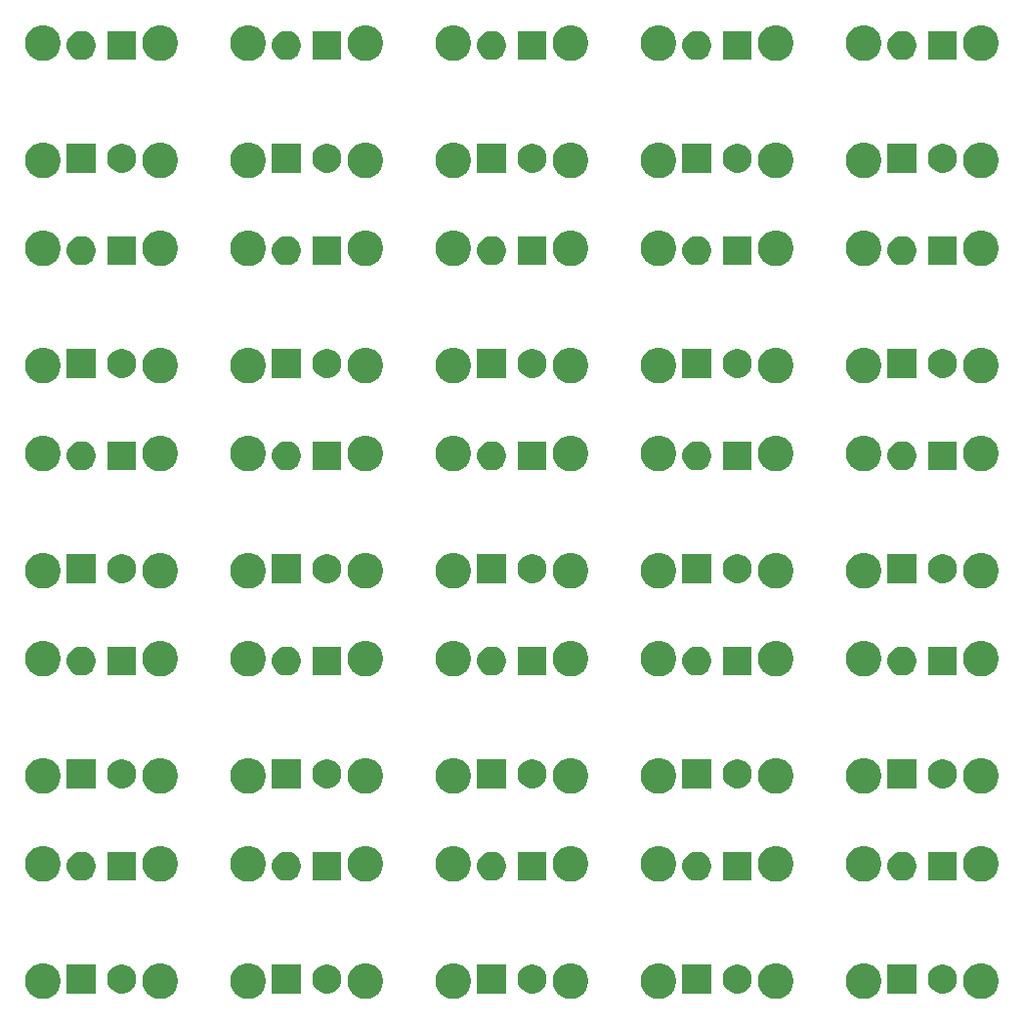
<source format=gbr>
G04 #@! TF.GenerationSoftware,KiCad,Pcbnew,5.1.5-52549c5~86~ubuntu18.04.1*
G04 #@! TF.CreationDate,2020-11-03T13:58:37-05:00*
G04 #@! TF.ProjectId,,58585858-5858-4585-9858-585858585858,rev?*
G04 #@! TF.SameCoordinates,Original*
G04 #@! TF.FileFunction,Soldermask,Bot*
G04 #@! TF.FilePolarity,Negative*
%FSLAX46Y46*%
G04 Gerber Fmt 4.6, Leading zero omitted, Abs format (unit mm)*
G04 Created by KiCad (PCBNEW 5.1.5-52549c5~86~ubuntu18.04.1) date 2020-11-03 13:58:37*
%MOMM*%
%LPD*%
G04 APERTURE LIST*
%ADD10C,0.100000*%
G04 APERTURE END LIST*
D10*
G36*
X164498385Y-152540002D02*
G01*
X164648210Y-152569804D01*
X164930474Y-152686721D01*
X165184505Y-152856459D01*
X165400541Y-153072495D01*
X165570279Y-153326526D01*
X165687196Y-153608790D01*
X165746800Y-153908440D01*
X165746800Y-154213960D01*
X165687196Y-154513610D01*
X165570279Y-154795874D01*
X165400541Y-155049905D01*
X165184505Y-155265941D01*
X164930474Y-155435679D01*
X164648210Y-155552596D01*
X164498385Y-155582398D01*
X164348561Y-155612200D01*
X164043039Y-155612200D01*
X163893215Y-155582398D01*
X163743390Y-155552596D01*
X163461126Y-155435679D01*
X163207095Y-155265941D01*
X162991059Y-155049905D01*
X162821321Y-154795874D01*
X162704404Y-154513610D01*
X162644800Y-154213960D01*
X162644800Y-153908440D01*
X162704404Y-153608790D01*
X162821321Y-153326526D01*
X162991059Y-153072495D01*
X163207095Y-152856459D01*
X163461126Y-152686721D01*
X163743390Y-152569804D01*
X163893215Y-152540002D01*
X164043039Y-152510200D01*
X164348561Y-152510200D01*
X164498385Y-152540002D01*
G37*
G36*
X136558385Y-152540002D02*
G01*
X136708210Y-152569804D01*
X136990474Y-152686721D01*
X137244505Y-152856459D01*
X137460541Y-153072495D01*
X137630279Y-153326526D01*
X137747196Y-153608790D01*
X137806800Y-153908440D01*
X137806800Y-154213960D01*
X137747196Y-154513610D01*
X137630279Y-154795874D01*
X137460541Y-155049905D01*
X137244505Y-155265941D01*
X136990474Y-155435679D01*
X136708210Y-155552596D01*
X136558385Y-155582398D01*
X136408561Y-155612200D01*
X136103039Y-155612200D01*
X135953215Y-155582398D01*
X135803390Y-155552596D01*
X135521126Y-155435679D01*
X135267095Y-155265941D01*
X135051059Y-155049905D01*
X134881321Y-154795874D01*
X134764404Y-154513610D01*
X134704800Y-154213960D01*
X134704800Y-153908440D01*
X134764404Y-153608790D01*
X134881321Y-153326526D01*
X135051059Y-153072495D01*
X135267095Y-152856459D01*
X135521126Y-152686721D01*
X135803390Y-152569804D01*
X135953215Y-152540002D01*
X136103039Y-152510200D01*
X136408561Y-152510200D01*
X136558385Y-152540002D01*
G37*
G36*
X118778385Y-152540002D02*
G01*
X118928210Y-152569804D01*
X119210474Y-152686721D01*
X119464505Y-152856459D01*
X119680541Y-153072495D01*
X119850279Y-153326526D01*
X119967196Y-153608790D01*
X120026800Y-153908440D01*
X120026800Y-154213960D01*
X119967196Y-154513610D01*
X119850279Y-154795874D01*
X119680541Y-155049905D01*
X119464505Y-155265941D01*
X119210474Y-155435679D01*
X118928210Y-155552596D01*
X118778385Y-155582398D01*
X118628561Y-155612200D01*
X118323039Y-155612200D01*
X118173215Y-155582398D01*
X118023390Y-155552596D01*
X117741126Y-155435679D01*
X117487095Y-155265941D01*
X117271059Y-155049905D01*
X117101321Y-154795874D01*
X116984404Y-154513610D01*
X116924800Y-154213960D01*
X116924800Y-153908440D01*
X116984404Y-153608790D01*
X117101321Y-153326526D01*
X117271059Y-153072495D01*
X117487095Y-152856459D01*
X117741126Y-152686721D01*
X118023390Y-152569804D01*
X118173215Y-152540002D01*
X118323039Y-152510200D01*
X118628561Y-152510200D01*
X118778385Y-152540002D01*
G37*
G36*
X100998385Y-152540002D02*
G01*
X101148210Y-152569804D01*
X101430474Y-152686721D01*
X101684505Y-152856459D01*
X101900541Y-153072495D01*
X102070279Y-153326526D01*
X102187196Y-153608790D01*
X102246800Y-153908440D01*
X102246800Y-154213960D01*
X102187196Y-154513610D01*
X102070279Y-154795874D01*
X101900541Y-155049905D01*
X101684505Y-155265941D01*
X101430474Y-155435679D01*
X101148210Y-155552596D01*
X100998385Y-155582398D01*
X100848561Y-155612200D01*
X100543039Y-155612200D01*
X100393215Y-155582398D01*
X100243390Y-155552596D01*
X99961126Y-155435679D01*
X99707095Y-155265941D01*
X99491059Y-155049905D01*
X99321321Y-154795874D01*
X99204404Y-154513610D01*
X99144800Y-154213960D01*
X99144800Y-153908440D01*
X99204404Y-153608790D01*
X99321321Y-153326526D01*
X99491059Y-153072495D01*
X99707095Y-152856459D01*
X99961126Y-152686721D01*
X100243390Y-152569804D01*
X100393215Y-152540002D01*
X100543039Y-152510200D01*
X100848561Y-152510200D01*
X100998385Y-152540002D01*
G37*
G36*
X83218385Y-152540002D02*
G01*
X83368210Y-152569804D01*
X83650474Y-152686721D01*
X83904505Y-152856459D01*
X84120541Y-153072495D01*
X84290279Y-153326526D01*
X84407196Y-153608790D01*
X84466800Y-153908440D01*
X84466800Y-154213960D01*
X84407196Y-154513610D01*
X84290279Y-154795874D01*
X84120541Y-155049905D01*
X83904505Y-155265941D01*
X83650474Y-155435679D01*
X83368210Y-155552596D01*
X83218385Y-155582398D01*
X83068561Y-155612200D01*
X82763039Y-155612200D01*
X82613215Y-155582398D01*
X82463390Y-155552596D01*
X82181126Y-155435679D01*
X81927095Y-155265941D01*
X81711059Y-155049905D01*
X81541321Y-154795874D01*
X81424404Y-154513610D01*
X81364800Y-154213960D01*
X81364800Y-153908440D01*
X81424404Y-153608790D01*
X81541321Y-153326526D01*
X81711059Y-153072495D01*
X81927095Y-152856459D01*
X82181126Y-152686721D01*
X82463390Y-152569804D01*
X82613215Y-152540002D01*
X82763039Y-152510200D01*
X83068561Y-152510200D01*
X83218385Y-152540002D01*
G37*
G36*
X146718385Y-152540002D02*
G01*
X146868210Y-152569804D01*
X147150474Y-152686721D01*
X147404505Y-152856459D01*
X147620541Y-153072495D01*
X147790279Y-153326526D01*
X147907196Y-153608790D01*
X147966800Y-153908440D01*
X147966800Y-154213960D01*
X147907196Y-154513610D01*
X147790279Y-154795874D01*
X147620541Y-155049905D01*
X147404505Y-155265941D01*
X147150474Y-155435679D01*
X146868210Y-155552596D01*
X146718385Y-155582398D01*
X146568561Y-155612200D01*
X146263039Y-155612200D01*
X146113215Y-155582398D01*
X145963390Y-155552596D01*
X145681126Y-155435679D01*
X145427095Y-155265941D01*
X145211059Y-155049905D01*
X145041321Y-154795874D01*
X144924404Y-154513610D01*
X144864800Y-154213960D01*
X144864800Y-153908440D01*
X144924404Y-153608790D01*
X145041321Y-153326526D01*
X145211059Y-153072495D01*
X145427095Y-152856459D01*
X145681126Y-152686721D01*
X145963390Y-152569804D01*
X146113215Y-152540002D01*
X146263039Y-152510200D01*
X146568561Y-152510200D01*
X146718385Y-152540002D01*
G37*
G36*
X128938385Y-152540002D02*
G01*
X129088210Y-152569804D01*
X129370474Y-152686721D01*
X129624505Y-152856459D01*
X129840541Y-153072495D01*
X130010279Y-153326526D01*
X130127196Y-153608790D01*
X130186800Y-153908440D01*
X130186800Y-154213960D01*
X130127196Y-154513610D01*
X130010279Y-154795874D01*
X129840541Y-155049905D01*
X129624505Y-155265941D01*
X129370474Y-155435679D01*
X129088210Y-155552596D01*
X128938385Y-155582398D01*
X128788561Y-155612200D01*
X128483039Y-155612200D01*
X128333215Y-155582398D01*
X128183390Y-155552596D01*
X127901126Y-155435679D01*
X127647095Y-155265941D01*
X127431059Y-155049905D01*
X127261321Y-154795874D01*
X127144404Y-154513610D01*
X127084800Y-154213960D01*
X127084800Y-153908440D01*
X127144404Y-153608790D01*
X127261321Y-153326526D01*
X127431059Y-153072495D01*
X127647095Y-152856459D01*
X127901126Y-152686721D01*
X128183390Y-152569804D01*
X128333215Y-152540002D01*
X128483039Y-152510200D01*
X128788561Y-152510200D01*
X128938385Y-152540002D01*
G37*
G36*
X111158385Y-152540002D02*
G01*
X111308210Y-152569804D01*
X111590474Y-152686721D01*
X111844505Y-152856459D01*
X112060541Y-153072495D01*
X112230279Y-153326526D01*
X112347196Y-153608790D01*
X112406800Y-153908440D01*
X112406800Y-154213960D01*
X112347196Y-154513610D01*
X112230279Y-154795874D01*
X112060541Y-155049905D01*
X111844505Y-155265941D01*
X111590474Y-155435679D01*
X111308210Y-155552596D01*
X111158385Y-155582398D01*
X111008561Y-155612200D01*
X110703039Y-155612200D01*
X110553215Y-155582398D01*
X110403390Y-155552596D01*
X110121126Y-155435679D01*
X109867095Y-155265941D01*
X109651059Y-155049905D01*
X109481321Y-154795874D01*
X109364404Y-154513610D01*
X109304800Y-154213960D01*
X109304800Y-153908440D01*
X109364404Y-153608790D01*
X109481321Y-153326526D01*
X109651059Y-153072495D01*
X109867095Y-152856459D01*
X110121126Y-152686721D01*
X110403390Y-152569804D01*
X110553215Y-152540002D01*
X110703039Y-152510200D01*
X111008561Y-152510200D01*
X111158385Y-152540002D01*
G37*
G36*
X93378385Y-152540002D02*
G01*
X93528210Y-152569804D01*
X93810474Y-152686721D01*
X94064505Y-152856459D01*
X94280541Y-153072495D01*
X94450279Y-153326526D01*
X94567196Y-153608790D01*
X94626800Y-153908440D01*
X94626800Y-154213960D01*
X94567196Y-154513610D01*
X94450279Y-154795874D01*
X94280541Y-155049905D01*
X94064505Y-155265941D01*
X93810474Y-155435679D01*
X93528210Y-155552596D01*
X93378385Y-155582398D01*
X93228561Y-155612200D01*
X92923039Y-155612200D01*
X92773215Y-155582398D01*
X92623390Y-155552596D01*
X92341126Y-155435679D01*
X92087095Y-155265941D01*
X91871059Y-155049905D01*
X91701321Y-154795874D01*
X91584404Y-154513610D01*
X91524800Y-154213960D01*
X91524800Y-153908440D01*
X91584404Y-153608790D01*
X91701321Y-153326526D01*
X91871059Y-153072495D01*
X92087095Y-152856459D01*
X92341126Y-152686721D01*
X92623390Y-152569804D01*
X92773215Y-152540002D01*
X92923039Y-152510200D01*
X93228561Y-152510200D01*
X93378385Y-152540002D01*
G37*
G36*
X154338385Y-152540002D02*
G01*
X154488210Y-152569804D01*
X154770474Y-152686721D01*
X155024505Y-152856459D01*
X155240541Y-153072495D01*
X155410279Y-153326526D01*
X155527196Y-153608790D01*
X155586800Y-153908440D01*
X155586800Y-154213960D01*
X155527196Y-154513610D01*
X155410279Y-154795874D01*
X155240541Y-155049905D01*
X155024505Y-155265941D01*
X154770474Y-155435679D01*
X154488210Y-155552596D01*
X154338385Y-155582398D01*
X154188561Y-155612200D01*
X153883039Y-155612200D01*
X153733215Y-155582398D01*
X153583390Y-155552596D01*
X153301126Y-155435679D01*
X153047095Y-155265941D01*
X152831059Y-155049905D01*
X152661321Y-154795874D01*
X152544404Y-154513610D01*
X152484800Y-154213960D01*
X152484800Y-153908440D01*
X152544404Y-153608790D01*
X152661321Y-153326526D01*
X152831059Y-153072495D01*
X153047095Y-152856459D01*
X153301126Y-152686721D01*
X153583390Y-152569804D01*
X153733215Y-152540002D01*
X153883039Y-152510200D01*
X154188561Y-152510200D01*
X154338385Y-152540002D01*
G37*
G36*
X143450703Y-152665275D02*
G01*
X143678371Y-152759578D01*
X143883266Y-152896485D01*
X144057515Y-153070734D01*
X144194422Y-153275629D01*
X144288725Y-153503297D01*
X144336800Y-153744987D01*
X144336800Y-153991413D01*
X144288725Y-154233103D01*
X144194422Y-154460771D01*
X144057515Y-154665666D01*
X143883266Y-154839915D01*
X143678371Y-154976822D01*
X143678370Y-154976823D01*
X143678369Y-154976823D01*
X143450703Y-155071125D01*
X143209014Y-155119200D01*
X142962586Y-155119200D01*
X142720897Y-155071125D01*
X142493231Y-154976823D01*
X142493230Y-154976823D01*
X142493229Y-154976822D01*
X142288334Y-154839915D01*
X142114085Y-154665666D01*
X141977178Y-154460771D01*
X141882875Y-154233103D01*
X141834800Y-153991413D01*
X141834800Y-153744987D01*
X141882875Y-153503297D01*
X141977178Y-153275629D01*
X142114085Y-153070734D01*
X142288334Y-152896485D01*
X142493229Y-152759578D01*
X142720897Y-152665275D01*
X142962586Y-152617200D01*
X143209014Y-152617200D01*
X143450703Y-152665275D01*
G37*
G36*
X87496800Y-155119200D02*
G01*
X84994800Y-155119200D01*
X84994800Y-152617200D01*
X87496800Y-152617200D01*
X87496800Y-155119200D01*
G37*
G36*
X90110703Y-152665275D02*
G01*
X90338371Y-152759578D01*
X90543266Y-152896485D01*
X90717515Y-153070734D01*
X90854422Y-153275629D01*
X90948725Y-153503297D01*
X90996800Y-153744987D01*
X90996800Y-153991413D01*
X90948725Y-154233103D01*
X90854422Y-154460771D01*
X90717515Y-154665666D01*
X90543266Y-154839915D01*
X90338371Y-154976822D01*
X90338370Y-154976823D01*
X90338369Y-154976823D01*
X90110703Y-155071125D01*
X89869014Y-155119200D01*
X89622586Y-155119200D01*
X89380897Y-155071125D01*
X89153231Y-154976823D01*
X89153230Y-154976823D01*
X89153229Y-154976822D01*
X88948334Y-154839915D01*
X88774085Y-154665666D01*
X88637178Y-154460771D01*
X88542875Y-154233103D01*
X88494800Y-153991413D01*
X88494800Y-153744987D01*
X88542875Y-153503297D01*
X88637178Y-153275629D01*
X88774085Y-153070734D01*
X88948334Y-152896485D01*
X89153229Y-152759578D01*
X89380897Y-152665275D01*
X89622586Y-152617200D01*
X89869014Y-152617200D01*
X90110703Y-152665275D01*
G37*
G36*
X105276800Y-155119200D02*
G01*
X102774800Y-155119200D01*
X102774800Y-152617200D01*
X105276800Y-152617200D01*
X105276800Y-155119200D01*
G37*
G36*
X123056800Y-155119200D02*
G01*
X120554800Y-155119200D01*
X120554800Y-152617200D01*
X123056800Y-152617200D01*
X123056800Y-155119200D01*
G37*
G36*
X125670703Y-152665275D02*
G01*
X125898371Y-152759578D01*
X126103266Y-152896485D01*
X126277515Y-153070734D01*
X126414422Y-153275629D01*
X126508725Y-153503297D01*
X126556800Y-153744987D01*
X126556800Y-153991413D01*
X126508725Y-154233103D01*
X126414422Y-154460771D01*
X126277515Y-154665666D01*
X126103266Y-154839915D01*
X125898371Y-154976822D01*
X125898370Y-154976823D01*
X125898369Y-154976823D01*
X125670703Y-155071125D01*
X125429014Y-155119200D01*
X125182586Y-155119200D01*
X124940897Y-155071125D01*
X124713231Y-154976823D01*
X124713230Y-154976823D01*
X124713229Y-154976822D01*
X124508334Y-154839915D01*
X124334085Y-154665666D01*
X124197178Y-154460771D01*
X124102875Y-154233103D01*
X124054800Y-153991413D01*
X124054800Y-153744987D01*
X124102875Y-153503297D01*
X124197178Y-153275629D01*
X124334085Y-153070734D01*
X124508334Y-152896485D01*
X124713229Y-152759578D01*
X124940897Y-152665275D01*
X125182586Y-152617200D01*
X125429014Y-152617200D01*
X125670703Y-152665275D01*
G37*
G36*
X107890703Y-152665275D02*
G01*
X108118371Y-152759578D01*
X108323266Y-152896485D01*
X108497515Y-153070734D01*
X108634422Y-153275629D01*
X108728725Y-153503297D01*
X108776800Y-153744987D01*
X108776800Y-153991413D01*
X108728725Y-154233103D01*
X108634422Y-154460771D01*
X108497515Y-154665666D01*
X108323266Y-154839915D01*
X108118371Y-154976822D01*
X108118370Y-154976823D01*
X108118369Y-154976823D01*
X107890703Y-155071125D01*
X107649014Y-155119200D01*
X107402586Y-155119200D01*
X107160897Y-155071125D01*
X106933231Y-154976823D01*
X106933230Y-154976823D01*
X106933229Y-154976822D01*
X106728334Y-154839915D01*
X106554085Y-154665666D01*
X106417178Y-154460771D01*
X106322875Y-154233103D01*
X106274800Y-153991413D01*
X106274800Y-153744987D01*
X106322875Y-153503297D01*
X106417178Y-153275629D01*
X106554085Y-153070734D01*
X106728334Y-152896485D01*
X106933229Y-152759578D01*
X107160897Y-152665275D01*
X107402586Y-152617200D01*
X107649014Y-152617200D01*
X107890703Y-152665275D01*
G37*
G36*
X140836800Y-155119200D02*
G01*
X138334800Y-155119200D01*
X138334800Y-152617200D01*
X140836800Y-152617200D01*
X140836800Y-155119200D01*
G37*
G36*
X158616800Y-155119200D02*
G01*
X156114800Y-155119200D01*
X156114800Y-152617200D01*
X158616800Y-152617200D01*
X158616800Y-155119200D01*
G37*
G36*
X161230703Y-152665275D02*
G01*
X161458371Y-152759578D01*
X161663266Y-152896485D01*
X161837515Y-153070734D01*
X161974422Y-153275629D01*
X162068725Y-153503297D01*
X162116800Y-153744987D01*
X162116800Y-153991413D01*
X162068725Y-154233103D01*
X161974422Y-154460771D01*
X161837515Y-154665666D01*
X161663266Y-154839915D01*
X161458371Y-154976822D01*
X161458370Y-154976823D01*
X161458369Y-154976823D01*
X161230703Y-155071125D01*
X160989014Y-155119200D01*
X160742586Y-155119200D01*
X160500897Y-155071125D01*
X160273231Y-154976823D01*
X160273230Y-154976823D01*
X160273229Y-154976822D01*
X160068334Y-154839915D01*
X159894085Y-154665666D01*
X159757178Y-154460771D01*
X159662875Y-154233103D01*
X159614800Y-153991413D01*
X159614800Y-153744987D01*
X159662875Y-153503297D01*
X159757178Y-153275629D01*
X159894085Y-153070734D01*
X160068334Y-152896485D01*
X160273229Y-152759578D01*
X160500897Y-152665275D01*
X160742586Y-152617200D01*
X160989014Y-152617200D01*
X161230703Y-152665275D01*
G37*
G36*
X128938385Y-142380002D02*
G01*
X129088210Y-142409804D01*
X129370474Y-142526721D01*
X129624505Y-142696459D01*
X129840541Y-142912495D01*
X130010279Y-143166526D01*
X130127196Y-143448790D01*
X130186800Y-143748440D01*
X130186800Y-144053960D01*
X130127196Y-144353610D01*
X130010279Y-144635874D01*
X129840541Y-144889905D01*
X129624505Y-145105941D01*
X129370474Y-145275679D01*
X129088210Y-145392596D01*
X128938385Y-145422398D01*
X128788561Y-145452200D01*
X128483039Y-145452200D01*
X128333215Y-145422398D01*
X128183390Y-145392596D01*
X127901126Y-145275679D01*
X127647095Y-145105941D01*
X127431059Y-144889905D01*
X127261321Y-144635874D01*
X127144404Y-144353610D01*
X127084800Y-144053960D01*
X127084800Y-143748440D01*
X127144404Y-143448790D01*
X127261321Y-143166526D01*
X127431059Y-142912495D01*
X127647095Y-142696459D01*
X127901126Y-142526721D01*
X128183390Y-142409804D01*
X128333215Y-142380002D01*
X128483039Y-142350200D01*
X128788561Y-142350200D01*
X128938385Y-142380002D01*
G37*
G36*
X93378385Y-142380002D02*
G01*
X93528210Y-142409804D01*
X93810474Y-142526721D01*
X94064505Y-142696459D01*
X94280541Y-142912495D01*
X94450279Y-143166526D01*
X94567196Y-143448790D01*
X94626800Y-143748440D01*
X94626800Y-144053960D01*
X94567196Y-144353610D01*
X94450279Y-144635874D01*
X94280541Y-144889905D01*
X94064505Y-145105941D01*
X93810474Y-145275679D01*
X93528210Y-145392596D01*
X93378385Y-145422398D01*
X93228561Y-145452200D01*
X92923039Y-145452200D01*
X92773215Y-145422398D01*
X92623390Y-145392596D01*
X92341126Y-145275679D01*
X92087095Y-145105941D01*
X91871059Y-144889905D01*
X91701321Y-144635874D01*
X91584404Y-144353610D01*
X91524800Y-144053960D01*
X91524800Y-143748440D01*
X91584404Y-143448790D01*
X91701321Y-143166526D01*
X91871059Y-142912495D01*
X92087095Y-142696459D01*
X92341126Y-142526721D01*
X92623390Y-142409804D01*
X92773215Y-142380002D01*
X92923039Y-142350200D01*
X93228561Y-142350200D01*
X93378385Y-142380002D01*
G37*
G36*
X111158385Y-142380002D02*
G01*
X111308210Y-142409804D01*
X111590474Y-142526721D01*
X111844505Y-142696459D01*
X112060541Y-142912495D01*
X112230279Y-143166526D01*
X112347196Y-143448790D01*
X112406800Y-143748440D01*
X112406800Y-144053960D01*
X112347196Y-144353610D01*
X112230279Y-144635874D01*
X112060541Y-144889905D01*
X111844505Y-145105941D01*
X111590474Y-145275679D01*
X111308210Y-145392596D01*
X111158385Y-145422398D01*
X111008561Y-145452200D01*
X110703039Y-145452200D01*
X110553215Y-145422398D01*
X110403390Y-145392596D01*
X110121126Y-145275679D01*
X109867095Y-145105941D01*
X109651059Y-144889905D01*
X109481321Y-144635874D01*
X109364404Y-144353610D01*
X109304800Y-144053960D01*
X109304800Y-143748440D01*
X109364404Y-143448790D01*
X109481321Y-143166526D01*
X109651059Y-142912495D01*
X109867095Y-142696459D01*
X110121126Y-142526721D01*
X110403390Y-142409804D01*
X110553215Y-142380002D01*
X110703039Y-142350200D01*
X111008561Y-142350200D01*
X111158385Y-142380002D01*
G37*
G36*
X146718385Y-142380002D02*
G01*
X146868210Y-142409804D01*
X147150474Y-142526721D01*
X147404505Y-142696459D01*
X147620541Y-142912495D01*
X147790279Y-143166526D01*
X147907196Y-143448790D01*
X147966800Y-143748440D01*
X147966800Y-144053960D01*
X147907196Y-144353610D01*
X147790279Y-144635874D01*
X147620541Y-144889905D01*
X147404505Y-145105941D01*
X147150474Y-145275679D01*
X146868210Y-145392596D01*
X146718385Y-145422398D01*
X146568561Y-145452200D01*
X146263039Y-145452200D01*
X146113215Y-145422398D01*
X145963390Y-145392596D01*
X145681126Y-145275679D01*
X145427095Y-145105941D01*
X145211059Y-144889905D01*
X145041321Y-144635874D01*
X144924404Y-144353610D01*
X144864800Y-144053960D01*
X144864800Y-143748440D01*
X144924404Y-143448790D01*
X145041321Y-143166526D01*
X145211059Y-142912495D01*
X145427095Y-142696459D01*
X145681126Y-142526721D01*
X145963390Y-142409804D01*
X146113215Y-142380002D01*
X146263039Y-142350200D01*
X146568561Y-142350200D01*
X146718385Y-142380002D01*
G37*
G36*
X164498385Y-142380002D02*
G01*
X164648210Y-142409804D01*
X164930474Y-142526721D01*
X165184505Y-142696459D01*
X165400541Y-142912495D01*
X165570279Y-143166526D01*
X165687196Y-143448790D01*
X165746800Y-143748440D01*
X165746800Y-144053960D01*
X165687196Y-144353610D01*
X165570279Y-144635874D01*
X165400541Y-144889905D01*
X165184505Y-145105941D01*
X164930474Y-145275679D01*
X164648210Y-145392596D01*
X164498385Y-145422398D01*
X164348561Y-145452200D01*
X164043039Y-145452200D01*
X163893215Y-145422398D01*
X163743390Y-145392596D01*
X163461126Y-145275679D01*
X163207095Y-145105941D01*
X162991059Y-144889905D01*
X162821321Y-144635874D01*
X162704404Y-144353610D01*
X162644800Y-144053960D01*
X162644800Y-143748440D01*
X162704404Y-143448790D01*
X162821321Y-143166526D01*
X162991059Y-142912495D01*
X163207095Y-142696459D01*
X163461126Y-142526721D01*
X163743390Y-142409804D01*
X163893215Y-142380002D01*
X164043039Y-142350200D01*
X164348561Y-142350200D01*
X164498385Y-142380002D01*
G37*
G36*
X136558385Y-142380002D02*
G01*
X136708210Y-142409804D01*
X136990474Y-142526721D01*
X137244505Y-142696459D01*
X137460541Y-142912495D01*
X137630279Y-143166526D01*
X137747196Y-143448790D01*
X137806800Y-143748440D01*
X137806800Y-144053960D01*
X137747196Y-144353610D01*
X137630279Y-144635874D01*
X137460541Y-144889905D01*
X137244505Y-145105941D01*
X136990474Y-145275679D01*
X136708210Y-145392596D01*
X136558385Y-145422398D01*
X136408561Y-145452200D01*
X136103039Y-145452200D01*
X135953215Y-145422398D01*
X135803390Y-145392596D01*
X135521126Y-145275679D01*
X135267095Y-145105941D01*
X135051059Y-144889905D01*
X134881321Y-144635874D01*
X134764404Y-144353610D01*
X134704800Y-144053960D01*
X134704800Y-143748440D01*
X134764404Y-143448790D01*
X134881321Y-143166526D01*
X135051059Y-142912495D01*
X135267095Y-142696459D01*
X135521126Y-142526721D01*
X135803390Y-142409804D01*
X135953215Y-142380002D01*
X136103039Y-142350200D01*
X136408561Y-142350200D01*
X136558385Y-142380002D01*
G37*
G36*
X83218385Y-142380002D02*
G01*
X83368210Y-142409804D01*
X83650474Y-142526721D01*
X83904505Y-142696459D01*
X84120541Y-142912495D01*
X84290279Y-143166526D01*
X84407196Y-143448790D01*
X84466800Y-143748440D01*
X84466800Y-144053960D01*
X84407196Y-144353610D01*
X84290279Y-144635874D01*
X84120541Y-144889905D01*
X83904505Y-145105941D01*
X83650474Y-145275679D01*
X83368210Y-145392596D01*
X83218385Y-145422398D01*
X83068561Y-145452200D01*
X82763039Y-145452200D01*
X82613215Y-145422398D01*
X82463390Y-145392596D01*
X82181126Y-145275679D01*
X81927095Y-145105941D01*
X81711059Y-144889905D01*
X81541321Y-144635874D01*
X81424404Y-144353610D01*
X81364800Y-144053960D01*
X81364800Y-143748440D01*
X81424404Y-143448790D01*
X81541321Y-143166526D01*
X81711059Y-142912495D01*
X81927095Y-142696459D01*
X82181126Y-142526721D01*
X82463390Y-142409804D01*
X82613215Y-142380002D01*
X82763039Y-142350200D01*
X83068561Y-142350200D01*
X83218385Y-142380002D01*
G37*
G36*
X118778385Y-142380002D02*
G01*
X118928210Y-142409804D01*
X119210474Y-142526721D01*
X119464505Y-142696459D01*
X119680541Y-142912495D01*
X119850279Y-143166526D01*
X119967196Y-143448790D01*
X120026800Y-143748440D01*
X120026800Y-144053960D01*
X119967196Y-144353610D01*
X119850279Y-144635874D01*
X119680541Y-144889905D01*
X119464505Y-145105941D01*
X119210474Y-145275679D01*
X118928210Y-145392596D01*
X118778385Y-145422398D01*
X118628561Y-145452200D01*
X118323039Y-145452200D01*
X118173215Y-145422398D01*
X118023390Y-145392596D01*
X117741126Y-145275679D01*
X117487095Y-145105941D01*
X117271059Y-144889905D01*
X117101321Y-144635874D01*
X116984404Y-144353610D01*
X116924800Y-144053960D01*
X116924800Y-143748440D01*
X116984404Y-143448790D01*
X117101321Y-143166526D01*
X117271059Y-142912495D01*
X117487095Y-142696459D01*
X117741126Y-142526721D01*
X118023390Y-142409804D01*
X118173215Y-142380002D01*
X118323039Y-142350200D01*
X118628561Y-142350200D01*
X118778385Y-142380002D01*
G37*
G36*
X100998385Y-142380002D02*
G01*
X101148210Y-142409804D01*
X101430474Y-142526721D01*
X101684505Y-142696459D01*
X101900541Y-142912495D01*
X102070279Y-143166526D01*
X102187196Y-143448790D01*
X102246800Y-143748440D01*
X102246800Y-144053960D01*
X102187196Y-144353610D01*
X102070279Y-144635874D01*
X101900541Y-144889905D01*
X101684505Y-145105941D01*
X101430474Y-145275679D01*
X101148210Y-145392596D01*
X100998385Y-145422398D01*
X100848561Y-145452200D01*
X100543039Y-145452200D01*
X100393215Y-145422398D01*
X100243390Y-145392596D01*
X99961126Y-145275679D01*
X99707095Y-145105941D01*
X99491059Y-144889905D01*
X99321321Y-144635874D01*
X99204404Y-144353610D01*
X99144800Y-144053960D01*
X99144800Y-143748440D01*
X99204404Y-143448790D01*
X99321321Y-143166526D01*
X99491059Y-142912495D01*
X99707095Y-142696459D01*
X99961126Y-142526721D01*
X100243390Y-142409804D01*
X100393215Y-142380002D01*
X100543039Y-142350200D01*
X100848561Y-142350200D01*
X100998385Y-142380002D01*
G37*
G36*
X154338385Y-142380002D02*
G01*
X154488210Y-142409804D01*
X154770474Y-142526721D01*
X155024505Y-142696459D01*
X155240541Y-142912495D01*
X155410279Y-143166526D01*
X155527196Y-143448790D01*
X155586800Y-143748440D01*
X155586800Y-144053960D01*
X155527196Y-144353610D01*
X155410279Y-144635874D01*
X155240541Y-144889905D01*
X155024505Y-145105941D01*
X154770474Y-145275679D01*
X154488210Y-145392596D01*
X154338385Y-145422398D01*
X154188561Y-145452200D01*
X153883039Y-145452200D01*
X153733215Y-145422398D01*
X153583390Y-145392596D01*
X153301126Y-145275679D01*
X153047095Y-145105941D01*
X152831059Y-144889905D01*
X152661321Y-144635874D01*
X152544404Y-144353610D01*
X152484800Y-144053960D01*
X152484800Y-143748440D01*
X152544404Y-143448790D01*
X152661321Y-143166526D01*
X152831059Y-142912495D01*
X153047095Y-142696459D01*
X153301126Y-142526721D01*
X153583390Y-142409804D01*
X153733215Y-142380002D01*
X153883039Y-142350200D01*
X154188561Y-142350200D01*
X154338385Y-142380002D01*
G37*
G36*
X126556800Y-145345200D02*
G01*
X124054800Y-145345200D01*
X124054800Y-142843200D01*
X126556800Y-142843200D01*
X126556800Y-145345200D01*
G37*
G36*
X90996800Y-145345200D02*
G01*
X88494800Y-145345200D01*
X88494800Y-142843200D01*
X90996800Y-142843200D01*
X90996800Y-145345200D01*
G37*
G36*
X104390703Y-142891275D02*
G01*
X104618371Y-142985578D01*
X104823266Y-143122485D01*
X104997515Y-143296734D01*
X105134422Y-143501629D01*
X105228725Y-143729297D01*
X105276800Y-143970987D01*
X105276800Y-144217413D01*
X105228725Y-144459103D01*
X105134422Y-144686771D01*
X104997515Y-144891666D01*
X104823266Y-145065915D01*
X104618371Y-145202822D01*
X104618370Y-145202823D01*
X104618369Y-145202823D01*
X104390703Y-145297125D01*
X104149014Y-145345200D01*
X103902586Y-145345200D01*
X103660897Y-145297125D01*
X103433231Y-145202823D01*
X103433230Y-145202823D01*
X103433229Y-145202822D01*
X103228334Y-145065915D01*
X103054085Y-144891666D01*
X102917178Y-144686771D01*
X102822875Y-144459103D01*
X102774800Y-144217413D01*
X102774800Y-143970987D01*
X102822875Y-143729297D01*
X102917178Y-143501629D01*
X103054085Y-143296734D01*
X103228334Y-143122485D01*
X103433229Y-142985578D01*
X103660897Y-142891275D01*
X103902586Y-142843200D01*
X104149014Y-142843200D01*
X104390703Y-142891275D01*
G37*
G36*
X108776800Y-145345200D02*
G01*
X106274800Y-145345200D01*
X106274800Y-142843200D01*
X108776800Y-142843200D01*
X108776800Y-145345200D01*
G37*
G36*
X122170703Y-142891275D02*
G01*
X122398371Y-142985578D01*
X122603266Y-143122485D01*
X122777515Y-143296734D01*
X122914422Y-143501629D01*
X123008725Y-143729297D01*
X123056800Y-143970987D01*
X123056800Y-144217413D01*
X123008725Y-144459103D01*
X122914422Y-144686771D01*
X122777515Y-144891666D01*
X122603266Y-145065915D01*
X122398371Y-145202822D01*
X122398370Y-145202823D01*
X122398369Y-145202823D01*
X122170703Y-145297125D01*
X121929014Y-145345200D01*
X121682586Y-145345200D01*
X121440897Y-145297125D01*
X121213231Y-145202823D01*
X121213230Y-145202823D01*
X121213229Y-145202822D01*
X121008334Y-145065915D01*
X120834085Y-144891666D01*
X120697178Y-144686771D01*
X120602875Y-144459103D01*
X120554800Y-144217413D01*
X120554800Y-143970987D01*
X120602875Y-143729297D01*
X120697178Y-143501629D01*
X120834085Y-143296734D01*
X121008334Y-143122485D01*
X121213229Y-142985578D01*
X121440897Y-142891275D01*
X121682586Y-142843200D01*
X121929014Y-142843200D01*
X122170703Y-142891275D01*
G37*
G36*
X139950703Y-142891275D02*
G01*
X140178371Y-142985578D01*
X140383266Y-143122485D01*
X140557515Y-143296734D01*
X140694422Y-143501629D01*
X140788725Y-143729297D01*
X140836800Y-143970987D01*
X140836800Y-144217413D01*
X140788725Y-144459103D01*
X140694422Y-144686771D01*
X140557515Y-144891666D01*
X140383266Y-145065915D01*
X140178371Y-145202822D01*
X140178370Y-145202823D01*
X140178369Y-145202823D01*
X139950703Y-145297125D01*
X139709014Y-145345200D01*
X139462586Y-145345200D01*
X139220897Y-145297125D01*
X138993231Y-145202823D01*
X138993230Y-145202823D01*
X138993229Y-145202822D01*
X138788334Y-145065915D01*
X138614085Y-144891666D01*
X138477178Y-144686771D01*
X138382875Y-144459103D01*
X138334800Y-144217413D01*
X138334800Y-143970987D01*
X138382875Y-143729297D01*
X138477178Y-143501629D01*
X138614085Y-143296734D01*
X138788334Y-143122485D01*
X138993229Y-142985578D01*
X139220897Y-142891275D01*
X139462586Y-142843200D01*
X139709014Y-142843200D01*
X139950703Y-142891275D01*
G37*
G36*
X144336800Y-145345200D02*
G01*
X141834800Y-145345200D01*
X141834800Y-142843200D01*
X144336800Y-142843200D01*
X144336800Y-145345200D01*
G37*
G36*
X157730703Y-142891275D02*
G01*
X157958371Y-142985578D01*
X158163266Y-143122485D01*
X158337515Y-143296734D01*
X158474422Y-143501629D01*
X158568725Y-143729297D01*
X158616800Y-143970987D01*
X158616800Y-144217413D01*
X158568725Y-144459103D01*
X158474422Y-144686771D01*
X158337515Y-144891666D01*
X158163266Y-145065915D01*
X157958371Y-145202822D01*
X157958370Y-145202823D01*
X157958369Y-145202823D01*
X157730703Y-145297125D01*
X157489014Y-145345200D01*
X157242586Y-145345200D01*
X157000897Y-145297125D01*
X156773231Y-145202823D01*
X156773230Y-145202823D01*
X156773229Y-145202822D01*
X156568334Y-145065915D01*
X156394085Y-144891666D01*
X156257178Y-144686771D01*
X156162875Y-144459103D01*
X156114800Y-144217413D01*
X156114800Y-143970987D01*
X156162875Y-143729297D01*
X156257178Y-143501629D01*
X156394085Y-143296734D01*
X156568334Y-143122485D01*
X156773229Y-142985578D01*
X157000897Y-142891275D01*
X157242586Y-142843200D01*
X157489014Y-142843200D01*
X157730703Y-142891275D01*
G37*
G36*
X86610703Y-142891275D02*
G01*
X86838371Y-142985578D01*
X87043266Y-143122485D01*
X87217515Y-143296734D01*
X87354422Y-143501629D01*
X87448725Y-143729297D01*
X87496800Y-143970987D01*
X87496800Y-144217413D01*
X87448725Y-144459103D01*
X87354422Y-144686771D01*
X87217515Y-144891666D01*
X87043266Y-145065915D01*
X86838371Y-145202822D01*
X86838370Y-145202823D01*
X86838369Y-145202823D01*
X86610703Y-145297125D01*
X86369014Y-145345200D01*
X86122586Y-145345200D01*
X85880897Y-145297125D01*
X85653231Y-145202823D01*
X85653230Y-145202823D01*
X85653229Y-145202822D01*
X85448334Y-145065915D01*
X85274085Y-144891666D01*
X85137178Y-144686771D01*
X85042875Y-144459103D01*
X84994800Y-144217413D01*
X84994800Y-143970987D01*
X85042875Y-143729297D01*
X85137178Y-143501629D01*
X85274085Y-143296734D01*
X85448334Y-143122485D01*
X85653229Y-142985578D01*
X85880897Y-142891275D01*
X86122586Y-142843200D01*
X86369014Y-142843200D01*
X86610703Y-142891275D01*
G37*
G36*
X162116800Y-145345200D02*
G01*
X159614800Y-145345200D01*
X159614800Y-142843200D01*
X162116800Y-142843200D01*
X162116800Y-145345200D01*
G37*
G36*
X164498385Y-134760002D02*
G01*
X164648210Y-134789804D01*
X164930474Y-134906721D01*
X165184505Y-135076459D01*
X165400541Y-135292495D01*
X165570279Y-135546526D01*
X165687196Y-135828790D01*
X165746800Y-136128440D01*
X165746800Y-136433960D01*
X165687196Y-136733610D01*
X165570279Y-137015874D01*
X165400541Y-137269905D01*
X165184505Y-137485941D01*
X164930474Y-137655679D01*
X164648210Y-137772596D01*
X164498385Y-137802398D01*
X164348561Y-137832200D01*
X164043039Y-137832200D01*
X163893215Y-137802398D01*
X163743390Y-137772596D01*
X163461126Y-137655679D01*
X163207095Y-137485941D01*
X162991059Y-137269905D01*
X162821321Y-137015874D01*
X162704404Y-136733610D01*
X162644800Y-136433960D01*
X162644800Y-136128440D01*
X162704404Y-135828790D01*
X162821321Y-135546526D01*
X162991059Y-135292495D01*
X163207095Y-135076459D01*
X163461126Y-134906721D01*
X163743390Y-134789804D01*
X163893215Y-134760002D01*
X164043039Y-134730200D01*
X164348561Y-134730200D01*
X164498385Y-134760002D01*
G37*
G36*
X93378385Y-134760002D02*
G01*
X93528210Y-134789804D01*
X93810474Y-134906721D01*
X94064505Y-135076459D01*
X94280541Y-135292495D01*
X94450279Y-135546526D01*
X94567196Y-135828790D01*
X94626800Y-136128440D01*
X94626800Y-136433960D01*
X94567196Y-136733610D01*
X94450279Y-137015874D01*
X94280541Y-137269905D01*
X94064505Y-137485941D01*
X93810474Y-137655679D01*
X93528210Y-137772596D01*
X93378385Y-137802398D01*
X93228561Y-137832200D01*
X92923039Y-137832200D01*
X92773215Y-137802398D01*
X92623390Y-137772596D01*
X92341126Y-137655679D01*
X92087095Y-137485941D01*
X91871059Y-137269905D01*
X91701321Y-137015874D01*
X91584404Y-136733610D01*
X91524800Y-136433960D01*
X91524800Y-136128440D01*
X91584404Y-135828790D01*
X91701321Y-135546526D01*
X91871059Y-135292495D01*
X92087095Y-135076459D01*
X92341126Y-134906721D01*
X92623390Y-134789804D01*
X92773215Y-134760002D01*
X92923039Y-134730200D01*
X93228561Y-134730200D01*
X93378385Y-134760002D01*
G37*
G36*
X111158385Y-134760002D02*
G01*
X111308210Y-134789804D01*
X111590474Y-134906721D01*
X111844505Y-135076459D01*
X112060541Y-135292495D01*
X112230279Y-135546526D01*
X112347196Y-135828790D01*
X112406800Y-136128440D01*
X112406800Y-136433960D01*
X112347196Y-136733610D01*
X112230279Y-137015874D01*
X112060541Y-137269905D01*
X111844505Y-137485941D01*
X111590474Y-137655679D01*
X111308210Y-137772596D01*
X111158385Y-137802398D01*
X111008561Y-137832200D01*
X110703039Y-137832200D01*
X110553215Y-137802398D01*
X110403390Y-137772596D01*
X110121126Y-137655679D01*
X109867095Y-137485941D01*
X109651059Y-137269905D01*
X109481321Y-137015874D01*
X109364404Y-136733610D01*
X109304800Y-136433960D01*
X109304800Y-136128440D01*
X109364404Y-135828790D01*
X109481321Y-135546526D01*
X109651059Y-135292495D01*
X109867095Y-135076459D01*
X110121126Y-134906721D01*
X110403390Y-134789804D01*
X110553215Y-134760002D01*
X110703039Y-134730200D01*
X111008561Y-134730200D01*
X111158385Y-134760002D01*
G37*
G36*
X100998385Y-134760002D02*
G01*
X101148210Y-134789804D01*
X101430474Y-134906721D01*
X101684505Y-135076459D01*
X101900541Y-135292495D01*
X102070279Y-135546526D01*
X102187196Y-135828790D01*
X102246800Y-136128440D01*
X102246800Y-136433960D01*
X102187196Y-136733610D01*
X102070279Y-137015874D01*
X101900541Y-137269905D01*
X101684505Y-137485941D01*
X101430474Y-137655679D01*
X101148210Y-137772596D01*
X100998385Y-137802398D01*
X100848561Y-137832200D01*
X100543039Y-137832200D01*
X100393215Y-137802398D01*
X100243390Y-137772596D01*
X99961126Y-137655679D01*
X99707095Y-137485941D01*
X99491059Y-137269905D01*
X99321321Y-137015874D01*
X99204404Y-136733610D01*
X99144800Y-136433960D01*
X99144800Y-136128440D01*
X99204404Y-135828790D01*
X99321321Y-135546526D01*
X99491059Y-135292495D01*
X99707095Y-135076459D01*
X99961126Y-134906721D01*
X100243390Y-134789804D01*
X100393215Y-134760002D01*
X100543039Y-134730200D01*
X100848561Y-134730200D01*
X100998385Y-134760002D01*
G37*
G36*
X118778385Y-134760002D02*
G01*
X118928210Y-134789804D01*
X119210474Y-134906721D01*
X119464505Y-135076459D01*
X119680541Y-135292495D01*
X119850279Y-135546526D01*
X119967196Y-135828790D01*
X120026800Y-136128440D01*
X120026800Y-136433960D01*
X119967196Y-136733610D01*
X119850279Y-137015874D01*
X119680541Y-137269905D01*
X119464505Y-137485941D01*
X119210474Y-137655679D01*
X118928210Y-137772596D01*
X118778385Y-137802398D01*
X118628561Y-137832200D01*
X118323039Y-137832200D01*
X118173215Y-137802398D01*
X118023390Y-137772596D01*
X117741126Y-137655679D01*
X117487095Y-137485941D01*
X117271059Y-137269905D01*
X117101321Y-137015874D01*
X116984404Y-136733610D01*
X116924800Y-136433960D01*
X116924800Y-136128440D01*
X116984404Y-135828790D01*
X117101321Y-135546526D01*
X117271059Y-135292495D01*
X117487095Y-135076459D01*
X117741126Y-134906721D01*
X118023390Y-134789804D01*
X118173215Y-134760002D01*
X118323039Y-134730200D01*
X118628561Y-134730200D01*
X118778385Y-134760002D01*
G37*
G36*
X128938385Y-134760002D02*
G01*
X129088210Y-134789804D01*
X129370474Y-134906721D01*
X129624505Y-135076459D01*
X129840541Y-135292495D01*
X130010279Y-135546526D01*
X130127196Y-135828790D01*
X130186800Y-136128440D01*
X130186800Y-136433960D01*
X130127196Y-136733610D01*
X130010279Y-137015874D01*
X129840541Y-137269905D01*
X129624505Y-137485941D01*
X129370474Y-137655679D01*
X129088210Y-137772596D01*
X128938385Y-137802398D01*
X128788561Y-137832200D01*
X128483039Y-137832200D01*
X128333215Y-137802398D01*
X128183390Y-137772596D01*
X127901126Y-137655679D01*
X127647095Y-137485941D01*
X127431059Y-137269905D01*
X127261321Y-137015874D01*
X127144404Y-136733610D01*
X127084800Y-136433960D01*
X127084800Y-136128440D01*
X127144404Y-135828790D01*
X127261321Y-135546526D01*
X127431059Y-135292495D01*
X127647095Y-135076459D01*
X127901126Y-134906721D01*
X128183390Y-134789804D01*
X128333215Y-134760002D01*
X128483039Y-134730200D01*
X128788561Y-134730200D01*
X128938385Y-134760002D01*
G37*
G36*
X136558385Y-134760002D02*
G01*
X136708210Y-134789804D01*
X136990474Y-134906721D01*
X137244505Y-135076459D01*
X137460541Y-135292495D01*
X137630279Y-135546526D01*
X137747196Y-135828790D01*
X137806800Y-136128440D01*
X137806800Y-136433960D01*
X137747196Y-136733610D01*
X137630279Y-137015874D01*
X137460541Y-137269905D01*
X137244505Y-137485941D01*
X136990474Y-137655679D01*
X136708210Y-137772596D01*
X136558385Y-137802398D01*
X136408561Y-137832200D01*
X136103039Y-137832200D01*
X135953215Y-137802398D01*
X135803390Y-137772596D01*
X135521126Y-137655679D01*
X135267095Y-137485941D01*
X135051059Y-137269905D01*
X134881321Y-137015874D01*
X134764404Y-136733610D01*
X134704800Y-136433960D01*
X134704800Y-136128440D01*
X134764404Y-135828790D01*
X134881321Y-135546526D01*
X135051059Y-135292495D01*
X135267095Y-135076459D01*
X135521126Y-134906721D01*
X135803390Y-134789804D01*
X135953215Y-134760002D01*
X136103039Y-134730200D01*
X136408561Y-134730200D01*
X136558385Y-134760002D01*
G37*
G36*
X83218385Y-134760002D02*
G01*
X83368210Y-134789804D01*
X83650474Y-134906721D01*
X83904505Y-135076459D01*
X84120541Y-135292495D01*
X84290279Y-135546526D01*
X84407196Y-135828790D01*
X84466800Y-136128440D01*
X84466800Y-136433960D01*
X84407196Y-136733610D01*
X84290279Y-137015874D01*
X84120541Y-137269905D01*
X83904505Y-137485941D01*
X83650474Y-137655679D01*
X83368210Y-137772596D01*
X83218385Y-137802398D01*
X83068561Y-137832200D01*
X82763039Y-137832200D01*
X82613215Y-137802398D01*
X82463390Y-137772596D01*
X82181126Y-137655679D01*
X81927095Y-137485941D01*
X81711059Y-137269905D01*
X81541321Y-137015874D01*
X81424404Y-136733610D01*
X81364800Y-136433960D01*
X81364800Y-136128440D01*
X81424404Y-135828790D01*
X81541321Y-135546526D01*
X81711059Y-135292495D01*
X81927095Y-135076459D01*
X82181126Y-134906721D01*
X82463390Y-134789804D01*
X82613215Y-134760002D01*
X82763039Y-134730200D01*
X83068561Y-134730200D01*
X83218385Y-134760002D01*
G37*
G36*
X146718385Y-134760002D02*
G01*
X146868210Y-134789804D01*
X147150474Y-134906721D01*
X147404505Y-135076459D01*
X147620541Y-135292495D01*
X147790279Y-135546526D01*
X147907196Y-135828790D01*
X147966800Y-136128440D01*
X147966800Y-136433960D01*
X147907196Y-136733610D01*
X147790279Y-137015874D01*
X147620541Y-137269905D01*
X147404505Y-137485941D01*
X147150474Y-137655679D01*
X146868210Y-137772596D01*
X146718385Y-137802398D01*
X146568561Y-137832200D01*
X146263039Y-137832200D01*
X146113215Y-137802398D01*
X145963390Y-137772596D01*
X145681126Y-137655679D01*
X145427095Y-137485941D01*
X145211059Y-137269905D01*
X145041321Y-137015874D01*
X144924404Y-136733610D01*
X144864800Y-136433960D01*
X144864800Y-136128440D01*
X144924404Y-135828790D01*
X145041321Y-135546526D01*
X145211059Y-135292495D01*
X145427095Y-135076459D01*
X145681126Y-134906721D01*
X145963390Y-134789804D01*
X146113215Y-134760002D01*
X146263039Y-134730200D01*
X146568561Y-134730200D01*
X146718385Y-134760002D01*
G37*
G36*
X154338385Y-134760002D02*
G01*
X154488210Y-134789804D01*
X154770474Y-134906721D01*
X155024505Y-135076459D01*
X155240541Y-135292495D01*
X155410279Y-135546526D01*
X155527196Y-135828790D01*
X155586800Y-136128440D01*
X155586800Y-136433960D01*
X155527196Y-136733610D01*
X155410279Y-137015874D01*
X155240541Y-137269905D01*
X155024505Y-137485941D01*
X154770474Y-137655679D01*
X154488210Y-137772596D01*
X154338385Y-137802398D01*
X154188561Y-137832200D01*
X153883039Y-137832200D01*
X153733215Y-137802398D01*
X153583390Y-137772596D01*
X153301126Y-137655679D01*
X153047095Y-137485941D01*
X152831059Y-137269905D01*
X152661321Y-137015874D01*
X152544404Y-136733610D01*
X152484800Y-136433960D01*
X152484800Y-136128440D01*
X152544404Y-135828790D01*
X152661321Y-135546526D01*
X152831059Y-135292495D01*
X153047095Y-135076459D01*
X153301126Y-134906721D01*
X153583390Y-134789804D01*
X153733215Y-134760002D01*
X153883039Y-134730200D01*
X154188561Y-134730200D01*
X154338385Y-134760002D01*
G37*
G36*
X87496800Y-137339200D02*
G01*
X84994800Y-137339200D01*
X84994800Y-134837200D01*
X87496800Y-134837200D01*
X87496800Y-137339200D01*
G37*
G36*
X161230703Y-134885275D02*
G01*
X161458371Y-134979578D01*
X161663266Y-135116485D01*
X161837515Y-135290734D01*
X161974422Y-135495629D01*
X162068725Y-135723297D01*
X162116800Y-135964987D01*
X162116800Y-136211413D01*
X162068725Y-136453103D01*
X161974422Y-136680771D01*
X161837515Y-136885666D01*
X161663266Y-137059915D01*
X161458371Y-137196822D01*
X161458370Y-137196823D01*
X161458369Y-137196823D01*
X161230703Y-137291125D01*
X160989014Y-137339200D01*
X160742586Y-137339200D01*
X160500897Y-137291125D01*
X160273231Y-137196823D01*
X160273230Y-137196823D01*
X160273229Y-137196822D01*
X160068334Y-137059915D01*
X159894085Y-136885666D01*
X159757178Y-136680771D01*
X159662875Y-136453103D01*
X159614800Y-136211413D01*
X159614800Y-135964987D01*
X159662875Y-135723297D01*
X159757178Y-135495629D01*
X159894085Y-135290734D01*
X160068334Y-135116485D01*
X160273229Y-134979578D01*
X160500897Y-134885275D01*
X160742586Y-134837200D01*
X160989014Y-134837200D01*
X161230703Y-134885275D01*
G37*
G36*
X140836800Y-137339200D02*
G01*
X138334800Y-137339200D01*
X138334800Y-134837200D01*
X140836800Y-134837200D01*
X140836800Y-137339200D01*
G37*
G36*
X143450703Y-134885275D02*
G01*
X143678371Y-134979578D01*
X143883266Y-135116485D01*
X144057515Y-135290734D01*
X144194422Y-135495629D01*
X144288725Y-135723297D01*
X144336800Y-135964987D01*
X144336800Y-136211413D01*
X144288725Y-136453103D01*
X144194422Y-136680771D01*
X144057515Y-136885666D01*
X143883266Y-137059915D01*
X143678371Y-137196822D01*
X143678370Y-137196823D01*
X143678369Y-137196823D01*
X143450703Y-137291125D01*
X143209014Y-137339200D01*
X142962586Y-137339200D01*
X142720897Y-137291125D01*
X142493231Y-137196823D01*
X142493230Y-137196823D01*
X142493229Y-137196822D01*
X142288334Y-137059915D01*
X142114085Y-136885666D01*
X141977178Y-136680771D01*
X141882875Y-136453103D01*
X141834800Y-136211413D01*
X141834800Y-135964987D01*
X141882875Y-135723297D01*
X141977178Y-135495629D01*
X142114085Y-135290734D01*
X142288334Y-135116485D01*
X142493229Y-134979578D01*
X142720897Y-134885275D01*
X142962586Y-134837200D01*
X143209014Y-134837200D01*
X143450703Y-134885275D01*
G37*
G36*
X123056800Y-137339200D02*
G01*
X120554800Y-137339200D01*
X120554800Y-134837200D01*
X123056800Y-134837200D01*
X123056800Y-137339200D01*
G37*
G36*
X105276800Y-137339200D02*
G01*
X102774800Y-137339200D01*
X102774800Y-134837200D01*
X105276800Y-134837200D01*
X105276800Y-137339200D01*
G37*
G36*
X107890703Y-134885275D02*
G01*
X108118371Y-134979578D01*
X108323266Y-135116485D01*
X108497515Y-135290734D01*
X108634422Y-135495629D01*
X108728725Y-135723297D01*
X108776800Y-135964987D01*
X108776800Y-136211413D01*
X108728725Y-136453103D01*
X108634422Y-136680771D01*
X108497515Y-136885666D01*
X108323266Y-137059915D01*
X108118371Y-137196822D01*
X108118370Y-137196823D01*
X108118369Y-137196823D01*
X107890703Y-137291125D01*
X107649014Y-137339200D01*
X107402586Y-137339200D01*
X107160897Y-137291125D01*
X106933231Y-137196823D01*
X106933230Y-137196823D01*
X106933229Y-137196822D01*
X106728334Y-137059915D01*
X106554085Y-136885666D01*
X106417178Y-136680771D01*
X106322875Y-136453103D01*
X106274800Y-136211413D01*
X106274800Y-135964987D01*
X106322875Y-135723297D01*
X106417178Y-135495629D01*
X106554085Y-135290734D01*
X106728334Y-135116485D01*
X106933229Y-134979578D01*
X107160897Y-134885275D01*
X107402586Y-134837200D01*
X107649014Y-134837200D01*
X107890703Y-134885275D01*
G37*
G36*
X158616800Y-137339200D02*
G01*
X156114800Y-137339200D01*
X156114800Y-134837200D01*
X158616800Y-134837200D01*
X158616800Y-137339200D01*
G37*
G36*
X90110703Y-134885275D02*
G01*
X90338371Y-134979578D01*
X90543266Y-135116485D01*
X90717515Y-135290734D01*
X90854422Y-135495629D01*
X90948725Y-135723297D01*
X90996800Y-135964987D01*
X90996800Y-136211413D01*
X90948725Y-136453103D01*
X90854422Y-136680771D01*
X90717515Y-136885666D01*
X90543266Y-137059915D01*
X90338371Y-137196822D01*
X90338370Y-137196823D01*
X90338369Y-137196823D01*
X90110703Y-137291125D01*
X89869014Y-137339200D01*
X89622586Y-137339200D01*
X89380897Y-137291125D01*
X89153231Y-137196823D01*
X89153230Y-137196823D01*
X89153229Y-137196822D01*
X88948334Y-137059915D01*
X88774085Y-136885666D01*
X88637178Y-136680771D01*
X88542875Y-136453103D01*
X88494800Y-136211413D01*
X88494800Y-135964987D01*
X88542875Y-135723297D01*
X88637178Y-135495629D01*
X88774085Y-135290734D01*
X88948334Y-135116485D01*
X89153229Y-134979578D01*
X89380897Y-134885275D01*
X89622586Y-134837200D01*
X89869014Y-134837200D01*
X90110703Y-134885275D01*
G37*
G36*
X125670703Y-134885275D02*
G01*
X125898371Y-134979578D01*
X126103266Y-135116485D01*
X126277515Y-135290734D01*
X126414422Y-135495629D01*
X126508725Y-135723297D01*
X126556800Y-135964987D01*
X126556800Y-136211413D01*
X126508725Y-136453103D01*
X126414422Y-136680771D01*
X126277515Y-136885666D01*
X126103266Y-137059915D01*
X125898371Y-137196822D01*
X125898370Y-137196823D01*
X125898369Y-137196823D01*
X125670703Y-137291125D01*
X125429014Y-137339200D01*
X125182586Y-137339200D01*
X124940897Y-137291125D01*
X124713231Y-137196823D01*
X124713230Y-137196823D01*
X124713229Y-137196822D01*
X124508334Y-137059915D01*
X124334085Y-136885666D01*
X124197178Y-136680771D01*
X124102875Y-136453103D01*
X124054800Y-136211413D01*
X124054800Y-135964987D01*
X124102875Y-135723297D01*
X124197178Y-135495629D01*
X124334085Y-135290734D01*
X124508334Y-135116485D01*
X124713229Y-134979578D01*
X124940897Y-134885275D01*
X125182586Y-134837200D01*
X125429014Y-134837200D01*
X125670703Y-134885275D01*
G37*
G36*
X154338385Y-124600002D02*
G01*
X154488210Y-124629804D01*
X154770474Y-124746721D01*
X155024505Y-124916459D01*
X155240541Y-125132495D01*
X155410279Y-125386526D01*
X155527196Y-125668790D01*
X155586800Y-125968440D01*
X155586800Y-126273960D01*
X155527196Y-126573610D01*
X155410279Y-126855874D01*
X155240541Y-127109905D01*
X155024505Y-127325941D01*
X154770474Y-127495679D01*
X154488210Y-127612596D01*
X154338385Y-127642398D01*
X154188561Y-127672200D01*
X153883039Y-127672200D01*
X153733215Y-127642398D01*
X153583390Y-127612596D01*
X153301126Y-127495679D01*
X153047095Y-127325941D01*
X152831059Y-127109905D01*
X152661321Y-126855874D01*
X152544404Y-126573610D01*
X152484800Y-126273960D01*
X152484800Y-125968440D01*
X152544404Y-125668790D01*
X152661321Y-125386526D01*
X152831059Y-125132495D01*
X153047095Y-124916459D01*
X153301126Y-124746721D01*
X153583390Y-124629804D01*
X153733215Y-124600002D01*
X153883039Y-124570200D01*
X154188561Y-124570200D01*
X154338385Y-124600002D01*
G37*
G36*
X83218385Y-124600002D02*
G01*
X83368210Y-124629804D01*
X83650474Y-124746721D01*
X83904505Y-124916459D01*
X84120541Y-125132495D01*
X84290279Y-125386526D01*
X84407196Y-125668790D01*
X84466800Y-125968440D01*
X84466800Y-126273960D01*
X84407196Y-126573610D01*
X84290279Y-126855874D01*
X84120541Y-127109905D01*
X83904505Y-127325941D01*
X83650474Y-127495679D01*
X83368210Y-127612596D01*
X83218385Y-127642398D01*
X83068561Y-127672200D01*
X82763039Y-127672200D01*
X82613215Y-127642398D01*
X82463390Y-127612596D01*
X82181126Y-127495679D01*
X81927095Y-127325941D01*
X81711059Y-127109905D01*
X81541321Y-126855874D01*
X81424404Y-126573610D01*
X81364800Y-126273960D01*
X81364800Y-125968440D01*
X81424404Y-125668790D01*
X81541321Y-125386526D01*
X81711059Y-125132495D01*
X81927095Y-124916459D01*
X82181126Y-124746721D01*
X82463390Y-124629804D01*
X82613215Y-124600002D01*
X82763039Y-124570200D01*
X83068561Y-124570200D01*
X83218385Y-124600002D01*
G37*
G36*
X93378385Y-124600002D02*
G01*
X93528210Y-124629804D01*
X93810474Y-124746721D01*
X94064505Y-124916459D01*
X94280541Y-125132495D01*
X94450279Y-125386526D01*
X94567196Y-125668790D01*
X94626800Y-125968440D01*
X94626800Y-126273960D01*
X94567196Y-126573610D01*
X94450279Y-126855874D01*
X94280541Y-127109905D01*
X94064505Y-127325941D01*
X93810474Y-127495679D01*
X93528210Y-127612596D01*
X93378385Y-127642398D01*
X93228561Y-127672200D01*
X92923039Y-127672200D01*
X92773215Y-127642398D01*
X92623390Y-127612596D01*
X92341126Y-127495679D01*
X92087095Y-127325941D01*
X91871059Y-127109905D01*
X91701321Y-126855874D01*
X91584404Y-126573610D01*
X91524800Y-126273960D01*
X91524800Y-125968440D01*
X91584404Y-125668790D01*
X91701321Y-125386526D01*
X91871059Y-125132495D01*
X92087095Y-124916459D01*
X92341126Y-124746721D01*
X92623390Y-124629804D01*
X92773215Y-124600002D01*
X92923039Y-124570200D01*
X93228561Y-124570200D01*
X93378385Y-124600002D01*
G37*
G36*
X111158385Y-124600002D02*
G01*
X111308210Y-124629804D01*
X111590474Y-124746721D01*
X111844505Y-124916459D01*
X112060541Y-125132495D01*
X112230279Y-125386526D01*
X112347196Y-125668790D01*
X112406800Y-125968440D01*
X112406800Y-126273960D01*
X112347196Y-126573610D01*
X112230279Y-126855874D01*
X112060541Y-127109905D01*
X111844505Y-127325941D01*
X111590474Y-127495679D01*
X111308210Y-127612596D01*
X111158385Y-127642398D01*
X111008561Y-127672200D01*
X110703039Y-127672200D01*
X110553215Y-127642398D01*
X110403390Y-127612596D01*
X110121126Y-127495679D01*
X109867095Y-127325941D01*
X109651059Y-127109905D01*
X109481321Y-126855874D01*
X109364404Y-126573610D01*
X109304800Y-126273960D01*
X109304800Y-125968440D01*
X109364404Y-125668790D01*
X109481321Y-125386526D01*
X109651059Y-125132495D01*
X109867095Y-124916459D01*
X110121126Y-124746721D01*
X110403390Y-124629804D01*
X110553215Y-124600002D01*
X110703039Y-124570200D01*
X111008561Y-124570200D01*
X111158385Y-124600002D01*
G37*
G36*
X128938385Y-124600002D02*
G01*
X129088210Y-124629804D01*
X129370474Y-124746721D01*
X129624505Y-124916459D01*
X129840541Y-125132495D01*
X130010279Y-125386526D01*
X130127196Y-125668790D01*
X130186800Y-125968440D01*
X130186800Y-126273960D01*
X130127196Y-126573610D01*
X130010279Y-126855874D01*
X129840541Y-127109905D01*
X129624505Y-127325941D01*
X129370474Y-127495679D01*
X129088210Y-127612596D01*
X128938385Y-127642398D01*
X128788561Y-127672200D01*
X128483039Y-127672200D01*
X128333215Y-127642398D01*
X128183390Y-127612596D01*
X127901126Y-127495679D01*
X127647095Y-127325941D01*
X127431059Y-127109905D01*
X127261321Y-126855874D01*
X127144404Y-126573610D01*
X127084800Y-126273960D01*
X127084800Y-125968440D01*
X127144404Y-125668790D01*
X127261321Y-125386526D01*
X127431059Y-125132495D01*
X127647095Y-124916459D01*
X127901126Y-124746721D01*
X128183390Y-124629804D01*
X128333215Y-124600002D01*
X128483039Y-124570200D01*
X128788561Y-124570200D01*
X128938385Y-124600002D01*
G37*
G36*
X146718385Y-124600002D02*
G01*
X146868210Y-124629804D01*
X147150474Y-124746721D01*
X147404505Y-124916459D01*
X147620541Y-125132495D01*
X147790279Y-125386526D01*
X147907196Y-125668790D01*
X147966800Y-125968440D01*
X147966800Y-126273960D01*
X147907196Y-126573610D01*
X147790279Y-126855874D01*
X147620541Y-127109905D01*
X147404505Y-127325941D01*
X147150474Y-127495679D01*
X146868210Y-127612596D01*
X146718385Y-127642398D01*
X146568561Y-127672200D01*
X146263039Y-127672200D01*
X146113215Y-127642398D01*
X145963390Y-127612596D01*
X145681126Y-127495679D01*
X145427095Y-127325941D01*
X145211059Y-127109905D01*
X145041321Y-126855874D01*
X144924404Y-126573610D01*
X144864800Y-126273960D01*
X144864800Y-125968440D01*
X144924404Y-125668790D01*
X145041321Y-125386526D01*
X145211059Y-125132495D01*
X145427095Y-124916459D01*
X145681126Y-124746721D01*
X145963390Y-124629804D01*
X146113215Y-124600002D01*
X146263039Y-124570200D01*
X146568561Y-124570200D01*
X146718385Y-124600002D01*
G37*
G36*
X118778385Y-124600002D02*
G01*
X118928210Y-124629804D01*
X119210474Y-124746721D01*
X119464505Y-124916459D01*
X119680541Y-125132495D01*
X119850279Y-125386526D01*
X119967196Y-125668790D01*
X120026800Y-125968440D01*
X120026800Y-126273960D01*
X119967196Y-126573610D01*
X119850279Y-126855874D01*
X119680541Y-127109905D01*
X119464505Y-127325941D01*
X119210474Y-127495679D01*
X118928210Y-127612596D01*
X118778385Y-127642398D01*
X118628561Y-127672200D01*
X118323039Y-127672200D01*
X118173215Y-127642398D01*
X118023390Y-127612596D01*
X117741126Y-127495679D01*
X117487095Y-127325941D01*
X117271059Y-127109905D01*
X117101321Y-126855874D01*
X116984404Y-126573610D01*
X116924800Y-126273960D01*
X116924800Y-125968440D01*
X116984404Y-125668790D01*
X117101321Y-125386526D01*
X117271059Y-125132495D01*
X117487095Y-124916459D01*
X117741126Y-124746721D01*
X118023390Y-124629804D01*
X118173215Y-124600002D01*
X118323039Y-124570200D01*
X118628561Y-124570200D01*
X118778385Y-124600002D01*
G37*
G36*
X100998385Y-124600002D02*
G01*
X101148210Y-124629804D01*
X101430474Y-124746721D01*
X101684505Y-124916459D01*
X101900541Y-125132495D01*
X102070279Y-125386526D01*
X102187196Y-125668790D01*
X102246800Y-125968440D01*
X102246800Y-126273960D01*
X102187196Y-126573610D01*
X102070279Y-126855874D01*
X101900541Y-127109905D01*
X101684505Y-127325941D01*
X101430474Y-127495679D01*
X101148210Y-127612596D01*
X100998385Y-127642398D01*
X100848561Y-127672200D01*
X100543039Y-127672200D01*
X100393215Y-127642398D01*
X100243390Y-127612596D01*
X99961126Y-127495679D01*
X99707095Y-127325941D01*
X99491059Y-127109905D01*
X99321321Y-126855874D01*
X99204404Y-126573610D01*
X99144800Y-126273960D01*
X99144800Y-125968440D01*
X99204404Y-125668790D01*
X99321321Y-125386526D01*
X99491059Y-125132495D01*
X99707095Y-124916459D01*
X99961126Y-124746721D01*
X100243390Y-124629804D01*
X100393215Y-124600002D01*
X100543039Y-124570200D01*
X100848561Y-124570200D01*
X100998385Y-124600002D01*
G37*
G36*
X164498385Y-124600002D02*
G01*
X164648210Y-124629804D01*
X164930474Y-124746721D01*
X165184505Y-124916459D01*
X165400541Y-125132495D01*
X165570279Y-125386526D01*
X165687196Y-125668790D01*
X165746800Y-125968440D01*
X165746800Y-126273960D01*
X165687196Y-126573610D01*
X165570279Y-126855874D01*
X165400541Y-127109905D01*
X165184505Y-127325941D01*
X164930474Y-127495679D01*
X164648210Y-127612596D01*
X164498385Y-127642398D01*
X164348561Y-127672200D01*
X164043039Y-127672200D01*
X163893215Y-127642398D01*
X163743390Y-127612596D01*
X163461126Y-127495679D01*
X163207095Y-127325941D01*
X162991059Y-127109905D01*
X162821321Y-126855874D01*
X162704404Y-126573610D01*
X162644800Y-126273960D01*
X162644800Y-125968440D01*
X162704404Y-125668790D01*
X162821321Y-125386526D01*
X162991059Y-125132495D01*
X163207095Y-124916459D01*
X163461126Y-124746721D01*
X163743390Y-124629804D01*
X163893215Y-124600002D01*
X164043039Y-124570200D01*
X164348561Y-124570200D01*
X164498385Y-124600002D01*
G37*
G36*
X136558385Y-124600002D02*
G01*
X136708210Y-124629804D01*
X136990474Y-124746721D01*
X137244505Y-124916459D01*
X137460541Y-125132495D01*
X137630279Y-125386526D01*
X137747196Y-125668790D01*
X137806800Y-125968440D01*
X137806800Y-126273960D01*
X137747196Y-126573610D01*
X137630279Y-126855874D01*
X137460541Y-127109905D01*
X137244505Y-127325941D01*
X136990474Y-127495679D01*
X136708210Y-127612596D01*
X136558385Y-127642398D01*
X136408561Y-127672200D01*
X136103039Y-127672200D01*
X135953215Y-127642398D01*
X135803390Y-127612596D01*
X135521126Y-127495679D01*
X135267095Y-127325941D01*
X135051059Y-127109905D01*
X134881321Y-126855874D01*
X134764404Y-126573610D01*
X134704800Y-126273960D01*
X134704800Y-125968440D01*
X134764404Y-125668790D01*
X134881321Y-125386526D01*
X135051059Y-125132495D01*
X135267095Y-124916459D01*
X135521126Y-124746721D01*
X135803390Y-124629804D01*
X135953215Y-124600002D01*
X136103039Y-124570200D01*
X136408561Y-124570200D01*
X136558385Y-124600002D01*
G37*
G36*
X108776800Y-127565200D02*
G01*
X106274800Y-127565200D01*
X106274800Y-125063200D01*
X108776800Y-125063200D01*
X108776800Y-127565200D01*
G37*
G36*
X86610703Y-125111275D02*
G01*
X86838371Y-125205578D01*
X87043266Y-125342485D01*
X87217515Y-125516734D01*
X87354422Y-125721629D01*
X87448725Y-125949297D01*
X87496800Y-126190987D01*
X87496800Y-126437413D01*
X87448725Y-126679103D01*
X87354422Y-126906771D01*
X87217515Y-127111666D01*
X87043266Y-127285915D01*
X86838371Y-127422822D01*
X86838370Y-127422823D01*
X86838369Y-127422823D01*
X86610703Y-127517125D01*
X86369014Y-127565200D01*
X86122586Y-127565200D01*
X85880897Y-127517125D01*
X85653231Y-127422823D01*
X85653230Y-127422823D01*
X85653229Y-127422822D01*
X85448334Y-127285915D01*
X85274085Y-127111666D01*
X85137178Y-126906771D01*
X85042875Y-126679103D01*
X84994800Y-126437413D01*
X84994800Y-126190987D01*
X85042875Y-125949297D01*
X85137178Y-125721629D01*
X85274085Y-125516734D01*
X85448334Y-125342485D01*
X85653229Y-125205578D01*
X85880897Y-125111275D01*
X86122586Y-125063200D01*
X86369014Y-125063200D01*
X86610703Y-125111275D01*
G37*
G36*
X90996800Y-127565200D02*
G01*
X88494800Y-127565200D01*
X88494800Y-125063200D01*
X90996800Y-125063200D01*
X90996800Y-127565200D01*
G37*
G36*
X104390703Y-125111275D02*
G01*
X104618371Y-125205578D01*
X104823266Y-125342485D01*
X104997515Y-125516734D01*
X105134422Y-125721629D01*
X105228725Y-125949297D01*
X105276800Y-126190987D01*
X105276800Y-126437413D01*
X105228725Y-126679103D01*
X105134422Y-126906771D01*
X104997515Y-127111666D01*
X104823266Y-127285915D01*
X104618371Y-127422822D01*
X104618370Y-127422823D01*
X104618369Y-127422823D01*
X104390703Y-127517125D01*
X104149014Y-127565200D01*
X103902586Y-127565200D01*
X103660897Y-127517125D01*
X103433231Y-127422823D01*
X103433230Y-127422823D01*
X103433229Y-127422822D01*
X103228334Y-127285915D01*
X103054085Y-127111666D01*
X102917178Y-126906771D01*
X102822875Y-126679103D01*
X102774800Y-126437413D01*
X102774800Y-126190987D01*
X102822875Y-125949297D01*
X102917178Y-125721629D01*
X103054085Y-125516734D01*
X103228334Y-125342485D01*
X103433229Y-125205578D01*
X103660897Y-125111275D01*
X103902586Y-125063200D01*
X104149014Y-125063200D01*
X104390703Y-125111275D01*
G37*
G36*
X162116800Y-127565200D02*
G01*
X159614800Y-127565200D01*
X159614800Y-125063200D01*
X162116800Y-125063200D01*
X162116800Y-127565200D01*
G37*
G36*
X157730703Y-125111275D02*
G01*
X157958371Y-125205578D01*
X158163266Y-125342485D01*
X158337515Y-125516734D01*
X158474422Y-125721629D01*
X158568725Y-125949297D01*
X158616800Y-126190987D01*
X158616800Y-126437413D01*
X158568725Y-126679103D01*
X158474422Y-126906771D01*
X158337515Y-127111666D01*
X158163266Y-127285915D01*
X157958371Y-127422822D01*
X157958370Y-127422823D01*
X157958369Y-127422823D01*
X157730703Y-127517125D01*
X157489014Y-127565200D01*
X157242586Y-127565200D01*
X157000897Y-127517125D01*
X156773231Y-127422823D01*
X156773230Y-127422823D01*
X156773229Y-127422822D01*
X156568334Y-127285915D01*
X156394085Y-127111666D01*
X156257178Y-126906771D01*
X156162875Y-126679103D01*
X156114800Y-126437413D01*
X156114800Y-126190987D01*
X156162875Y-125949297D01*
X156257178Y-125721629D01*
X156394085Y-125516734D01*
X156568334Y-125342485D01*
X156773229Y-125205578D01*
X157000897Y-125111275D01*
X157242586Y-125063200D01*
X157489014Y-125063200D01*
X157730703Y-125111275D01*
G37*
G36*
X144336800Y-127565200D02*
G01*
X141834800Y-127565200D01*
X141834800Y-125063200D01*
X144336800Y-125063200D01*
X144336800Y-127565200D01*
G37*
G36*
X139950703Y-125111275D02*
G01*
X140178371Y-125205578D01*
X140383266Y-125342485D01*
X140557515Y-125516734D01*
X140694422Y-125721629D01*
X140788725Y-125949297D01*
X140836800Y-126190987D01*
X140836800Y-126437413D01*
X140788725Y-126679103D01*
X140694422Y-126906771D01*
X140557515Y-127111666D01*
X140383266Y-127285915D01*
X140178371Y-127422822D01*
X140178370Y-127422823D01*
X140178369Y-127422823D01*
X139950703Y-127517125D01*
X139709014Y-127565200D01*
X139462586Y-127565200D01*
X139220897Y-127517125D01*
X138993231Y-127422823D01*
X138993230Y-127422823D01*
X138993229Y-127422822D01*
X138788334Y-127285915D01*
X138614085Y-127111666D01*
X138477178Y-126906771D01*
X138382875Y-126679103D01*
X138334800Y-126437413D01*
X138334800Y-126190987D01*
X138382875Y-125949297D01*
X138477178Y-125721629D01*
X138614085Y-125516734D01*
X138788334Y-125342485D01*
X138993229Y-125205578D01*
X139220897Y-125111275D01*
X139462586Y-125063200D01*
X139709014Y-125063200D01*
X139950703Y-125111275D01*
G37*
G36*
X126556800Y-127565200D02*
G01*
X124054800Y-127565200D01*
X124054800Y-125063200D01*
X126556800Y-125063200D01*
X126556800Y-127565200D01*
G37*
G36*
X122170703Y-125111275D02*
G01*
X122398371Y-125205578D01*
X122603266Y-125342485D01*
X122777515Y-125516734D01*
X122914422Y-125721629D01*
X123008725Y-125949297D01*
X123056800Y-126190987D01*
X123056800Y-126437413D01*
X123008725Y-126679103D01*
X122914422Y-126906771D01*
X122777515Y-127111666D01*
X122603266Y-127285915D01*
X122398371Y-127422822D01*
X122398370Y-127422823D01*
X122398369Y-127422823D01*
X122170703Y-127517125D01*
X121929014Y-127565200D01*
X121682586Y-127565200D01*
X121440897Y-127517125D01*
X121213231Y-127422823D01*
X121213230Y-127422823D01*
X121213229Y-127422822D01*
X121008334Y-127285915D01*
X120834085Y-127111666D01*
X120697178Y-126906771D01*
X120602875Y-126679103D01*
X120554800Y-126437413D01*
X120554800Y-126190987D01*
X120602875Y-125949297D01*
X120697178Y-125721629D01*
X120834085Y-125516734D01*
X121008334Y-125342485D01*
X121213229Y-125205578D01*
X121440897Y-125111275D01*
X121682586Y-125063200D01*
X121929014Y-125063200D01*
X122170703Y-125111275D01*
G37*
G36*
X146718385Y-116980002D02*
G01*
X146868210Y-117009804D01*
X147150474Y-117126721D01*
X147404505Y-117296459D01*
X147620541Y-117512495D01*
X147790279Y-117766526D01*
X147907196Y-118048790D01*
X147966800Y-118348440D01*
X147966800Y-118653960D01*
X147907196Y-118953610D01*
X147790279Y-119235874D01*
X147620541Y-119489905D01*
X147404505Y-119705941D01*
X147150474Y-119875679D01*
X146868210Y-119992596D01*
X146718385Y-120022398D01*
X146568561Y-120052200D01*
X146263039Y-120052200D01*
X146113215Y-120022398D01*
X145963390Y-119992596D01*
X145681126Y-119875679D01*
X145427095Y-119705941D01*
X145211059Y-119489905D01*
X145041321Y-119235874D01*
X144924404Y-118953610D01*
X144864800Y-118653960D01*
X144864800Y-118348440D01*
X144924404Y-118048790D01*
X145041321Y-117766526D01*
X145211059Y-117512495D01*
X145427095Y-117296459D01*
X145681126Y-117126721D01*
X145963390Y-117009804D01*
X146113215Y-116980002D01*
X146263039Y-116950200D01*
X146568561Y-116950200D01*
X146718385Y-116980002D01*
G37*
G36*
X118778385Y-116980002D02*
G01*
X118928210Y-117009804D01*
X119210474Y-117126721D01*
X119464505Y-117296459D01*
X119680541Y-117512495D01*
X119850279Y-117766526D01*
X119967196Y-118048790D01*
X120026800Y-118348440D01*
X120026800Y-118653960D01*
X119967196Y-118953610D01*
X119850279Y-119235874D01*
X119680541Y-119489905D01*
X119464505Y-119705941D01*
X119210474Y-119875679D01*
X118928210Y-119992596D01*
X118778385Y-120022398D01*
X118628561Y-120052200D01*
X118323039Y-120052200D01*
X118173215Y-120022398D01*
X118023390Y-119992596D01*
X117741126Y-119875679D01*
X117487095Y-119705941D01*
X117271059Y-119489905D01*
X117101321Y-119235874D01*
X116984404Y-118953610D01*
X116924800Y-118653960D01*
X116924800Y-118348440D01*
X116984404Y-118048790D01*
X117101321Y-117766526D01*
X117271059Y-117512495D01*
X117487095Y-117296459D01*
X117741126Y-117126721D01*
X118023390Y-117009804D01*
X118173215Y-116980002D01*
X118323039Y-116950200D01*
X118628561Y-116950200D01*
X118778385Y-116980002D01*
G37*
G36*
X136558385Y-116980002D02*
G01*
X136708210Y-117009804D01*
X136990474Y-117126721D01*
X137244505Y-117296459D01*
X137460541Y-117512495D01*
X137630279Y-117766526D01*
X137747196Y-118048790D01*
X137806800Y-118348440D01*
X137806800Y-118653960D01*
X137747196Y-118953610D01*
X137630279Y-119235874D01*
X137460541Y-119489905D01*
X137244505Y-119705941D01*
X136990474Y-119875679D01*
X136708210Y-119992596D01*
X136558385Y-120022398D01*
X136408561Y-120052200D01*
X136103039Y-120052200D01*
X135953215Y-120022398D01*
X135803390Y-119992596D01*
X135521126Y-119875679D01*
X135267095Y-119705941D01*
X135051059Y-119489905D01*
X134881321Y-119235874D01*
X134764404Y-118953610D01*
X134704800Y-118653960D01*
X134704800Y-118348440D01*
X134764404Y-118048790D01*
X134881321Y-117766526D01*
X135051059Y-117512495D01*
X135267095Y-117296459D01*
X135521126Y-117126721D01*
X135803390Y-117009804D01*
X135953215Y-116980002D01*
X136103039Y-116950200D01*
X136408561Y-116950200D01*
X136558385Y-116980002D01*
G37*
G36*
X154338385Y-116980002D02*
G01*
X154488210Y-117009804D01*
X154770474Y-117126721D01*
X155024505Y-117296459D01*
X155240541Y-117512495D01*
X155410279Y-117766526D01*
X155527196Y-118048790D01*
X155586800Y-118348440D01*
X155586800Y-118653960D01*
X155527196Y-118953610D01*
X155410279Y-119235874D01*
X155240541Y-119489905D01*
X155024505Y-119705941D01*
X154770474Y-119875679D01*
X154488210Y-119992596D01*
X154338385Y-120022398D01*
X154188561Y-120052200D01*
X153883039Y-120052200D01*
X153733215Y-120022398D01*
X153583390Y-119992596D01*
X153301126Y-119875679D01*
X153047095Y-119705941D01*
X152831059Y-119489905D01*
X152661321Y-119235874D01*
X152544404Y-118953610D01*
X152484800Y-118653960D01*
X152484800Y-118348440D01*
X152544404Y-118048790D01*
X152661321Y-117766526D01*
X152831059Y-117512495D01*
X153047095Y-117296459D01*
X153301126Y-117126721D01*
X153583390Y-117009804D01*
X153733215Y-116980002D01*
X153883039Y-116950200D01*
X154188561Y-116950200D01*
X154338385Y-116980002D01*
G37*
G36*
X83218385Y-116980002D02*
G01*
X83368210Y-117009804D01*
X83650474Y-117126721D01*
X83904505Y-117296459D01*
X84120541Y-117512495D01*
X84290279Y-117766526D01*
X84407196Y-118048790D01*
X84466800Y-118348440D01*
X84466800Y-118653960D01*
X84407196Y-118953610D01*
X84290279Y-119235874D01*
X84120541Y-119489905D01*
X83904505Y-119705941D01*
X83650474Y-119875679D01*
X83368210Y-119992596D01*
X83218385Y-120022398D01*
X83068561Y-120052200D01*
X82763039Y-120052200D01*
X82613215Y-120022398D01*
X82463390Y-119992596D01*
X82181126Y-119875679D01*
X81927095Y-119705941D01*
X81711059Y-119489905D01*
X81541321Y-119235874D01*
X81424404Y-118953610D01*
X81364800Y-118653960D01*
X81364800Y-118348440D01*
X81424404Y-118048790D01*
X81541321Y-117766526D01*
X81711059Y-117512495D01*
X81927095Y-117296459D01*
X82181126Y-117126721D01*
X82463390Y-117009804D01*
X82613215Y-116980002D01*
X82763039Y-116950200D01*
X83068561Y-116950200D01*
X83218385Y-116980002D01*
G37*
G36*
X100998385Y-116980002D02*
G01*
X101148210Y-117009804D01*
X101430474Y-117126721D01*
X101684505Y-117296459D01*
X101900541Y-117512495D01*
X102070279Y-117766526D01*
X102187196Y-118048790D01*
X102246800Y-118348440D01*
X102246800Y-118653960D01*
X102187196Y-118953610D01*
X102070279Y-119235874D01*
X101900541Y-119489905D01*
X101684505Y-119705941D01*
X101430474Y-119875679D01*
X101148210Y-119992596D01*
X100998385Y-120022398D01*
X100848561Y-120052200D01*
X100543039Y-120052200D01*
X100393215Y-120022398D01*
X100243390Y-119992596D01*
X99961126Y-119875679D01*
X99707095Y-119705941D01*
X99491059Y-119489905D01*
X99321321Y-119235874D01*
X99204404Y-118953610D01*
X99144800Y-118653960D01*
X99144800Y-118348440D01*
X99204404Y-118048790D01*
X99321321Y-117766526D01*
X99491059Y-117512495D01*
X99707095Y-117296459D01*
X99961126Y-117126721D01*
X100243390Y-117009804D01*
X100393215Y-116980002D01*
X100543039Y-116950200D01*
X100848561Y-116950200D01*
X100998385Y-116980002D01*
G37*
G36*
X111158385Y-116980002D02*
G01*
X111308210Y-117009804D01*
X111590474Y-117126721D01*
X111844505Y-117296459D01*
X112060541Y-117512495D01*
X112230279Y-117766526D01*
X112347196Y-118048790D01*
X112406800Y-118348440D01*
X112406800Y-118653960D01*
X112347196Y-118953610D01*
X112230279Y-119235874D01*
X112060541Y-119489905D01*
X111844505Y-119705941D01*
X111590474Y-119875679D01*
X111308210Y-119992596D01*
X111158385Y-120022398D01*
X111008561Y-120052200D01*
X110703039Y-120052200D01*
X110553215Y-120022398D01*
X110403390Y-119992596D01*
X110121126Y-119875679D01*
X109867095Y-119705941D01*
X109651059Y-119489905D01*
X109481321Y-119235874D01*
X109364404Y-118953610D01*
X109304800Y-118653960D01*
X109304800Y-118348440D01*
X109364404Y-118048790D01*
X109481321Y-117766526D01*
X109651059Y-117512495D01*
X109867095Y-117296459D01*
X110121126Y-117126721D01*
X110403390Y-117009804D01*
X110553215Y-116980002D01*
X110703039Y-116950200D01*
X111008561Y-116950200D01*
X111158385Y-116980002D01*
G37*
G36*
X164498385Y-116980002D02*
G01*
X164648210Y-117009804D01*
X164930474Y-117126721D01*
X165184505Y-117296459D01*
X165400541Y-117512495D01*
X165570279Y-117766526D01*
X165687196Y-118048790D01*
X165746800Y-118348440D01*
X165746800Y-118653960D01*
X165687196Y-118953610D01*
X165570279Y-119235874D01*
X165400541Y-119489905D01*
X165184505Y-119705941D01*
X164930474Y-119875679D01*
X164648210Y-119992596D01*
X164498385Y-120022398D01*
X164348561Y-120052200D01*
X164043039Y-120052200D01*
X163893215Y-120022398D01*
X163743390Y-119992596D01*
X163461126Y-119875679D01*
X163207095Y-119705941D01*
X162991059Y-119489905D01*
X162821321Y-119235874D01*
X162704404Y-118953610D01*
X162644800Y-118653960D01*
X162644800Y-118348440D01*
X162704404Y-118048790D01*
X162821321Y-117766526D01*
X162991059Y-117512495D01*
X163207095Y-117296459D01*
X163461126Y-117126721D01*
X163743390Y-117009804D01*
X163893215Y-116980002D01*
X164043039Y-116950200D01*
X164348561Y-116950200D01*
X164498385Y-116980002D01*
G37*
G36*
X128938385Y-116980002D02*
G01*
X129088210Y-117009804D01*
X129370474Y-117126721D01*
X129624505Y-117296459D01*
X129840541Y-117512495D01*
X130010279Y-117766526D01*
X130127196Y-118048790D01*
X130186800Y-118348440D01*
X130186800Y-118653960D01*
X130127196Y-118953610D01*
X130010279Y-119235874D01*
X129840541Y-119489905D01*
X129624505Y-119705941D01*
X129370474Y-119875679D01*
X129088210Y-119992596D01*
X128938385Y-120022398D01*
X128788561Y-120052200D01*
X128483039Y-120052200D01*
X128333215Y-120022398D01*
X128183390Y-119992596D01*
X127901126Y-119875679D01*
X127647095Y-119705941D01*
X127431059Y-119489905D01*
X127261321Y-119235874D01*
X127144404Y-118953610D01*
X127084800Y-118653960D01*
X127084800Y-118348440D01*
X127144404Y-118048790D01*
X127261321Y-117766526D01*
X127431059Y-117512495D01*
X127647095Y-117296459D01*
X127901126Y-117126721D01*
X128183390Y-117009804D01*
X128333215Y-116980002D01*
X128483039Y-116950200D01*
X128788561Y-116950200D01*
X128938385Y-116980002D01*
G37*
G36*
X93378385Y-116980002D02*
G01*
X93528210Y-117009804D01*
X93810474Y-117126721D01*
X94064505Y-117296459D01*
X94280541Y-117512495D01*
X94450279Y-117766526D01*
X94567196Y-118048790D01*
X94626800Y-118348440D01*
X94626800Y-118653960D01*
X94567196Y-118953610D01*
X94450279Y-119235874D01*
X94280541Y-119489905D01*
X94064505Y-119705941D01*
X93810474Y-119875679D01*
X93528210Y-119992596D01*
X93378385Y-120022398D01*
X93228561Y-120052200D01*
X92923039Y-120052200D01*
X92773215Y-120022398D01*
X92623390Y-119992596D01*
X92341126Y-119875679D01*
X92087095Y-119705941D01*
X91871059Y-119489905D01*
X91701321Y-119235874D01*
X91584404Y-118953610D01*
X91524800Y-118653960D01*
X91524800Y-118348440D01*
X91584404Y-118048790D01*
X91701321Y-117766526D01*
X91871059Y-117512495D01*
X92087095Y-117296459D01*
X92341126Y-117126721D01*
X92623390Y-117009804D01*
X92773215Y-116980002D01*
X92923039Y-116950200D01*
X93228561Y-116950200D01*
X93378385Y-116980002D01*
G37*
G36*
X125670703Y-117105275D02*
G01*
X125898371Y-117199578D01*
X126103266Y-117336485D01*
X126277515Y-117510734D01*
X126414422Y-117715629D01*
X126508725Y-117943297D01*
X126556800Y-118184987D01*
X126556800Y-118431413D01*
X126508725Y-118673103D01*
X126414422Y-118900771D01*
X126277515Y-119105666D01*
X126103266Y-119279915D01*
X125898371Y-119416822D01*
X125898370Y-119416823D01*
X125898369Y-119416823D01*
X125670703Y-119511125D01*
X125429014Y-119559200D01*
X125182586Y-119559200D01*
X124940897Y-119511125D01*
X124713231Y-119416823D01*
X124713230Y-119416823D01*
X124713229Y-119416822D01*
X124508334Y-119279915D01*
X124334085Y-119105666D01*
X124197178Y-118900771D01*
X124102875Y-118673103D01*
X124054800Y-118431413D01*
X124054800Y-118184987D01*
X124102875Y-117943297D01*
X124197178Y-117715629D01*
X124334085Y-117510734D01*
X124508334Y-117336485D01*
X124713229Y-117199578D01*
X124940897Y-117105275D01*
X125182586Y-117057200D01*
X125429014Y-117057200D01*
X125670703Y-117105275D01*
G37*
G36*
X90110703Y-117105275D02*
G01*
X90338371Y-117199578D01*
X90543266Y-117336485D01*
X90717515Y-117510734D01*
X90854422Y-117715629D01*
X90948725Y-117943297D01*
X90996800Y-118184987D01*
X90996800Y-118431413D01*
X90948725Y-118673103D01*
X90854422Y-118900771D01*
X90717515Y-119105666D01*
X90543266Y-119279915D01*
X90338371Y-119416822D01*
X90338370Y-119416823D01*
X90338369Y-119416823D01*
X90110703Y-119511125D01*
X89869014Y-119559200D01*
X89622586Y-119559200D01*
X89380897Y-119511125D01*
X89153231Y-119416823D01*
X89153230Y-119416823D01*
X89153229Y-119416822D01*
X88948334Y-119279915D01*
X88774085Y-119105666D01*
X88637178Y-118900771D01*
X88542875Y-118673103D01*
X88494800Y-118431413D01*
X88494800Y-118184987D01*
X88542875Y-117943297D01*
X88637178Y-117715629D01*
X88774085Y-117510734D01*
X88948334Y-117336485D01*
X89153229Y-117199578D01*
X89380897Y-117105275D01*
X89622586Y-117057200D01*
X89869014Y-117057200D01*
X90110703Y-117105275D01*
G37*
G36*
X105276800Y-119559200D02*
G01*
X102774800Y-119559200D01*
X102774800Y-117057200D01*
X105276800Y-117057200D01*
X105276800Y-119559200D01*
G37*
G36*
X107890703Y-117105275D02*
G01*
X108118371Y-117199578D01*
X108323266Y-117336485D01*
X108497515Y-117510734D01*
X108634422Y-117715629D01*
X108728725Y-117943297D01*
X108776800Y-118184987D01*
X108776800Y-118431413D01*
X108728725Y-118673103D01*
X108634422Y-118900771D01*
X108497515Y-119105666D01*
X108323266Y-119279915D01*
X108118371Y-119416822D01*
X108118370Y-119416823D01*
X108118369Y-119416823D01*
X107890703Y-119511125D01*
X107649014Y-119559200D01*
X107402586Y-119559200D01*
X107160897Y-119511125D01*
X106933231Y-119416823D01*
X106933230Y-119416823D01*
X106933229Y-119416822D01*
X106728334Y-119279915D01*
X106554085Y-119105666D01*
X106417178Y-118900771D01*
X106322875Y-118673103D01*
X106274800Y-118431413D01*
X106274800Y-118184987D01*
X106322875Y-117943297D01*
X106417178Y-117715629D01*
X106554085Y-117510734D01*
X106728334Y-117336485D01*
X106933229Y-117199578D01*
X107160897Y-117105275D01*
X107402586Y-117057200D01*
X107649014Y-117057200D01*
X107890703Y-117105275D01*
G37*
G36*
X123056800Y-119559200D02*
G01*
X120554800Y-119559200D01*
X120554800Y-117057200D01*
X123056800Y-117057200D01*
X123056800Y-119559200D01*
G37*
G36*
X140836800Y-119559200D02*
G01*
X138334800Y-119559200D01*
X138334800Y-117057200D01*
X140836800Y-117057200D01*
X140836800Y-119559200D01*
G37*
G36*
X143450703Y-117105275D02*
G01*
X143678371Y-117199578D01*
X143883266Y-117336485D01*
X144057515Y-117510734D01*
X144194422Y-117715629D01*
X144288725Y-117943297D01*
X144336800Y-118184987D01*
X144336800Y-118431413D01*
X144288725Y-118673103D01*
X144194422Y-118900771D01*
X144057515Y-119105666D01*
X143883266Y-119279915D01*
X143678371Y-119416822D01*
X143678370Y-119416823D01*
X143678369Y-119416823D01*
X143450703Y-119511125D01*
X143209014Y-119559200D01*
X142962586Y-119559200D01*
X142720897Y-119511125D01*
X142493231Y-119416823D01*
X142493230Y-119416823D01*
X142493229Y-119416822D01*
X142288334Y-119279915D01*
X142114085Y-119105666D01*
X141977178Y-118900771D01*
X141882875Y-118673103D01*
X141834800Y-118431413D01*
X141834800Y-118184987D01*
X141882875Y-117943297D01*
X141977178Y-117715629D01*
X142114085Y-117510734D01*
X142288334Y-117336485D01*
X142493229Y-117199578D01*
X142720897Y-117105275D01*
X142962586Y-117057200D01*
X143209014Y-117057200D01*
X143450703Y-117105275D01*
G37*
G36*
X158616800Y-119559200D02*
G01*
X156114800Y-119559200D01*
X156114800Y-117057200D01*
X158616800Y-117057200D01*
X158616800Y-119559200D01*
G37*
G36*
X87496800Y-119559200D02*
G01*
X84994800Y-119559200D01*
X84994800Y-117057200D01*
X87496800Y-117057200D01*
X87496800Y-119559200D01*
G37*
G36*
X161230703Y-117105275D02*
G01*
X161458371Y-117199578D01*
X161663266Y-117336485D01*
X161837515Y-117510734D01*
X161974422Y-117715629D01*
X162068725Y-117943297D01*
X162116800Y-118184987D01*
X162116800Y-118431413D01*
X162068725Y-118673103D01*
X161974422Y-118900771D01*
X161837515Y-119105666D01*
X161663266Y-119279915D01*
X161458371Y-119416822D01*
X161458370Y-119416823D01*
X161458369Y-119416823D01*
X161230703Y-119511125D01*
X160989014Y-119559200D01*
X160742586Y-119559200D01*
X160500897Y-119511125D01*
X160273231Y-119416823D01*
X160273230Y-119416823D01*
X160273229Y-119416822D01*
X160068334Y-119279915D01*
X159894085Y-119105666D01*
X159757178Y-118900771D01*
X159662875Y-118673103D01*
X159614800Y-118431413D01*
X159614800Y-118184987D01*
X159662875Y-117943297D01*
X159757178Y-117715629D01*
X159894085Y-117510734D01*
X160068334Y-117336485D01*
X160273229Y-117199578D01*
X160500897Y-117105275D01*
X160742586Y-117057200D01*
X160989014Y-117057200D01*
X161230703Y-117105275D01*
G37*
G36*
X136558385Y-106820002D02*
G01*
X136708210Y-106849804D01*
X136990474Y-106966721D01*
X137244505Y-107136459D01*
X137460541Y-107352495D01*
X137630279Y-107606526D01*
X137747196Y-107888790D01*
X137806800Y-108188440D01*
X137806800Y-108493960D01*
X137747196Y-108793610D01*
X137630279Y-109075874D01*
X137460541Y-109329905D01*
X137244505Y-109545941D01*
X136990474Y-109715679D01*
X136708210Y-109832596D01*
X136558385Y-109862398D01*
X136408561Y-109892200D01*
X136103039Y-109892200D01*
X135953215Y-109862398D01*
X135803390Y-109832596D01*
X135521126Y-109715679D01*
X135267095Y-109545941D01*
X135051059Y-109329905D01*
X134881321Y-109075874D01*
X134764404Y-108793610D01*
X134704800Y-108493960D01*
X134704800Y-108188440D01*
X134764404Y-107888790D01*
X134881321Y-107606526D01*
X135051059Y-107352495D01*
X135267095Y-107136459D01*
X135521126Y-106966721D01*
X135803390Y-106849804D01*
X135953215Y-106820002D01*
X136103039Y-106790200D01*
X136408561Y-106790200D01*
X136558385Y-106820002D01*
G37*
G36*
X93378385Y-106820002D02*
G01*
X93528210Y-106849804D01*
X93810474Y-106966721D01*
X94064505Y-107136459D01*
X94280541Y-107352495D01*
X94450279Y-107606526D01*
X94567196Y-107888790D01*
X94626800Y-108188440D01*
X94626800Y-108493960D01*
X94567196Y-108793610D01*
X94450279Y-109075874D01*
X94280541Y-109329905D01*
X94064505Y-109545941D01*
X93810474Y-109715679D01*
X93528210Y-109832596D01*
X93378385Y-109862398D01*
X93228561Y-109892200D01*
X92923039Y-109892200D01*
X92773215Y-109862398D01*
X92623390Y-109832596D01*
X92341126Y-109715679D01*
X92087095Y-109545941D01*
X91871059Y-109329905D01*
X91701321Y-109075874D01*
X91584404Y-108793610D01*
X91524800Y-108493960D01*
X91524800Y-108188440D01*
X91584404Y-107888790D01*
X91701321Y-107606526D01*
X91871059Y-107352495D01*
X92087095Y-107136459D01*
X92341126Y-106966721D01*
X92623390Y-106849804D01*
X92773215Y-106820002D01*
X92923039Y-106790200D01*
X93228561Y-106790200D01*
X93378385Y-106820002D01*
G37*
G36*
X111158385Y-106820002D02*
G01*
X111308210Y-106849804D01*
X111590474Y-106966721D01*
X111844505Y-107136459D01*
X112060541Y-107352495D01*
X112230279Y-107606526D01*
X112347196Y-107888790D01*
X112406800Y-108188440D01*
X112406800Y-108493960D01*
X112347196Y-108793610D01*
X112230279Y-109075874D01*
X112060541Y-109329905D01*
X111844505Y-109545941D01*
X111590474Y-109715679D01*
X111308210Y-109832596D01*
X111158385Y-109862398D01*
X111008561Y-109892200D01*
X110703039Y-109892200D01*
X110553215Y-109862398D01*
X110403390Y-109832596D01*
X110121126Y-109715679D01*
X109867095Y-109545941D01*
X109651059Y-109329905D01*
X109481321Y-109075874D01*
X109364404Y-108793610D01*
X109304800Y-108493960D01*
X109304800Y-108188440D01*
X109364404Y-107888790D01*
X109481321Y-107606526D01*
X109651059Y-107352495D01*
X109867095Y-107136459D01*
X110121126Y-106966721D01*
X110403390Y-106849804D01*
X110553215Y-106820002D01*
X110703039Y-106790200D01*
X111008561Y-106790200D01*
X111158385Y-106820002D01*
G37*
G36*
X164498385Y-106820002D02*
G01*
X164648210Y-106849804D01*
X164930474Y-106966721D01*
X165184505Y-107136459D01*
X165400541Y-107352495D01*
X165570279Y-107606526D01*
X165687196Y-107888790D01*
X165746800Y-108188440D01*
X165746800Y-108493960D01*
X165687196Y-108793610D01*
X165570279Y-109075874D01*
X165400541Y-109329905D01*
X165184505Y-109545941D01*
X164930474Y-109715679D01*
X164648210Y-109832596D01*
X164498385Y-109862398D01*
X164348561Y-109892200D01*
X164043039Y-109892200D01*
X163893215Y-109862398D01*
X163743390Y-109832596D01*
X163461126Y-109715679D01*
X163207095Y-109545941D01*
X162991059Y-109329905D01*
X162821321Y-109075874D01*
X162704404Y-108793610D01*
X162644800Y-108493960D01*
X162644800Y-108188440D01*
X162704404Y-107888790D01*
X162821321Y-107606526D01*
X162991059Y-107352495D01*
X163207095Y-107136459D01*
X163461126Y-106966721D01*
X163743390Y-106849804D01*
X163893215Y-106820002D01*
X164043039Y-106790200D01*
X164348561Y-106790200D01*
X164498385Y-106820002D01*
G37*
G36*
X154338385Y-106820002D02*
G01*
X154488210Y-106849804D01*
X154770474Y-106966721D01*
X155024505Y-107136459D01*
X155240541Y-107352495D01*
X155410279Y-107606526D01*
X155527196Y-107888790D01*
X155586800Y-108188440D01*
X155586800Y-108493960D01*
X155527196Y-108793610D01*
X155410279Y-109075874D01*
X155240541Y-109329905D01*
X155024505Y-109545941D01*
X154770474Y-109715679D01*
X154488210Y-109832596D01*
X154338385Y-109862398D01*
X154188561Y-109892200D01*
X153883039Y-109892200D01*
X153733215Y-109862398D01*
X153583390Y-109832596D01*
X153301126Y-109715679D01*
X153047095Y-109545941D01*
X152831059Y-109329905D01*
X152661321Y-109075874D01*
X152544404Y-108793610D01*
X152484800Y-108493960D01*
X152484800Y-108188440D01*
X152544404Y-107888790D01*
X152661321Y-107606526D01*
X152831059Y-107352495D01*
X153047095Y-107136459D01*
X153301126Y-106966721D01*
X153583390Y-106849804D01*
X153733215Y-106820002D01*
X153883039Y-106790200D01*
X154188561Y-106790200D01*
X154338385Y-106820002D01*
G37*
G36*
X83218385Y-106820002D02*
G01*
X83368210Y-106849804D01*
X83650474Y-106966721D01*
X83904505Y-107136459D01*
X84120541Y-107352495D01*
X84290279Y-107606526D01*
X84407196Y-107888790D01*
X84466800Y-108188440D01*
X84466800Y-108493960D01*
X84407196Y-108793610D01*
X84290279Y-109075874D01*
X84120541Y-109329905D01*
X83904505Y-109545941D01*
X83650474Y-109715679D01*
X83368210Y-109832596D01*
X83218385Y-109862398D01*
X83068561Y-109892200D01*
X82763039Y-109892200D01*
X82613215Y-109862398D01*
X82463390Y-109832596D01*
X82181126Y-109715679D01*
X81927095Y-109545941D01*
X81711059Y-109329905D01*
X81541321Y-109075874D01*
X81424404Y-108793610D01*
X81364800Y-108493960D01*
X81364800Y-108188440D01*
X81424404Y-107888790D01*
X81541321Y-107606526D01*
X81711059Y-107352495D01*
X81927095Y-107136459D01*
X82181126Y-106966721D01*
X82463390Y-106849804D01*
X82613215Y-106820002D01*
X82763039Y-106790200D01*
X83068561Y-106790200D01*
X83218385Y-106820002D01*
G37*
G36*
X100998385Y-106820002D02*
G01*
X101148210Y-106849804D01*
X101430474Y-106966721D01*
X101684505Y-107136459D01*
X101900541Y-107352495D01*
X102070279Y-107606526D01*
X102187196Y-107888790D01*
X102246800Y-108188440D01*
X102246800Y-108493960D01*
X102187196Y-108793610D01*
X102070279Y-109075874D01*
X101900541Y-109329905D01*
X101684505Y-109545941D01*
X101430474Y-109715679D01*
X101148210Y-109832596D01*
X100998385Y-109862398D01*
X100848561Y-109892200D01*
X100543039Y-109892200D01*
X100393215Y-109862398D01*
X100243390Y-109832596D01*
X99961126Y-109715679D01*
X99707095Y-109545941D01*
X99491059Y-109329905D01*
X99321321Y-109075874D01*
X99204404Y-108793610D01*
X99144800Y-108493960D01*
X99144800Y-108188440D01*
X99204404Y-107888790D01*
X99321321Y-107606526D01*
X99491059Y-107352495D01*
X99707095Y-107136459D01*
X99961126Y-106966721D01*
X100243390Y-106849804D01*
X100393215Y-106820002D01*
X100543039Y-106790200D01*
X100848561Y-106790200D01*
X100998385Y-106820002D01*
G37*
G36*
X118778385Y-106820002D02*
G01*
X118928210Y-106849804D01*
X119210474Y-106966721D01*
X119464505Y-107136459D01*
X119680541Y-107352495D01*
X119850279Y-107606526D01*
X119967196Y-107888790D01*
X120026800Y-108188440D01*
X120026800Y-108493960D01*
X119967196Y-108793610D01*
X119850279Y-109075874D01*
X119680541Y-109329905D01*
X119464505Y-109545941D01*
X119210474Y-109715679D01*
X118928210Y-109832596D01*
X118778385Y-109862398D01*
X118628561Y-109892200D01*
X118323039Y-109892200D01*
X118173215Y-109862398D01*
X118023390Y-109832596D01*
X117741126Y-109715679D01*
X117487095Y-109545941D01*
X117271059Y-109329905D01*
X117101321Y-109075874D01*
X116984404Y-108793610D01*
X116924800Y-108493960D01*
X116924800Y-108188440D01*
X116984404Y-107888790D01*
X117101321Y-107606526D01*
X117271059Y-107352495D01*
X117487095Y-107136459D01*
X117741126Y-106966721D01*
X118023390Y-106849804D01*
X118173215Y-106820002D01*
X118323039Y-106790200D01*
X118628561Y-106790200D01*
X118778385Y-106820002D01*
G37*
G36*
X146718385Y-106820002D02*
G01*
X146868210Y-106849804D01*
X147150474Y-106966721D01*
X147404505Y-107136459D01*
X147620541Y-107352495D01*
X147790279Y-107606526D01*
X147907196Y-107888790D01*
X147966800Y-108188440D01*
X147966800Y-108493960D01*
X147907196Y-108793610D01*
X147790279Y-109075874D01*
X147620541Y-109329905D01*
X147404505Y-109545941D01*
X147150474Y-109715679D01*
X146868210Y-109832596D01*
X146718385Y-109862398D01*
X146568561Y-109892200D01*
X146263039Y-109892200D01*
X146113215Y-109862398D01*
X145963390Y-109832596D01*
X145681126Y-109715679D01*
X145427095Y-109545941D01*
X145211059Y-109329905D01*
X145041321Y-109075874D01*
X144924404Y-108793610D01*
X144864800Y-108493960D01*
X144864800Y-108188440D01*
X144924404Y-107888790D01*
X145041321Y-107606526D01*
X145211059Y-107352495D01*
X145427095Y-107136459D01*
X145681126Y-106966721D01*
X145963390Y-106849804D01*
X146113215Y-106820002D01*
X146263039Y-106790200D01*
X146568561Y-106790200D01*
X146718385Y-106820002D01*
G37*
G36*
X128938385Y-106820002D02*
G01*
X129088210Y-106849804D01*
X129370474Y-106966721D01*
X129624505Y-107136459D01*
X129840541Y-107352495D01*
X130010279Y-107606526D01*
X130127196Y-107888790D01*
X130186800Y-108188440D01*
X130186800Y-108493960D01*
X130127196Y-108793610D01*
X130010279Y-109075874D01*
X129840541Y-109329905D01*
X129624505Y-109545941D01*
X129370474Y-109715679D01*
X129088210Y-109832596D01*
X128938385Y-109862398D01*
X128788561Y-109892200D01*
X128483039Y-109892200D01*
X128333215Y-109862398D01*
X128183390Y-109832596D01*
X127901126Y-109715679D01*
X127647095Y-109545941D01*
X127431059Y-109329905D01*
X127261321Y-109075874D01*
X127144404Y-108793610D01*
X127084800Y-108493960D01*
X127084800Y-108188440D01*
X127144404Y-107888790D01*
X127261321Y-107606526D01*
X127431059Y-107352495D01*
X127647095Y-107136459D01*
X127901126Y-106966721D01*
X128183390Y-106849804D01*
X128333215Y-106820002D01*
X128483039Y-106790200D01*
X128788561Y-106790200D01*
X128938385Y-106820002D01*
G37*
G36*
X122170703Y-107331275D02*
G01*
X122398371Y-107425578D01*
X122603266Y-107562485D01*
X122777515Y-107736734D01*
X122914422Y-107941629D01*
X123008725Y-108169297D01*
X123056800Y-108410987D01*
X123056800Y-108657413D01*
X123008725Y-108899103D01*
X122914422Y-109126771D01*
X122777515Y-109331666D01*
X122603266Y-109505915D01*
X122398371Y-109642822D01*
X122398370Y-109642823D01*
X122398369Y-109642823D01*
X122170703Y-109737125D01*
X121929014Y-109785200D01*
X121682586Y-109785200D01*
X121440897Y-109737125D01*
X121213231Y-109642823D01*
X121213230Y-109642823D01*
X121213229Y-109642822D01*
X121008334Y-109505915D01*
X120834085Y-109331666D01*
X120697178Y-109126771D01*
X120602875Y-108899103D01*
X120554800Y-108657413D01*
X120554800Y-108410987D01*
X120602875Y-108169297D01*
X120697178Y-107941629D01*
X120834085Y-107736734D01*
X121008334Y-107562485D01*
X121213229Y-107425578D01*
X121440897Y-107331275D01*
X121682586Y-107283200D01*
X121929014Y-107283200D01*
X122170703Y-107331275D01*
G37*
G36*
X162116800Y-109785200D02*
G01*
X159614800Y-109785200D01*
X159614800Y-107283200D01*
X162116800Y-107283200D01*
X162116800Y-109785200D01*
G37*
G36*
X157730703Y-107331275D02*
G01*
X157958371Y-107425578D01*
X158163266Y-107562485D01*
X158337515Y-107736734D01*
X158474422Y-107941629D01*
X158568725Y-108169297D01*
X158616800Y-108410987D01*
X158616800Y-108657413D01*
X158568725Y-108899103D01*
X158474422Y-109126771D01*
X158337515Y-109331666D01*
X158163266Y-109505915D01*
X157958371Y-109642822D01*
X157958370Y-109642823D01*
X157958369Y-109642823D01*
X157730703Y-109737125D01*
X157489014Y-109785200D01*
X157242586Y-109785200D01*
X157000897Y-109737125D01*
X156773231Y-109642823D01*
X156773230Y-109642823D01*
X156773229Y-109642822D01*
X156568334Y-109505915D01*
X156394085Y-109331666D01*
X156257178Y-109126771D01*
X156162875Y-108899103D01*
X156114800Y-108657413D01*
X156114800Y-108410987D01*
X156162875Y-108169297D01*
X156257178Y-107941629D01*
X156394085Y-107736734D01*
X156568334Y-107562485D01*
X156773229Y-107425578D01*
X157000897Y-107331275D01*
X157242586Y-107283200D01*
X157489014Y-107283200D01*
X157730703Y-107331275D01*
G37*
G36*
X139950703Y-107331275D02*
G01*
X140178371Y-107425578D01*
X140383266Y-107562485D01*
X140557515Y-107736734D01*
X140694422Y-107941629D01*
X140788725Y-108169297D01*
X140836800Y-108410987D01*
X140836800Y-108657413D01*
X140788725Y-108899103D01*
X140694422Y-109126771D01*
X140557515Y-109331666D01*
X140383266Y-109505915D01*
X140178371Y-109642822D01*
X140178370Y-109642823D01*
X140178369Y-109642823D01*
X139950703Y-109737125D01*
X139709014Y-109785200D01*
X139462586Y-109785200D01*
X139220897Y-109737125D01*
X138993231Y-109642823D01*
X138993230Y-109642823D01*
X138993229Y-109642822D01*
X138788334Y-109505915D01*
X138614085Y-109331666D01*
X138477178Y-109126771D01*
X138382875Y-108899103D01*
X138334800Y-108657413D01*
X138334800Y-108410987D01*
X138382875Y-108169297D01*
X138477178Y-107941629D01*
X138614085Y-107736734D01*
X138788334Y-107562485D01*
X138993229Y-107425578D01*
X139220897Y-107331275D01*
X139462586Y-107283200D01*
X139709014Y-107283200D01*
X139950703Y-107331275D01*
G37*
G36*
X126556800Y-109785200D02*
G01*
X124054800Y-109785200D01*
X124054800Y-107283200D01*
X126556800Y-107283200D01*
X126556800Y-109785200D01*
G37*
G36*
X108776800Y-109785200D02*
G01*
X106274800Y-109785200D01*
X106274800Y-107283200D01*
X108776800Y-107283200D01*
X108776800Y-109785200D01*
G37*
G36*
X90996800Y-109785200D02*
G01*
X88494800Y-109785200D01*
X88494800Y-107283200D01*
X90996800Y-107283200D01*
X90996800Y-109785200D01*
G37*
G36*
X86610703Y-107331275D02*
G01*
X86838371Y-107425578D01*
X87043266Y-107562485D01*
X87217515Y-107736734D01*
X87354422Y-107941629D01*
X87448725Y-108169297D01*
X87496800Y-108410987D01*
X87496800Y-108657413D01*
X87448725Y-108899103D01*
X87354422Y-109126771D01*
X87217515Y-109331666D01*
X87043266Y-109505915D01*
X86838371Y-109642822D01*
X86838370Y-109642823D01*
X86838369Y-109642823D01*
X86610703Y-109737125D01*
X86369014Y-109785200D01*
X86122586Y-109785200D01*
X85880897Y-109737125D01*
X85653231Y-109642823D01*
X85653230Y-109642823D01*
X85653229Y-109642822D01*
X85448334Y-109505915D01*
X85274085Y-109331666D01*
X85137178Y-109126771D01*
X85042875Y-108899103D01*
X84994800Y-108657413D01*
X84994800Y-108410987D01*
X85042875Y-108169297D01*
X85137178Y-107941629D01*
X85274085Y-107736734D01*
X85448334Y-107562485D01*
X85653229Y-107425578D01*
X85880897Y-107331275D01*
X86122586Y-107283200D01*
X86369014Y-107283200D01*
X86610703Y-107331275D01*
G37*
G36*
X144336800Y-109785200D02*
G01*
X141834800Y-109785200D01*
X141834800Y-107283200D01*
X144336800Y-107283200D01*
X144336800Y-109785200D01*
G37*
G36*
X104390703Y-107331275D02*
G01*
X104618371Y-107425578D01*
X104823266Y-107562485D01*
X104997515Y-107736734D01*
X105134422Y-107941629D01*
X105228725Y-108169297D01*
X105276800Y-108410987D01*
X105276800Y-108657413D01*
X105228725Y-108899103D01*
X105134422Y-109126771D01*
X104997515Y-109331666D01*
X104823266Y-109505915D01*
X104618371Y-109642822D01*
X104618370Y-109642823D01*
X104618369Y-109642823D01*
X104390703Y-109737125D01*
X104149014Y-109785200D01*
X103902586Y-109785200D01*
X103660897Y-109737125D01*
X103433231Y-109642823D01*
X103433230Y-109642823D01*
X103433229Y-109642822D01*
X103228334Y-109505915D01*
X103054085Y-109331666D01*
X102917178Y-109126771D01*
X102822875Y-108899103D01*
X102774800Y-108657413D01*
X102774800Y-108410987D01*
X102822875Y-108169297D01*
X102917178Y-107941629D01*
X103054085Y-107736734D01*
X103228334Y-107562485D01*
X103433229Y-107425578D01*
X103660897Y-107331275D01*
X103902586Y-107283200D01*
X104149014Y-107283200D01*
X104390703Y-107331275D01*
G37*
G36*
X83218385Y-99200002D02*
G01*
X83368210Y-99229804D01*
X83650474Y-99346721D01*
X83904505Y-99516459D01*
X84120541Y-99732495D01*
X84290279Y-99986526D01*
X84407196Y-100268790D01*
X84466800Y-100568440D01*
X84466800Y-100873960D01*
X84407196Y-101173610D01*
X84290279Y-101455874D01*
X84120541Y-101709905D01*
X83904505Y-101925941D01*
X83650474Y-102095679D01*
X83368210Y-102212596D01*
X83218385Y-102242398D01*
X83068561Y-102272200D01*
X82763039Y-102272200D01*
X82613215Y-102242398D01*
X82463390Y-102212596D01*
X82181126Y-102095679D01*
X81927095Y-101925941D01*
X81711059Y-101709905D01*
X81541321Y-101455874D01*
X81424404Y-101173610D01*
X81364800Y-100873960D01*
X81364800Y-100568440D01*
X81424404Y-100268790D01*
X81541321Y-99986526D01*
X81711059Y-99732495D01*
X81927095Y-99516459D01*
X82181126Y-99346721D01*
X82463390Y-99229804D01*
X82613215Y-99200002D01*
X82763039Y-99170200D01*
X83068561Y-99170200D01*
X83218385Y-99200002D01*
G37*
G36*
X118778385Y-99200002D02*
G01*
X118928210Y-99229804D01*
X119210474Y-99346721D01*
X119464505Y-99516459D01*
X119680541Y-99732495D01*
X119850279Y-99986526D01*
X119967196Y-100268790D01*
X120026800Y-100568440D01*
X120026800Y-100873960D01*
X119967196Y-101173610D01*
X119850279Y-101455874D01*
X119680541Y-101709905D01*
X119464505Y-101925941D01*
X119210474Y-102095679D01*
X118928210Y-102212596D01*
X118778385Y-102242398D01*
X118628561Y-102272200D01*
X118323039Y-102272200D01*
X118173215Y-102242398D01*
X118023390Y-102212596D01*
X117741126Y-102095679D01*
X117487095Y-101925941D01*
X117271059Y-101709905D01*
X117101321Y-101455874D01*
X116984404Y-101173610D01*
X116924800Y-100873960D01*
X116924800Y-100568440D01*
X116984404Y-100268790D01*
X117101321Y-99986526D01*
X117271059Y-99732495D01*
X117487095Y-99516459D01*
X117741126Y-99346721D01*
X118023390Y-99229804D01*
X118173215Y-99200002D01*
X118323039Y-99170200D01*
X118628561Y-99170200D01*
X118778385Y-99200002D01*
G37*
G36*
X100998385Y-99200002D02*
G01*
X101148210Y-99229804D01*
X101430474Y-99346721D01*
X101684505Y-99516459D01*
X101900541Y-99732495D01*
X102070279Y-99986526D01*
X102187196Y-100268790D01*
X102246800Y-100568440D01*
X102246800Y-100873960D01*
X102187196Y-101173610D01*
X102070279Y-101455874D01*
X101900541Y-101709905D01*
X101684505Y-101925941D01*
X101430474Y-102095679D01*
X101148210Y-102212596D01*
X100998385Y-102242398D01*
X100848561Y-102272200D01*
X100543039Y-102272200D01*
X100393215Y-102242398D01*
X100243390Y-102212596D01*
X99961126Y-102095679D01*
X99707095Y-101925941D01*
X99491059Y-101709905D01*
X99321321Y-101455874D01*
X99204404Y-101173610D01*
X99144800Y-100873960D01*
X99144800Y-100568440D01*
X99204404Y-100268790D01*
X99321321Y-99986526D01*
X99491059Y-99732495D01*
X99707095Y-99516459D01*
X99961126Y-99346721D01*
X100243390Y-99229804D01*
X100393215Y-99200002D01*
X100543039Y-99170200D01*
X100848561Y-99170200D01*
X100998385Y-99200002D01*
G37*
G36*
X136558385Y-99200002D02*
G01*
X136708210Y-99229804D01*
X136990474Y-99346721D01*
X137244505Y-99516459D01*
X137460541Y-99732495D01*
X137630279Y-99986526D01*
X137747196Y-100268790D01*
X137806800Y-100568440D01*
X137806800Y-100873960D01*
X137747196Y-101173610D01*
X137630279Y-101455874D01*
X137460541Y-101709905D01*
X137244505Y-101925941D01*
X136990474Y-102095679D01*
X136708210Y-102212596D01*
X136558385Y-102242398D01*
X136408561Y-102272200D01*
X136103039Y-102272200D01*
X135953215Y-102242398D01*
X135803390Y-102212596D01*
X135521126Y-102095679D01*
X135267095Y-101925941D01*
X135051059Y-101709905D01*
X134881321Y-101455874D01*
X134764404Y-101173610D01*
X134704800Y-100873960D01*
X134704800Y-100568440D01*
X134764404Y-100268790D01*
X134881321Y-99986526D01*
X135051059Y-99732495D01*
X135267095Y-99516459D01*
X135521126Y-99346721D01*
X135803390Y-99229804D01*
X135953215Y-99200002D01*
X136103039Y-99170200D01*
X136408561Y-99170200D01*
X136558385Y-99200002D01*
G37*
G36*
X93378385Y-99200002D02*
G01*
X93528210Y-99229804D01*
X93810474Y-99346721D01*
X94064505Y-99516459D01*
X94280541Y-99732495D01*
X94450279Y-99986526D01*
X94567196Y-100268790D01*
X94626800Y-100568440D01*
X94626800Y-100873960D01*
X94567196Y-101173610D01*
X94450279Y-101455874D01*
X94280541Y-101709905D01*
X94064505Y-101925941D01*
X93810474Y-102095679D01*
X93528210Y-102212596D01*
X93378385Y-102242398D01*
X93228561Y-102272200D01*
X92923039Y-102272200D01*
X92773215Y-102242398D01*
X92623390Y-102212596D01*
X92341126Y-102095679D01*
X92087095Y-101925941D01*
X91871059Y-101709905D01*
X91701321Y-101455874D01*
X91584404Y-101173610D01*
X91524800Y-100873960D01*
X91524800Y-100568440D01*
X91584404Y-100268790D01*
X91701321Y-99986526D01*
X91871059Y-99732495D01*
X92087095Y-99516459D01*
X92341126Y-99346721D01*
X92623390Y-99229804D01*
X92773215Y-99200002D01*
X92923039Y-99170200D01*
X93228561Y-99170200D01*
X93378385Y-99200002D01*
G37*
G36*
X111158385Y-99200002D02*
G01*
X111308210Y-99229804D01*
X111590474Y-99346721D01*
X111844505Y-99516459D01*
X112060541Y-99732495D01*
X112230279Y-99986526D01*
X112347196Y-100268790D01*
X112406800Y-100568440D01*
X112406800Y-100873960D01*
X112347196Y-101173610D01*
X112230279Y-101455874D01*
X112060541Y-101709905D01*
X111844505Y-101925941D01*
X111590474Y-102095679D01*
X111308210Y-102212596D01*
X111158385Y-102242398D01*
X111008561Y-102272200D01*
X110703039Y-102272200D01*
X110553215Y-102242398D01*
X110403390Y-102212596D01*
X110121126Y-102095679D01*
X109867095Y-101925941D01*
X109651059Y-101709905D01*
X109481321Y-101455874D01*
X109364404Y-101173610D01*
X109304800Y-100873960D01*
X109304800Y-100568440D01*
X109364404Y-100268790D01*
X109481321Y-99986526D01*
X109651059Y-99732495D01*
X109867095Y-99516459D01*
X110121126Y-99346721D01*
X110403390Y-99229804D01*
X110553215Y-99200002D01*
X110703039Y-99170200D01*
X111008561Y-99170200D01*
X111158385Y-99200002D01*
G37*
G36*
X128938385Y-99200002D02*
G01*
X129088210Y-99229804D01*
X129370474Y-99346721D01*
X129624505Y-99516459D01*
X129840541Y-99732495D01*
X130010279Y-99986526D01*
X130127196Y-100268790D01*
X130186800Y-100568440D01*
X130186800Y-100873960D01*
X130127196Y-101173610D01*
X130010279Y-101455874D01*
X129840541Y-101709905D01*
X129624505Y-101925941D01*
X129370474Y-102095679D01*
X129088210Y-102212596D01*
X128938385Y-102242398D01*
X128788561Y-102272200D01*
X128483039Y-102272200D01*
X128333215Y-102242398D01*
X128183390Y-102212596D01*
X127901126Y-102095679D01*
X127647095Y-101925941D01*
X127431059Y-101709905D01*
X127261321Y-101455874D01*
X127144404Y-101173610D01*
X127084800Y-100873960D01*
X127084800Y-100568440D01*
X127144404Y-100268790D01*
X127261321Y-99986526D01*
X127431059Y-99732495D01*
X127647095Y-99516459D01*
X127901126Y-99346721D01*
X128183390Y-99229804D01*
X128333215Y-99200002D01*
X128483039Y-99170200D01*
X128788561Y-99170200D01*
X128938385Y-99200002D01*
G37*
G36*
X164498385Y-99200002D02*
G01*
X164648210Y-99229804D01*
X164930474Y-99346721D01*
X165184505Y-99516459D01*
X165400541Y-99732495D01*
X165570279Y-99986526D01*
X165687196Y-100268790D01*
X165746800Y-100568440D01*
X165746800Y-100873960D01*
X165687196Y-101173610D01*
X165570279Y-101455874D01*
X165400541Y-101709905D01*
X165184505Y-101925941D01*
X164930474Y-102095679D01*
X164648210Y-102212596D01*
X164498385Y-102242398D01*
X164348561Y-102272200D01*
X164043039Y-102272200D01*
X163893215Y-102242398D01*
X163743390Y-102212596D01*
X163461126Y-102095679D01*
X163207095Y-101925941D01*
X162991059Y-101709905D01*
X162821321Y-101455874D01*
X162704404Y-101173610D01*
X162644800Y-100873960D01*
X162644800Y-100568440D01*
X162704404Y-100268790D01*
X162821321Y-99986526D01*
X162991059Y-99732495D01*
X163207095Y-99516459D01*
X163461126Y-99346721D01*
X163743390Y-99229804D01*
X163893215Y-99200002D01*
X164043039Y-99170200D01*
X164348561Y-99170200D01*
X164498385Y-99200002D01*
G37*
G36*
X154338385Y-99200002D02*
G01*
X154488210Y-99229804D01*
X154770474Y-99346721D01*
X155024505Y-99516459D01*
X155240541Y-99732495D01*
X155410279Y-99986526D01*
X155527196Y-100268790D01*
X155586800Y-100568440D01*
X155586800Y-100873960D01*
X155527196Y-101173610D01*
X155410279Y-101455874D01*
X155240541Y-101709905D01*
X155024505Y-101925941D01*
X154770474Y-102095679D01*
X154488210Y-102212596D01*
X154338385Y-102242398D01*
X154188561Y-102272200D01*
X153883039Y-102272200D01*
X153733215Y-102242398D01*
X153583390Y-102212596D01*
X153301126Y-102095679D01*
X153047095Y-101925941D01*
X152831059Y-101709905D01*
X152661321Y-101455874D01*
X152544404Y-101173610D01*
X152484800Y-100873960D01*
X152484800Y-100568440D01*
X152544404Y-100268790D01*
X152661321Y-99986526D01*
X152831059Y-99732495D01*
X153047095Y-99516459D01*
X153301126Y-99346721D01*
X153583390Y-99229804D01*
X153733215Y-99200002D01*
X153883039Y-99170200D01*
X154188561Y-99170200D01*
X154338385Y-99200002D01*
G37*
G36*
X146718385Y-99200002D02*
G01*
X146868210Y-99229804D01*
X147150474Y-99346721D01*
X147404505Y-99516459D01*
X147620541Y-99732495D01*
X147790279Y-99986526D01*
X147907196Y-100268790D01*
X147966800Y-100568440D01*
X147966800Y-100873960D01*
X147907196Y-101173610D01*
X147790279Y-101455874D01*
X147620541Y-101709905D01*
X147404505Y-101925941D01*
X147150474Y-102095679D01*
X146868210Y-102212596D01*
X146718385Y-102242398D01*
X146568561Y-102272200D01*
X146263039Y-102272200D01*
X146113215Y-102242398D01*
X145963390Y-102212596D01*
X145681126Y-102095679D01*
X145427095Y-101925941D01*
X145211059Y-101709905D01*
X145041321Y-101455874D01*
X144924404Y-101173610D01*
X144864800Y-100873960D01*
X144864800Y-100568440D01*
X144924404Y-100268790D01*
X145041321Y-99986526D01*
X145211059Y-99732495D01*
X145427095Y-99516459D01*
X145681126Y-99346721D01*
X145963390Y-99229804D01*
X146113215Y-99200002D01*
X146263039Y-99170200D01*
X146568561Y-99170200D01*
X146718385Y-99200002D01*
G37*
G36*
X125670703Y-99325275D02*
G01*
X125898371Y-99419578D01*
X126103266Y-99556485D01*
X126277515Y-99730734D01*
X126414422Y-99935629D01*
X126508725Y-100163297D01*
X126556800Y-100404987D01*
X126556800Y-100651413D01*
X126508725Y-100893103D01*
X126414422Y-101120771D01*
X126277515Y-101325666D01*
X126103266Y-101499915D01*
X125898371Y-101636822D01*
X125898370Y-101636823D01*
X125898369Y-101636823D01*
X125670703Y-101731125D01*
X125429014Y-101779200D01*
X125182586Y-101779200D01*
X124940897Y-101731125D01*
X124713231Y-101636823D01*
X124713230Y-101636823D01*
X124713229Y-101636822D01*
X124508334Y-101499915D01*
X124334085Y-101325666D01*
X124197178Y-101120771D01*
X124102875Y-100893103D01*
X124054800Y-100651413D01*
X124054800Y-100404987D01*
X124102875Y-100163297D01*
X124197178Y-99935629D01*
X124334085Y-99730734D01*
X124508334Y-99556485D01*
X124713229Y-99419578D01*
X124940897Y-99325275D01*
X125182586Y-99277200D01*
X125429014Y-99277200D01*
X125670703Y-99325275D01*
G37*
G36*
X123056800Y-101779200D02*
G01*
X120554800Y-101779200D01*
X120554800Y-99277200D01*
X123056800Y-99277200D01*
X123056800Y-101779200D01*
G37*
G36*
X140836800Y-101779200D02*
G01*
X138334800Y-101779200D01*
X138334800Y-99277200D01*
X140836800Y-99277200D01*
X140836800Y-101779200D01*
G37*
G36*
X143450703Y-99325275D02*
G01*
X143678371Y-99419578D01*
X143883266Y-99556485D01*
X144057515Y-99730734D01*
X144194422Y-99935629D01*
X144288725Y-100163297D01*
X144336800Y-100404987D01*
X144336800Y-100651413D01*
X144288725Y-100893103D01*
X144194422Y-101120771D01*
X144057515Y-101325666D01*
X143883266Y-101499915D01*
X143678371Y-101636822D01*
X143678370Y-101636823D01*
X143678369Y-101636823D01*
X143450703Y-101731125D01*
X143209014Y-101779200D01*
X142962586Y-101779200D01*
X142720897Y-101731125D01*
X142493231Y-101636823D01*
X142493230Y-101636823D01*
X142493229Y-101636822D01*
X142288334Y-101499915D01*
X142114085Y-101325666D01*
X141977178Y-101120771D01*
X141882875Y-100893103D01*
X141834800Y-100651413D01*
X141834800Y-100404987D01*
X141882875Y-100163297D01*
X141977178Y-99935629D01*
X142114085Y-99730734D01*
X142288334Y-99556485D01*
X142493229Y-99419578D01*
X142720897Y-99325275D01*
X142962586Y-99277200D01*
X143209014Y-99277200D01*
X143450703Y-99325275D01*
G37*
G36*
X107890703Y-99325275D02*
G01*
X108118371Y-99419578D01*
X108323266Y-99556485D01*
X108497515Y-99730734D01*
X108634422Y-99935629D01*
X108728725Y-100163297D01*
X108776800Y-100404987D01*
X108776800Y-100651413D01*
X108728725Y-100893103D01*
X108634422Y-101120771D01*
X108497515Y-101325666D01*
X108323266Y-101499915D01*
X108118371Y-101636822D01*
X108118370Y-101636823D01*
X108118369Y-101636823D01*
X107890703Y-101731125D01*
X107649014Y-101779200D01*
X107402586Y-101779200D01*
X107160897Y-101731125D01*
X106933231Y-101636823D01*
X106933230Y-101636823D01*
X106933229Y-101636822D01*
X106728334Y-101499915D01*
X106554085Y-101325666D01*
X106417178Y-101120771D01*
X106322875Y-100893103D01*
X106274800Y-100651413D01*
X106274800Y-100404987D01*
X106322875Y-100163297D01*
X106417178Y-99935629D01*
X106554085Y-99730734D01*
X106728334Y-99556485D01*
X106933229Y-99419578D01*
X107160897Y-99325275D01*
X107402586Y-99277200D01*
X107649014Y-99277200D01*
X107890703Y-99325275D01*
G37*
G36*
X161230703Y-99325275D02*
G01*
X161458371Y-99419578D01*
X161663266Y-99556485D01*
X161837515Y-99730734D01*
X161974422Y-99935629D01*
X162068725Y-100163297D01*
X162116800Y-100404987D01*
X162116800Y-100651413D01*
X162068725Y-100893103D01*
X161974422Y-101120771D01*
X161837515Y-101325666D01*
X161663266Y-101499915D01*
X161458371Y-101636822D01*
X161458370Y-101636823D01*
X161458369Y-101636823D01*
X161230703Y-101731125D01*
X160989014Y-101779200D01*
X160742586Y-101779200D01*
X160500897Y-101731125D01*
X160273231Y-101636823D01*
X160273230Y-101636823D01*
X160273229Y-101636822D01*
X160068334Y-101499915D01*
X159894085Y-101325666D01*
X159757178Y-101120771D01*
X159662875Y-100893103D01*
X159614800Y-100651413D01*
X159614800Y-100404987D01*
X159662875Y-100163297D01*
X159757178Y-99935629D01*
X159894085Y-99730734D01*
X160068334Y-99556485D01*
X160273229Y-99419578D01*
X160500897Y-99325275D01*
X160742586Y-99277200D01*
X160989014Y-99277200D01*
X161230703Y-99325275D01*
G37*
G36*
X105276800Y-101779200D02*
G01*
X102774800Y-101779200D01*
X102774800Y-99277200D01*
X105276800Y-99277200D01*
X105276800Y-101779200D01*
G37*
G36*
X90110703Y-99325275D02*
G01*
X90338371Y-99419578D01*
X90543266Y-99556485D01*
X90717515Y-99730734D01*
X90854422Y-99935629D01*
X90948725Y-100163297D01*
X90996800Y-100404987D01*
X90996800Y-100651413D01*
X90948725Y-100893103D01*
X90854422Y-101120771D01*
X90717515Y-101325666D01*
X90543266Y-101499915D01*
X90338371Y-101636822D01*
X90338370Y-101636823D01*
X90338369Y-101636823D01*
X90110703Y-101731125D01*
X89869014Y-101779200D01*
X89622586Y-101779200D01*
X89380897Y-101731125D01*
X89153231Y-101636823D01*
X89153230Y-101636823D01*
X89153229Y-101636822D01*
X88948334Y-101499915D01*
X88774085Y-101325666D01*
X88637178Y-101120771D01*
X88542875Y-100893103D01*
X88494800Y-100651413D01*
X88494800Y-100404987D01*
X88542875Y-100163297D01*
X88637178Y-99935629D01*
X88774085Y-99730734D01*
X88948334Y-99556485D01*
X89153229Y-99419578D01*
X89380897Y-99325275D01*
X89622586Y-99277200D01*
X89869014Y-99277200D01*
X90110703Y-99325275D01*
G37*
G36*
X87496800Y-101779200D02*
G01*
X84994800Y-101779200D01*
X84994800Y-99277200D01*
X87496800Y-99277200D01*
X87496800Y-101779200D01*
G37*
G36*
X158616800Y-101779200D02*
G01*
X156114800Y-101779200D01*
X156114800Y-99277200D01*
X158616800Y-99277200D01*
X158616800Y-101779200D01*
G37*
G36*
X93378385Y-89040002D02*
G01*
X93528210Y-89069804D01*
X93810474Y-89186721D01*
X94064505Y-89356459D01*
X94280541Y-89572495D01*
X94450279Y-89826526D01*
X94567196Y-90108790D01*
X94626800Y-90408440D01*
X94626800Y-90713960D01*
X94567196Y-91013610D01*
X94450279Y-91295874D01*
X94280541Y-91549905D01*
X94064505Y-91765941D01*
X93810474Y-91935679D01*
X93528210Y-92052596D01*
X93378385Y-92082398D01*
X93228561Y-92112200D01*
X92923039Y-92112200D01*
X92773215Y-92082398D01*
X92623390Y-92052596D01*
X92341126Y-91935679D01*
X92087095Y-91765941D01*
X91871059Y-91549905D01*
X91701321Y-91295874D01*
X91584404Y-91013610D01*
X91524800Y-90713960D01*
X91524800Y-90408440D01*
X91584404Y-90108790D01*
X91701321Y-89826526D01*
X91871059Y-89572495D01*
X92087095Y-89356459D01*
X92341126Y-89186721D01*
X92623390Y-89069804D01*
X92773215Y-89040002D01*
X92923039Y-89010200D01*
X93228561Y-89010200D01*
X93378385Y-89040002D01*
G37*
G36*
X146718385Y-89040002D02*
G01*
X146868210Y-89069804D01*
X147150474Y-89186721D01*
X147404505Y-89356459D01*
X147620541Y-89572495D01*
X147790279Y-89826526D01*
X147907196Y-90108790D01*
X147966800Y-90408440D01*
X147966800Y-90713960D01*
X147907196Y-91013610D01*
X147790279Y-91295874D01*
X147620541Y-91549905D01*
X147404505Y-91765941D01*
X147150474Y-91935679D01*
X146868210Y-92052596D01*
X146718385Y-92082398D01*
X146568561Y-92112200D01*
X146263039Y-92112200D01*
X146113215Y-92082398D01*
X145963390Y-92052596D01*
X145681126Y-91935679D01*
X145427095Y-91765941D01*
X145211059Y-91549905D01*
X145041321Y-91295874D01*
X144924404Y-91013610D01*
X144864800Y-90713960D01*
X144864800Y-90408440D01*
X144924404Y-90108790D01*
X145041321Y-89826526D01*
X145211059Y-89572495D01*
X145427095Y-89356459D01*
X145681126Y-89186721D01*
X145963390Y-89069804D01*
X146113215Y-89040002D01*
X146263039Y-89010200D01*
X146568561Y-89010200D01*
X146718385Y-89040002D01*
G37*
G36*
X164498385Y-89040002D02*
G01*
X164648210Y-89069804D01*
X164930474Y-89186721D01*
X165184505Y-89356459D01*
X165400541Y-89572495D01*
X165570279Y-89826526D01*
X165687196Y-90108790D01*
X165746800Y-90408440D01*
X165746800Y-90713960D01*
X165687196Y-91013610D01*
X165570279Y-91295874D01*
X165400541Y-91549905D01*
X165184505Y-91765941D01*
X164930474Y-91935679D01*
X164648210Y-92052596D01*
X164498385Y-92082398D01*
X164348561Y-92112200D01*
X164043039Y-92112200D01*
X163893215Y-92082398D01*
X163743390Y-92052596D01*
X163461126Y-91935679D01*
X163207095Y-91765941D01*
X162991059Y-91549905D01*
X162821321Y-91295874D01*
X162704404Y-91013610D01*
X162644800Y-90713960D01*
X162644800Y-90408440D01*
X162704404Y-90108790D01*
X162821321Y-89826526D01*
X162991059Y-89572495D01*
X163207095Y-89356459D01*
X163461126Y-89186721D01*
X163743390Y-89069804D01*
X163893215Y-89040002D01*
X164043039Y-89010200D01*
X164348561Y-89010200D01*
X164498385Y-89040002D01*
G37*
G36*
X128938385Y-89040002D02*
G01*
X129088210Y-89069804D01*
X129370474Y-89186721D01*
X129624505Y-89356459D01*
X129840541Y-89572495D01*
X130010279Y-89826526D01*
X130127196Y-90108790D01*
X130186800Y-90408440D01*
X130186800Y-90713960D01*
X130127196Y-91013610D01*
X130010279Y-91295874D01*
X129840541Y-91549905D01*
X129624505Y-91765941D01*
X129370474Y-91935679D01*
X129088210Y-92052596D01*
X128938385Y-92082398D01*
X128788561Y-92112200D01*
X128483039Y-92112200D01*
X128333215Y-92082398D01*
X128183390Y-92052596D01*
X127901126Y-91935679D01*
X127647095Y-91765941D01*
X127431059Y-91549905D01*
X127261321Y-91295874D01*
X127144404Y-91013610D01*
X127084800Y-90713960D01*
X127084800Y-90408440D01*
X127144404Y-90108790D01*
X127261321Y-89826526D01*
X127431059Y-89572495D01*
X127647095Y-89356459D01*
X127901126Y-89186721D01*
X128183390Y-89069804D01*
X128333215Y-89040002D01*
X128483039Y-89010200D01*
X128788561Y-89010200D01*
X128938385Y-89040002D01*
G37*
G36*
X111158385Y-89040002D02*
G01*
X111308210Y-89069804D01*
X111590474Y-89186721D01*
X111844505Y-89356459D01*
X112060541Y-89572495D01*
X112230279Y-89826526D01*
X112347196Y-90108790D01*
X112406800Y-90408440D01*
X112406800Y-90713960D01*
X112347196Y-91013610D01*
X112230279Y-91295874D01*
X112060541Y-91549905D01*
X111844505Y-91765941D01*
X111590474Y-91935679D01*
X111308210Y-92052596D01*
X111158385Y-92082398D01*
X111008561Y-92112200D01*
X110703039Y-92112200D01*
X110553215Y-92082398D01*
X110403390Y-92052596D01*
X110121126Y-91935679D01*
X109867095Y-91765941D01*
X109651059Y-91549905D01*
X109481321Y-91295874D01*
X109364404Y-91013610D01*
X109304800Y-90713960D01*
X109304800Y-90408440D01*
X109364404Y-90108790D01*
X109481321Y-89826526D01*
X109651059Y-89572495D01*
X109867095Y-89356459D01*
X110121126Y-89186721D01*
X110403390Y-89069804D01*
X110553215Y-89040002D01*
X110703039Y-89010200D01*
X111008561Y-89010200D01*
X111158385Y-89040002D01*
G37*
G36*
X83218385Y-89040002D02*
G01*
X83368210Y-89069804D01*
X83650474Y-89186721D01*
X83904505Y-89356459D01*
X84120541Y-89572495D01*
X84290279Y-89826526D01*
X84407196Y-90108790D01*
X84466800Y-90408440D01*
X84466800Y-90713960D01*
X84407196Y-91013610D01*
X84290279Y-91295874D01*
X84120541Y-91549905D01*
X83904505Y-91765941D01*
X83650474Y-91935679D01*
X83368210Y-92052596D01*
X83218385Y-92082398D01*
X83068561Y-92112200D01*
X82763039Y-92112200D01*
X82613215Y-92082398D01*
X82463390Y-92052596D01*
X82181126Y-91935679D01*
X81927095Y-91765941D01*
X81711059Y-91549905D01*
X81541321Y-91295874D01*
X81424404Y-91013610D01*
X81364800Y-90713960D01*
X81364800Y-90408440D01*
X81424404Y-90108790D01*
X81541321Y-89826526D01*
X81711059Y-89572495D01*
X81927095Y-89356459D01*
X82181126Y-89186721D01*
X82463390Y-89069804D01*
X82613215Y-89040002D01*
X82763039Y-89010200D01*
X83068561Y-89010200D01*
X83218385Y-89040002D01*
G37*
G36*
X100998385Y-89040002D02*
G01*
X101148210Y-89069804D01*
X101430474Y-89186721D01*
X101684505Y-89356459D01*
X101900541Y-89572495D01*
X102070279Y-89826526D01*
X102187196Y-90108790D01*
X102246800Y-90408440D01*
X102246800Y-90713960D01*
X102187196Y-91013610D01*
X102070279Y-91295874D01*
X101900541Y-91549905D01*
X101684505Y-91765941D01*
X101430474Y-91935679D01*
X101148210Y-92052596D01*
X100998385Y-92082398D01*
X100848561Y-92112200D01*
X100543039Y-92112200D01*
X100393215Y-92082398D01*
X100243390Y-92052596D01*
X99961126Y-91935679D01*
X99707095Y-91765941D01*
X99491059Y-91549905D01*
X99321321Y-91295874D01*
X99204404Y-91013610D01*
X99144800Y-90713960D01*
X99144800Y-90408440D01*
X99204404Y-90108790D01*
X99321321Y-89826526D01*
X99491059Y-89572495D01*
X99707095Y-89356459D01*
X99961126Y-89186721D01*
X100243390Y-89069804D01*
X100393215Y-89040002D01*
X100543039Y-89010200D01*
X100848561Y-89010200D01*
X100998385Y-89040002D01*
G37*
G36*
X118778385Y-89040002D02*
G01*
X118928210Y-89069804D01*
X119210474Y-89186721D01*
X119464505Y-89356459D01*
X119680541Y-89572495D01*
X119850279Y-89826526D01*
X119967196Y-90108790D01*
X120026800Y-90408440D01*
X120026800Y-90713960D01*
X119967196Y-91013610D01*
X119850279Y-91295874D01*
X119680541Y-91549905D01*
X119464505Y-91765941D01*
X119210474Y-91935679D01*
X118928210Y-92052596D01*
X118778385Y-92082398D01*
X118628561Y-92112200D01*
X118323039Y-92112200D01*
X118173215Y-92082398D01*
X118023390Y-92052596D01*
X117741126Y-91935679D01*
X117487095Y-91765941D01*
X117271059Y-91549905D01*
X117101321Y-91295874D01*
X116984404Y-91013610D01*
X116924800Y-90713960D01*
X116924800Y-90408440D01*
X116984404Y-90108790D01*
X117101321Y-89826526D01*
X117271059Y-89572495D01*
X117487095Y-89356459D01*
X117741126Y-89186721D01*
X118023390Y-89069804D01*
X118173215Y-89040002D01*
X118323039Y-89010200D01*
X118628561Y-89010200D01*
X118778385Y-89040002D01*
G37*
G36*
X136558385Y-89040002D02*
G01*
X136708210Y-89069804D01*
X136990474Y-89186721D01*
X137244505Y-89356459D01*
X137460541Y-89572495D01*
X137630279Y-89826526D01*
X137747196Y-90108790D01*
X137806800Y-90408440D01*
X137806800Y-90713960D01*
X137747196Y-91013610D01*
X137630279Y-91295874D01*
X137460541Y-91549905D01*
X137244505Y-91765941D01*
X136990474Y-91935679D01*
X136708210Y-92052596D01*
X136558385Y-92082398D01*
X136408561Y-92112200D01*
X136103039Y-92112200D01*
X135953215Y-92082398D01*
X135803390Y-92052596D01*
X135521126Y-91935679D01*
X135267095Y-91765941D01*
X135051059Y-91549905D01*
X134881321Y-91295874D01*
X134764404Y-91013610D01*
X134704800Y-90713960D01*
X134704800Y-90408440D01*
X134764404Y-90108790D01*
X134881321Y-89826526D01*
X135051059Y-89572495D01*
X135267095Y-89356459D01*
X135521126Y-89186721D01*
X135803390Y-89069804D01*
X135953215Y-89040002D01*
X136103039Y-89010200D01*
X136408561Y-89010200D01*
X136558385Y-89040002D01*
G37*
G36*
X154338385Y-89040002D02*
G01*
X154488210Y-89069804D01*
X154770474Y-89186721D01*
X155024505Y-89356459D01*
X155240541Y-89572495D01*
X155410279Y-89826526D01*
X155527196Y-90108790D01*
X155586800Y-90408440D01*
X155586800Y-90713960D01*
X155527196Y-91013610D01*
X155410279Y-91295874D01*
X155240541Y-91549905D01*
X155024505Y-91765941D01*
X154770474Y-91935679D01*
X154488210Y-92052596D01*
X154338385Y-92082398D01*
X154188561Y-92112200D01*
X153883039Y-92112200D01*
X153733215Y-92082398D01*
X153583390Y-92052596D01*
X153301126Y-91935679D01*
X153047095Y-91765941D01*
X152831059Y-91549905D01*
X152661321Y-91295874D01*
X152544404Y-91013610D01*
X152484800Y-90713960D01*
X152484800Y-90408440D01*
X152544404Y-90108790D01*
X152661321Y-89826526D01*
X152831059Y-89572495D01*
X153047095Y-89356459D01*
X153301126Y-89186721D01*
X153583390Y-89069804D01*
X153733215Y-89040002D01*
X153883039Y-89010200D01*
X154188561Y-89010200D01*
X154338385Y-89040002D01*
G37*
G36*
X86610703Y-89551275D02*
G01*
X86838371Y-89645578D01*
X87043266Y-89782485D01*
X87217515Y-89956734D01*
X87354422Y-90161629D01*
X87448725Y-90389297D01*
X87496800Y-90630987D01*
X87496800Y-90877413D01*
X87448725Y-91119103D01*
X87354422Y-91346771D01*
X87217515Y-91551666D01*
X87043266Y-91725915D01*
X86838371Y-91862822D01*
X86838370Y-91862823D01*
X86838369Y-91862823D01*
X86610703Y-91957125D01*
X86369014Y-92005200D01*
X86122586Y-92005200D01*
X85880897Y-91957125D01*
X85653231Y-91862823D01*
X85653230Y-91862823D01*
X85653229Y-91862822D01*
X85448334Y-91725915D01*
X85274085Y-91551666D01*
X85137178Y-91346771D01*
X85042875Y-91119103D01*
X84994800Y-90877413D01*
X84994800Y-90630987D01*
X85042875Y-90389297D01*
X85137178Y-90161629D01*
X85274085Y-89956734D01*
X85448334Y-89782485D01*
X85653229Y-89645578D01*
X85880897Y-89551275D01*
X86122586Y-89503200D01*
X86369014Y-89503200D01*
X86610703Y-89551275D01*
G37*
G36*
X104390703Y-89551275D02*
G01*
X104618371Y-89645578D01*
X104823266Y-89782485D01*
X104997515Y-89956734D01*
X105134422Y-90161629D01*
X105228725Y-90389297D01*
X105276800Y-90630987D01*
X105276800Y-90877413D01*
X105228725Y-91119103D01*
X105134422Y-91346771D01*
X104997515Y-91551666D01*
X104823266Y-91725915D01*
X104618371Y-91862822D01*
X104618370Y-91862823D01*
X104618369Y-91862823D01*
X104390703Y-91957125D01*
X104149014Y-92005200D01*
X103902586Y-92005200D01*
X103660897Y-91957125D01*
X103433231Y-91862823D01*
X103433230Y-91862823D01*
X103433229Y-91862822D01*
X103228334Y-91725915D01*
X103054085Y-91551666D01*
X102917178Y-91346771D01*
X102822875Y-91119103D01*
X102774800Y-90877413D01*
X102774800Y-90630987D01*
X102822875Y-90389297D01*
X102917178Y-90161629D01*
X103054085Y-89956734D01*
X103228334Y-89782485D01*
X103433229Y-89645578D01*
X103660897Y-89551275D01*
X103902586Y-89503200D01*
X104149014Y-89503200D01*
X104390703Y-89551275D01*
G37*
G36*
X144336800Y-92005200D02*
G01*
X141834800Y-92005200D01*
X141834800Y-89503200D01*
X144336800Y-89503200D01*
X144336800Y-92005200D01*
G37*
G36*
X108776800Y-92005200D02*
G01*
X106274800Y-92005200D01*
X106274800Y-89503200D01*
X108776800Y-89503200D01*
X108776800Y-92005200D01*
G37*
G36*
X122170703Y-89551275D02*
G01*
X122398371Y-89645578D01*
X122603266Y-89782485D01*
X122777515Y-89956734D01*
X122914422Y-90161629D01*
X123008725Y-90389297D01*
X123056800Y-90630987D01*
X123056800Y-90877413D01*
X123008725Y-91119103D01*
X122914422Y-91346771D01*
X122777515Y-91551666D01*
X122603266Y-91725915D01*
X122398371Y-91862822D01*
X122398370Y-91862823D01*
X122398369Y-91862823D01*
X122170703Y-91957125D01*
X121929014Y-92005200D01*
X121682586Y-92005200D01*
X121440897Y-91957125D01*
X121213231Y-91862823D01*
X121213230Y-91862823D01*
X121213229Y-91862822D01*
X121008334Y-91725915D01*
X120834085Y-91551666D01*
X120697178Y-91346771D01*
X120602875Y-91119103D01*
X120554800Y-90877413D01*
X120554800Y-90630987D01*
X120602875Y-90389297D01*
X120697178Y-90161629D01*
X120834085Y-89956734D01*
X121008334Y-89782485D01*
X121213229Y-89645578D01*
X121440897Y-89551275D01*
X121682586Y-89503200D01*
X121929014Y-89503200D01*
X122170703Y-89551275D01*
G37*
G36*
X126556800Y-92005200D02*
G01*
X124054800Y-92005200D01*
X124054800Y-89503200D01*
X126556800Y-89503200D01*
X126556800Y-92005200D01*
G37*
G36*
X139950703Y-89551275D02*
G01*
X140178371Y-89645578D01*
X140383266Y-89782485D01*
X140557515Y-89956734D01*
X140694422Y-90161629D01*
X140788725Y-90389297D01*
X140836800Y-90630987D01*
X140836800Y-90877413D01*
X140788725Y-91119103D01*
X140694422Y-91346771D01*
X140557515Y-91551666D01*
X140383266Y-91725915D01*
X140178371Y-91862822D01*
X140178370Y-91862823D01*
X140178369Y-91862823D01*
X139950703Y-91957125D01*
X139709014Y-92005200D01*
X139462586Y-92005200D01*
X139220897Y-91957125D01*
X138993231Y-91862823D01*
X138993230Y-91862823D01*
X138993229Y-91862822D01*
X138788334Y-91725915D01*
X138614085Y-91551666D01*
X138477178Y-91346771D01*
X138382875Y-91119103D01*
X138334800Y-90877413D01*
X138334800Y-90630987D01*
X138382875Y-90389297D01*
X138477178Y-90161629D01*
X138614085Y-89956734D01*
X138788334Y-89782485D01*
X138993229Y-89645578D01*
X139220897Y-89551275D01*
X139462586Y-89503200D01*
X139709014Y-89503200D01*
X139950703Y-89551275D01*
G37*
G36*
X157730703Y-89551275D02*
G01*
X157958371Y-89645578D01*
X158163266Y-89782485D01*
X158337515Y-89956734D01*
X158474422Y-90161629D01*
X158568725Y-90389297D01*
X158616800Y-90630987D01*
X158616800Y-90877413D01*
X158568725Y-91119103D01*
X158474422Y-91346771D01*
X158337515Y-91551666D01*
X158163266Y-91725915D01*
X157958371Y-91862822D01*
X157958370Y-91862823D01*
X157958369Y-91862823D01*
X157730703Y-91957125D01*
X157489014Y-92005200D01*
X157242586Y-92005200D01*
X157000897Y-91957125D01*
X156773231Y-91862823D01*
X156773230Y-91862823D01*
X156773229Y-91862822D01*
X156568334Y-91725915D01*
X156394085Y-91551666D01*
X156257178Y-91346771D01*
X156162875Y-91119103D01*
X156114800Y-90877413D01*
X156114800Y-90630987D01*
X156162875Y-90389297D01*
X156257178Y-90161629D01*
X156394085Y-89956734D01*
X156568334Y-89782485D01*
X156773229Y-89645578D01*
X157000897Y-89551275D01*
X157242586Y-89503200D01*
X157489014Y-89503200D01*
X157730703Y-89551275D01*
G37*
G36*
X162116800Y-92005200D02*
G01*
X159614800Y-92005200D01*
X159614800Y-89503200D01*
X162116800Y-89503200D01*
X162116800Y-92005200D01*
G37*
G36*
X90996800Y-92005200D02*
G01*
X88494800Y-92005200D01*
X88494800Y-89503200D01*
X90996800Y-89503200D01*
X90996800Y-92005200D01*
G37*
G36*
X83218385Y-81420002D02*
G01*
X83368210Y-81449804D01*
X83650474Y-81566721D01*
X83904505Y-81736459D01*
X84120541Y-81952495D01*
X84290279Y-82206526D01*
X84407196Y-82488790D01*
X84466800Y-82788440D01*
X84466800Y-83093960D01*
X84407196Y-83393610D01*
X84290279Y-83675874D01*
X84120541Y-83929905D01*
X83904505Y-84145941D01*
X83650474Y-84315679D01*
X83368210Y-84432596D01*
X83218385Y-84462398D01*
X83068561Y-84492200D01*
X82763039Y-84492200D01*
X82613215Y-84462398D01*
X82463390Y-84432596D01*
X82181126Y-84315679D01*
X81927095Y-84145941D01*
X81711059Y-83929905D01*
X81541321Y-83675874D01*
X81424404Y-83393610D01*
X81364800Y-83093960D01*
X81364800Y-82788440D01*
X81424404Y-82488790D01*
X81541321Y-82206526D01*
X81711059Y-81952495D01*
X81927095Y-81736459D01*
X82181126Y-81566721D01*
X82463390Y-81449804D01*
X82613215Y-81420002D01*
X82763039Y-81390200D01*
X83068561Y-81390200D01*
X83218385Y-81420002D01*
G37*
G36*
X111158385Y-81420002D02*
G01*
X111308210Y-81449804D01*
X111590474Y-81566721D01*
X111844505Y-81736459D01*
X112060541Y-81952495D01*
X112230279Y-82206526D01*
X112347196Y-82488790D01*
X112406800Y-82788440D01*
X112406800Y-83093960D01*
X112347196Y-83393610D01*
X112230279Y-83675874D01*
X112060541Y-83929905D01*
X111844505Y-84145941D01*
X111590474Y-84315679D01*
X111308210Y-84432596D01*
X111158385Y-84462398D01*
X111008561Y-84492200D01*
X110703039Y-84492200D01*
X110553215Y-84462398D01*
X110403390Y-84432596D01*
X110121126Y-84315679D01*
X109867095Y-84145941D01*
X109651059Y-83929905D01*
X109481321Y-83675874D01*
X109364404Y-83393610D01*
X109304800Y-83093960D01*
X109304800Y-82788440D01*
X109364404Y-82488790D01*
X109481321Y-82206526D01*
X109651059Y-81952495D01*
X109867095Y-81736459D01*
X110121126Y-81566721D01*
X110403390Y-81449804D01*
X110553215Y-81420002D01*
X110703039Y-81390200D01*
X111008561Y-81390200D01*
X111158385Y-81420002D01*
G37*
G36*
X146718385Y-81420002D02*
G01*
X146868210Y-81449804D01*
X147150474Y-81566721D01*
X147404505Y-81736459D01*
X147620541Y-81952495D01*
X147790279Y-82206526D01*
X147907196Y-82488790D01*
X147966800Y-82788440D01*
X147966800Y-83093960D01*
X147907196Y-83393610D01*
X147790279Y-83675874D01*
X147620541Y-83929905D01*
X147404505Y-84145941D01*
X147150474Y-84315679D01*
X146868210Y-84432596D01*
X146718385Y-84462398D01*
X146568561Y-84492200D01*
X146263039Y-84492200D01*
X146113215Y-84462398D01*
X145963390Y-84432596D01*
X145681126Y-84315679D01*
X145427095Y-84145941D01*
X145211059Y-83929905D01*
X145041321Y-83675874D01*
X144924404Y-83393610D01*
X144864800Y-83093960D01*
X144864800Y-82788440D01*
X144924404Y-82488790D01*
X145041321Y-82206526D01*
X145211059Y-81952495D01*
X145427095Y-81736459D01*
X145681126Y-81566721D01*
X145963390Y-81449804D01*
X146113215Y-81420002D01*
X146263039Y-81390200D01*
X146568561Y-81390200D01*
X146718385Y-81420002D01*
G37*
G36*
X164498385Y-81420002D02*
G01*
X164648210Y-81449804D01*
X164930474Y-81566721D01*
X165184505Y-81736459D01*
X165400541Y-81952495D01*
X165570279Y-82206526D01*
X165687196Y-82488790D01*
X165746800Y-82788440D01*
X165746800Y-83093960D01*
X165687196Y-83393610D01*
X165570279Y-83675874D01*
X165400541Y-83929905D01*
X165184505Y-84145941D01*
X164930474Y-84315679D01*
X164648210Y-84432596D01*
X164498385Y-84462398D01*
X164348561Y-84492200D01*
X164043039Y-84492200D01*
X163893215Y-84462398D01*
X163743390Y-84432596D01*
X163461126Y-84315679D01*
X163207095Y-84145941D01*
X162991059Y-83929905D01*
X162821321Y-83675874D01*
X162704404Y-83393610D01*
X162644800Y-83093960D01*
X162644800Y-82788440D01*
X162704404Y-82488790D01*
X162821321Y-82206526D01*
X162991059Y-81952495D01*
X163207095Y-81736459D01*
X163461126Y-81566721D01*
X163743390Y-81449804D01*
X163893215Y-81420002D01*
X164043039Y-81390200D01*
X164348561Y-81390200D01*
X164498385Y-81420002D01*
G37*
G36*
X128938385Y-81420002D02*
G01*
X129088210Y-81449804D01*
X129370474Y-81566721D01*
X129624505Y-81736459D01*
X129840541Y-81952495D01*
X130010279Y-82206526D01*
X130127196Y-82488790D01*
X130186800Y-82788440D01*
X130186800Y-83093960D01*
X130127196Y-83393610D01*
X130010279Y-83675874D01*
X129840541Y-83929905D01*
X129624505Y-84145941D01*
X129370474Y-84315679D01*
X129088210Y-84432596D01*
X128938385Y-84462398D01*
X128788561Y-84492200D01*
X128483039Y-84492200D01*
X128333215Y-84462398D01*
X128183390Y-84432596D01*
X127901126Y-84315679D01*
X127647095Y-84145941D01*
X127431059Y-83929905D01*
X127261321Y-83675874D01*
X127144404Y-83393610D01*
X127084800Y-83093960D01*
X127084800Y-82788440D01*
X127144404Y-82488790D01*
X127261321Y-82206526D01*
X127431059Y-81952495D01*
X127647095Y-81736459D01*
X127901126Y-81566721D01*
X128183390Y-81449804D01*
X128333215Y-81420002D01*
X128483039Y-81390200D01*
X128788561Y-81390200D01*
X128938385Y-81420002D01*
G37*
G36*
X93378385Y-81420002D02*
G01*
X93528210Y-81449804D01*
X93810474Y-81566721D01*
X94064505Y-81736459D01*
X94280541Y-81952495D01*
X94450279Y-82206526D01*
X94567196Y-82488790D01*
X94626800Y-82788440D01*
X94626800Y-83093960D01*
X94567196Y-83393610D01*
X94450279Y-83675874D01*
X94280541Y-83929905D01*
X94064505Y-84145941D01*
X93810474Y-84315679D01*
X93528210Y-84432596D01*
X93378385Y-84462398D01*
X93228561Y-84492200D01*
X92923039Y-84492200D01*
X92773215Y-84462398D01*
X92623390Y-84432596D01*
X92341126Y-84315679D01*
X92087095Y-84145941D01*
X91871059Y-83929905D01*
X91701321Y-83675874D01*
X91584404Y-83393610D01*
X91524800Y-83093960D01*
X91524800Y-82788440D01*
X91584404Y-82488790D01*
X91701321Y-82206526D01*
X91871059Y-81952495D01*
X92087095Y-81736459D01*
X92341126Y-81566721D01*
X92623390Y-81449804D01*
X92773215Y-81420002D01*
X92923039Y-81390200D01*
X93228561Y-81390200D01*
X93378385Y-81420002D01*
G37*
G36*
X100998385Y-81420002D02*
G01*
X101148210Y-81449804D01*
X101430474Y-81566721D01*
X101684505Y-81736459D01*
X101900541Y-81952495D01*
X102070279Y-82206526D01*
X102187196Y-82488790D01*
X102246800Y-82788440D01*
X102246800Y-83093960D01*
X102187196Y-83393610D01*
X102070279Y-83675874D01*
X101900541Y-83929905D01*
X101684505Y-84145941D01*
X101430474Y-84315679D01*
X101148210Y-84432596D01*
X100998385Y-84462398D01*
X100848561Y-84492200D01*
X100543039Y-84492200D01*
X100393215Y-84462398D01*
X100243390Y-84432596D01*
X99961126Y-84315679D01*
X99707095Y-84145941D01*
X99491059Y-83929905D01*
X99321321Y-83675874D01*
X99204404Y-83393610D01*
X99144800Y-83093960D01*
X99144800Y-82788440D01*
X99204404Y-82488790D01*
X99321321Y-82206526D01*
X99491059Y-81952495D01*
X99707095Y-81736459D01*
X99961126Y-81566721D01*
X100243390Y-81449804D01*
X100393215Y-81420002D01*
X100543039Y-81390200D01*
X100848561Y-81390200D01*
X100998385Y-81420002D01*
G37*
G36*
X118778385Y-81420002D02*
G01*
X118928210Y-81449804D01*
X119210474Y-81566721D01*
X119464505Y-81736459D01*
X119680541Y-81952495D01*
X119850279Y-82206526D01*
X119967196Y-82488790D01*
X120026800Y-82788440D01*
X120026800Y-83093960D01*
X119967196Y-83393610D01*
X119850279Y-83675874D01*
X119680541Y-83929905D01*
X119464505Y-84145941D01*
X119210474Y-84315679D01*
X118928210Y-84432596D01*
X118778385Y-84462398D01*
X118628561Y-84492200D01*
X118323039Y-84492200D01*
X118173215Y-84462398D01*
X118023390Y-84432596D01*
X117741126Y-84315679D01*
X117487095Y-84145941D01*
X117271059Y-83929905D01*
X117101321Y-83675874D01*
X116984404Y-83393610D01*
X116924800Y-83093960D01*
X116924800Y-82788440D01*
X116984404Y-82488790D01*
X117101321Y-82206526D01*
X117271059Y-81952495D01*
X117487095Y-81736459D01*
X117741126Y-81566721D01*
X118023390Y-81449804D01*
X118173215Y-81420002D01*
X118323039Y-81390200D01*
X118628561Y-81390200D01*
X118778385Y-81420002D01*
G37*
G36*
X136558385Y-81420002D02*
G01*
X136708210Y-81449804D01*
X136990474Y-81566721D01*
X137244505Y-81736459D01*
X137460541Y-81952495D01*
X137630279Y-82206526D01*
X137747196Y-82488790D01*
X137806800Y-82788440D01*
X137806800Y-83093960D01*
X137747196Y-83393610D01*
X137630279Y-83675874D01*
X137460541Y-83929905D01*
X137244505Y-84145941D01*
X136990474Y-84315679D01*
X136708210Y-84432596D01*
X136558385Y-84462398D01*
X136408561Y-84492200D01*
X136103039Y-84492200D01*
X135953215Y-84462398D01*
X135803390Y-84432596D01*
X135521126Y-84315679D01*
X135267095Y-84145941D01*
X135051059Y-83929905D01*
X134881321Y-83675874D01*
X134764404Y-83393610D01*
X134704800Y-83093960D01*
X134704800Y-82788440D01*
X134764404Y-82488790D01*
X134881321Y-82206526D01*
X135051059Y-81952495D01*
X135267095Y-81736459D01*
X135521126Y-81566721D01*
X135803390Y-81449804D01*
X135953215Y-81420002D01*
X136103039Y-81390200D01*
X136408561Y-81390200D01*
X136558385Y-81420002D01*
G37*
G36*
X154338385Y-81420002D02*
G01*
X154488210Y-81449804D01*
X154770474Y-81566721D01*
X155024505Y-81736459D01*
X155240541Y-81952495D01*
X155410279Y-82206526D01*
X155527196Y-82488790D01*
X155586800Y-82788440D01*
X155586800Y-83093960D01*
X155527196Y-83393610D01*
X155410279Y-83675874D01*
X155240541Y-83929905D01*
X155024505Y-84145941D01*
X154770474Y-84315679D01*
X154488210Y-84432596D01*
X154338385Y-84462398D01*
X154188561Y-84492200D01*
X153883039Y-84492200D01*
X153733215Y-84462398D01*
X153583390Y-84432596D01*
X153301126Y-84315679D01*
X153047095Y-84145941D01*
X152831059Y-83929905D01*
X152661321Y-83675874D01*
X152544404Y-83393610D01*
X152484800Y-83093960D01*
X152484800Y-82788440D01*
X152544404Y-82488790D01*
X152661321Y-82206526D01*
X152831059Y-81952495D01*
X153047095Y-81736459D01*
X153301126Y-81566721D01*
X153583390Y-81449804D01*
X153733215Y-81420002D01*
X153883039Y-81390200D01*
X154188561Y-81390200D01*
X154338385Y-81420002D01*
G37*
G36*
X140836800Y-83999200D02*
G01*
X138334800Y-83999200D01*
X138334800Y-81497200D01*
X140836800Y-81497200D01*
X140836800Y-83999200D01*
G37*
G36*
X158616800Y-83999200D02*
G01*
X156114800Y-83999200D01*
X156114800Y-81497200D01*
X158616800Y-81497200D01*
X158616800Y-83999200D01*
G37*
G36*
X143450703Y-81545275D02*
G01*
X143678371Y-81639578D01*
X143883266Y-81776485D01*
X144057515Y-81950734D01*
X144194422Y-82155629D01*
X144288725Y-82383297D01*
X144336800Y-82624987D01*
X144336800Y-82871413D01*
X144288725Y-83113103D01*
X144194422Y-83340771D01*
X144057515Y-83545666D01*
X143883266Y-83719915D01*
X143678371Y-83856822D01*
X143678370Y-83856823D01*
X143678369Y-83856823D01*
X143450703Y-83951125D01*
X143209014Y-83999200D01*
X142962586Y-83999200D01*
X142720897Y-83951125D01*
X142493231Y-83856823D01*
X142493230Y-83856823D01*
X142493229Y-83856822D01*
X142288334Y-83719915D01*
X142114085Y-83545666D01*
X141977178Y-83340771D01*
X141882875Y-83113103D01*
X141834800Y-82871413D01*
X141834800Y-82624987D01*
X141882875Y-82383297D01*
X141977178Y-82155629D01*
X142114085Y-81950734D01*
X142288334Y-81776485D01*
X142493229Y-81639578D01*
X142720897Y-81545275D01*
X142962586Y-81497200D01*
X143209014Y-81497200D01*
X143450703Y-81545275D01*
G37*
G36*
X123056800Y-83999200D02*
G01*
X120554800Y-83999200D01*
X120554800Y-81497200D01*
X123056800Y-81497200D01*
X123056800Y-83999200D01*
G37*
G36*
X105276800Y-83999200D02*
G01*
X102774800Y-83999200D01*
X102774800Y-81497200D01*
X105276800Y-81497200D01*
X105276800Y-83999200D01*
G37*
G36*
X87496800Y-83999200D02*
G01*
X84994800Y-83999200D01*
X84994800Y-81497200D01*
X87496800Y-81497200D01*
X87496800Y-83999200D01*
G37*
G36*
X125670703Y-81545275D02*
G01*
X125898371Y-81639578D01*
X126103266Y-81776485D01*
X126277515Y-81950734D01*
X126414422Y-82155629D01*
X126508725Y-82383297D01*
X126556800Y-82624987D01*
X126556800Y-82871413D01*
X126508725Y-83113103D01*
X126414422Y-83340771D01*
X126277515Y-83545666D01*
X126103266Y-83719915D01*
X125898371Y-83856822D01*
X125898370Y-83856823D01*
X125898369Y-83856823D01*
X125670703Y-83951125D01*
X125429014Y-83999200D01*
X125182586Y-83999200D01*
X124940897Y-83951125D01*
X124713231Y-83856823D01*
X124713230Y-83856823D01*
X124713229Y-83856822D01*
X124508334Y-83719915D01*
X124334085Y-83545666D01*
X124197178Y-83340771D01*
X124102875Y-83113103D01*
X124054800Y-82871413D01*
X124054800Y-82624987D01*
X124102875Y-82383297D01*
X124197178Y-82155629D01*
X124334085Y-81950734D01*
X124508334Y-81776485D01*
X124713229Y-81639578D01*
X124940897Y-81545275D01*
X125182586Y-81497200D01*
X125429014Y-81497200D01*
X125670703Y-81545275D01*
G37*
G36*
X107890703Y-81545275D02*
G01*
X108118371Y-81639578D01*
X108323266Y-81776485D01*
X108497515Y-81950734D01*
X108634422Y-82155629D01*
X108728725Y-82383297D01*
X108776800Y-82624987D01*
X108776800Y-82871413D01*
X108728725Y-83113103D01*
X108634422Y-83340771D01*
X108497515Y-83545666D01*
X108323266Y-83719915D01*
X108118371Y-83856822D01*
X108118370Y-83856823D01*
X108118369Y-83856823D01*
X107890703Y-83951125D01*
X107649014Y-83999200D01*
X107402586Y-83999200D01*
X107160897Y-83951125D01*
X106933231Y-83856823D01*
X106933230Y-83856823D01*
X106933229Y-83856822D01*
X106728334Y-83719915D01*
X106554085Y-83545666D01*
X106417178Y-83340771D01*
X106322875Y-83113103D01*
X106274800Y-82871413D01*
X106274800Y-82624987D01*
X106322875Y-82383297D01*
X106417178Y-82155629D01*
X106554085Y-81950734D01*
X106728334Y-81776485D01*
X106933229Y-81639578D01*
X107160897Y-81545275D01*
X107402586Y-81497200D01*
X107649014Y-81497200D01*
X107890703Y-81545275D01*
G37*
G36*
X161230703Y-81545275D02*
G01*
X161458371Y-81639578D01*
X161663266Y-81776485D01*
X161837515Y-81950734D01*
X161974422Y-82155629D01*
X162068725Y-82383297D01*
X162116800Y-82624987D01*
X162116800Y-82871413D01*
X162068725Y-83113103D01*
X161974422Y-83340771D01*
X161837515Y-83545666D01*
X161663266Y-83719915D01*
X161458371Y-83856822D01*
X161458370Y-83856823D01*
X161458369Y-83856823D01*
X161230703Y-83951125D01*
X160989014Y-83999200D01*
X160742586Y-83999200D01*
X160500897Y-83951125D01*
X160273231Y-83856823D01*
X160273230Y-83856823D01*
X160273229Y-83856822D01*
X160068334Y-83719915D01*
X159894085Y-83545666D01*
X159757178Y-83340771D01*
X159662875Y-83113103D01*
X159614800Y-82871413D01*
X159614800Y-82624987D01*
X159662875Y-82383297D01*
X159757178Y-82155629D01*
X159894085Y-81950734D01*
X160068334Y-81776485D01*
X160273229Y-81639578D01*
X160500897Y-81545275D01*
X160742586Y-81497200D01*
X160989014Y-81497200D01*
X161230703Y-81545275D01*
G37*
G36*
X90110703Y-81545275D02*
G01*
X90338371Y-81639578D01*
X90543266Y-81776485D01*
X90717515Y-81950734D01*
X90854422Y-82155629D01*
X90948725Y-82383297D01*
X90996800Y-82624987D01*
X90996800Y-82871413D01*
X90948725Y-83113103D01*
X90854422Y-83340771D01*
X90717515Y-83545666D01*
X90543266Y-83719915D01*
X90338371Y-83856822D01*
X90338370Y-83856823D01*
X90338369Y-83856823D01*
X90110703Y-83951125D01*
X89869014Y-83999200D01*
X89622586Y-83999200D01*
X89380897Y-83951125D01*
X89153231Y-83856823D01*
X89153230Y-83856823D01*
X89153229Y-83856822D01*
X88948334Y-83719915D01*
X88774085Y-83545666D01*
X88637178Y-83340771D01*
X88542875Y-83113103D01*
X88494800Y-82871413D01*
X88494800Y-82624987D01*
X88542875Y-82383297D01*
X88637178Y-82155629D01*
X88774085Y-81950734D01*
X88948334Y-81776485D01*
X89153229Y-81639578D01*
X89380897Y-81545275D01*
X89622586Y-81497200D01*
X89869014Y-81497200D01*
X90110703Y-81545275D01*
G37*
G36*
X111158385Y-71260002D02*
G01*
X111308210Y-71289804D01*
X111590474Y-71406721D01*
X111844505Y-71576459D01*
X112060541Y-71792495D01*
X112230279Y-72046526D01*
X112347196Y-72328790D01*
X112406800Y-72628440D01*
X112406800Y-72933960D01*
X112347196Y-73233610D01*
X112230279Y-73515874D01*
X112060541Y-73769905D01*
X111844505Y-73985941D01*
X111590474Y-74155679D01*
X111308210Y-74272596D01*
X111158385Y-74302398D01*
X111008561Y-74332200D01*
X110703039Y-74332200D01*
X110553215Y-74302398D01*
X110403390Y-74272596D01*
X110121126Y-74155679D01*
X109867095Y-73985941D01*
X109651059Y-73769905D01*
X109481321Y-73515874D01*
X109364404Y-73233610D01*
X109304800Y-72933960D01*
X109304800Y-72628440D01*
X109364404Y-72328790D01*
X109481321Y-72046526D01*
X109651059Y-71792495D01*
X109867095Y-71576459D01*
X110121126Y-71406721D01*
X110403390Y-71289804D01*
X110553215Y-71260002D01*
X110703039Y-71230200D01*
X111008561Y-71230200D01*
X111158385Y-71260002D01*
G37*
G36*
X164498385Y-71260002D02*
G01*
X164648210Y-71289804D01*
X164930474Y-71406721D01*
X165184505Y-71576459D01*
X165400541Y-71792495D01*
X165570279Y-72046526D01*
X165687196Y-72328790D01*
X165746800Y-72628440D01*
X165746800Y-72933960D01*
X165687196Y-73233610D01*
X165570279Y-73515874D01*
X165400541Y-73769905D01*
X165184505Y-73985941D01*
X164930474Y-74155679D01*
X164648210Y-74272596D01*
X164498385Y-74302398D01*
X164348561Y-74332200D01*
X164043039Y-74332200D01*
X163893215Y-74302398D01*
X163743390Y-74272596D01*
X163461126Y-74155679D01*
X163207095Y-73985941D01*
X162991059Y-73769905D01*
X162821321Y-73515874D01*
X162704404Y-73233610D01*
X162644800Y-72933960D01*
X162644800Y-72628440D01*
X162704404Y-72328790D01*
X162821321Y-72046526D01*
X162991059Y-71792495D01*
X163207095Y-71576459D01*
X163461126Y-71406721D01*
X163743390Y-71289804D01*
X163893215Y-71260002D01*
X164043039Y-71230200D01*
X164348561Y-71230200D01*
X164498385Y-71260002D01*
G37*
G36*
X146718385Y-71260002D02*
G01*
X146868210Y-71289804D01*
X147150474Y-71406721D01*
X147404505Y-71576459D01*
X147620541Y-71792495D01*
X147790279Y-72046526D01*
X147907196Y-72328790D01*
X147966800Y-72628440D01*
X147966800Y-72933960D01*
X147907196Y-73233610D01*
X147790279Y-73515874D01*
X147620541Y-73769905D01*
X147404505Y-73985941D01*
X147150474Y-74155679D01*
X146868210Y-74272596D01*
X146718385Y-74302398D01*
X146568561Y-74332200D01*
X146263039Y-74332200D01*
X146113215Y-74302398D01*
X145963390Y-74272596D01*
X145681126Y-74155679D01*
X145427095Y-73985941D01*
X145211059Y-73769905D01*
X145041321Y-73515874D01*
X144924404Y-73233610D01*
X144864800Y-72933960D01*
X144864800Y-72628440D01*
X144924404Y-72328790D01*
X145041321Y-72046526D01*
X145211059Y-71792495D01*
X145427095Y-71576459D01*
X145681126Y-71406721D01*
X145963390Y-71289804D01*
X146113215Y-71260002D01*
X146263039Y-71230200D01*
X146568561Y-71230200D01*
X146718385Y-71260002D01*
G37*
G36*
X154338385Y-71260002D02*
G01*
X154488210Y-71289804D01*
X154770474Y-71406721D01*
X155024505Y-71576459D01*
X155240541Y-71792495D01*
X155410279Y-72046526D01*
X155527196Y-72328790D01*
X155586800Y-72628440D01*
X155586800Y-72933960D01*
X155527196Y-73233610D01*
X155410279Y-73515874D01*
X155240541Y-73769905D01*
X155024505Y-73985941D01*
X154770474Y-74155679D01*
X154488210Y-74272596D01*
X154338385Y-74302398D01*
X154188561Y-74332200D01*
X153883039Y-74332200D01*
X153733215Y-74302398D01*
X153583390Y-74272596D01*
X153301126Y-74155679D01*
X153047095Y-73985941D01*
X152831059Y-73769905D01*
X152661321Y-73515874D01*
X152544404Y-73233610D01*
X152484800Y-72933960D01*
X152484800Y-72628440D01*
X152544404Y-72328790D01*
X152661321Y-72046526D01*
X152831059Y-71792495D01*
X153047095Y-71576459D01*
X153301126Y-71406721D01*
X153583390Y-71289804D01*
X153733215Y-71260002D01*
X153883039Y-71230200D01*
X154188561Y-71230200D01*
X154338385Y-71260002D01*
G37*
G36*
X136558385Y-71260002D02*
G01*
X136708210Y-71289804D01*
X136990474Y-71406721D01*
X137244505Y-71576459D01*
X137460541Y-71792495D01*
X137630279Y-72046526D01*
X137747196Y-72328790D01*
X137806800Y-72628440D01*
X137806800Y-72933960D01*
X137747196Y-73233610D01*
X137630279Y-73515874D01*
X137460541Y-73769905D01*
X137244505Y-73985941D01*
X136990474Y-74155679D01*
X136708210Y-74272596D01*
X136558385Y-74302398D01*
X136408561Y-74332200D01*
X136103039Y-74332200D01*
X135953215Y-74302398D01*
X135803390Y-74272596D01*
X135521126Y-74155679D01*
X135267095Y-73985941D01*
X135051059Y-73769905D01*
X134881321Y-73515874D01*
X134764404Y-73233610D01*
X134704800Y-72933960D01*
X134704800Y-72628440D01*
X134764404Y-72328790D01*
X134881321Y-72046526D01*
X135051059Y-71792495D01*
X135267095Y-71576459D01*
X135521126Y-71406721D01*
X135803390Y-71289804D01*
X135953215Y-71260002D01*
X136103039Y-71230200D01*
X136408561Y-71230200D01*
X136558385Y-71260002D01*
G37*
G36*
X118778385Y-71260002D02*
G01*
X118928210Y-71289804D01*
X119210474Y-71406721D01*
X119464505Y-71576459D01*
X119680541Y-71792495D01*
X119850279Y-72046526D01*
X119967196Y-72328790D01*
X120026800Y-72628440D01*
X120026800Y-72933960D01*
X119967196Y-73233610D01*
X119850279Y-73515874D01*
X119680541Y-73769905D01*
X119464505Y-73985941D01*
X119210474Y-74155679D01*
X118928210Y-74272596D01*
X118778385Y-74302398D01*
X118628561Y-74332200D01*
X118323039Y-74332200D01*
X118173215Y-74302398D01*
X118023390Y-74272596D01*
X117741126Y-74155679D01*
X117487095Y-73985941D01*
X117271059Y-73769905D01*
X117101321Y-73515874D01*
X116984404Y-73233610D01*
X116924800Y-72933960D01*
X116924800Y-72628440D01*
X116984404Y-72328790D01*
X117101321Y-72046526D01*
X117271059Y-71792495D01*
X117487095Y-71576459D01*
X117741126Y-71406721D01*
X118023390Y-71289804D01*
X118173215Y-71260002D01*
X118323039Y-71230200D01*
X118628561Y-71230200D01*
X118778385Y-71260002D01*
G37*
G36*
X128938385Y-71260002D02*
G01*
X129088210Y-71289804D01*
X129370474Y-71406721D01*
X129624505Y-71576459D01*
X129840541Y-71792495D01*
X130010279Y-72046526D01*
X130127196Y-72328790D01*
X130186800Y-72628440D01*
X130186800Y-72933960D01*
X130127196Y-73233610D01*
X130010279Y-73515874D01*
X129840541Y-73769905D01*
X129624505Y-73985941D01*
X129370474Y-74155679D01*
X129088210Y-74272596D01*
X128938385Y-74302398D01*
X128788561Y-74332200D01*
X128483039Y-74332200D01*
X128333215Y-74302398D01*
X128183390Y-74272596D01*
X127901126Y-74155679D01*
X127647095Y-73985941D01*
X127431059Y-73769905D01*
X127261321Y-73515874D01*
X127144404Y-73233610D01*
X127084800Y-72933960D01*
X127084800Y-72628440D01*
X127144404Y-72328790D01*
X127261321Y-72046526D01*
X127431059Y-71792495D01*
X127647095Y-71576459D01*
X127901126Y-71406721D01*
X128183390Y-71289804D01*
X128333215Y-71260002D01*
X128483039Y-71230200D01*
X128788561Y-71230200D01*
X128938385Y-71260002D01*
G37*
G36*
X100998385Y-71260002D02*
G01*
X101148210Y-71289804D01*
X101430474Y-71406721D01*
X101684505Y-71576459D01*
X101900541Y-71792495D01*
X102070279Y-72046526D01*
X102187196Y-72328790D01*
X102246800Y-72628440D01*
X102246800Y-72933960D01*
X102187196Y-73233610D01*
X102070279Y-73515874D01*
X101900541Y-73769905D01*
X101684505Y-73985941D01*
X101430474Y-74155679D01*
X101148210Y-74272596D01*
X100998385Y-74302398D01*
X100848561Y-74332200D01*
X100543039Y-74332200D01*
X100393215Y-74302398D01*
X100243390Y-74272596D01*
X99961126Y-74155679D01*
X99707095Y-73985941D01*
X99491059Y-73769905D01*
X99321321Y-73515874D01*
X99204404Y-73233610D01*
X99144800Y-72933960D01*
X99144800Y-72628440D01*
X99204404Y-72328790D01*
X99321321Y-72046526D01*
X99491059Y-71792495D01*
X99707095Y-71576459D01*
X99961126Y-71406721D01*
X100243390Y-71289804D01*
X100393215Y-71260002D01*
X100543039Y-71230200D01*
X100848561Y-71230200D01*
X100998385Y-71260002D01*
G37*
G36*
X93378385Y-71260002D02*
G01*
X93528210Y-71289804D01*
X93810474Y-71406721D01*
X94064505Y-71576459D01*
X94280541Y-71792495D01*
X94450279Y-72046526D01*
X94567196Y-72328790D01*
X94626800Y-72628440D01*
X94626800Y-72933960D01*
X94567196Y-73233610D01*
X94450279Y-73515874D01*
X94280541Y-73769905D01*
X94064505Y-73985941D01*
X93810474Y-74155679D01*
X93528210Y-74272596D01*
X93378385Y-74302398D01*
X93228561Y-74332200D01*
X92923039Y-74332200D01*
X92773215Y-74302398D01*
X92623390Y-74272596D01*
X92341126Y-74155679D01*
X92087095Y-73985941D01*
X91871059Y-73769905D01*
X91701321Y-73515874D01*
X91584404Y-73233610D01*
X91524800Y-72933960D01*
X91524800Y-72628440D01*
X91584404Y-72328790D01*
X91701321Y-72046526D01*
X91871059Y-71792495D01*
X92087095Y-71576459D01*
X92341126Y-71406721D01*
X92623390Y-71289804D01*
X92773215Y-71260002D01*
X92923039Y-71230200D01*
X93228561Y-71230200D01*
X93378385Y-71260002D01*
G37*
G36*
X83218385Y-71260002D02*
G01*
X83368210Y-71289804D01*
X83650474Y-71406721D01*
X83904505Y-71576459D01*
X84120541Y-71792495D01*
X84290279Y-72046526D01*
X84407196Y-72328790D01*
X84466800Y-72628440D01*
X84466800Y-72933960D01*
X84407196Y-73233610D01*
X84290279Y-73515874D01*
X84120541Y-73769905D01*
X83904505Y-73985941D01*
X83650474Y-74155679D01*
X83368210Y-74272596D01*
X83218385Y-74302398D01*
X83068561Y-74332200D01*
X82763039Y-74332200D01*
X82613215Y-74302398D01*
X82463390Y-74272596D01*
X82181126Y-74155679D01*
X81927095Y-73985941D01*
X81711059Y-73769905D01*
X81541321Y-73515874D01*
X81424404Y-73233610D01*
X81364800Y-72933960D01*
X81364800Y-72628440D01*
X81424404Y-72328790D01*
X81541321Y-72046526D01*
X81711059Y-71792495D01*
X81927095Y-71576459D01*
X82181126Y-71406721D01*
X82463390Y-71289804D01*
X82613215Y-71260002D01*
X82763039Y-71230200D01*
X83068561Y-71230200D01*
X83218385Y-71260002D01*
G37*
G36*
X126556800Y-74225200D02*
G01*
X124054800Y-74225200D01*
X124054800Y-71723200D01*
X126556800Y-71723200D01*
X126556800Y-74225200D01*
G37*
G36*
X86610703Y-71771275D02*
G01*
X86838371Y-71865578D01*
X87043266Y-72002485D01*
X87217515Y-72176734D01*
X87354422Y-72381629D01*
X87448725Y-72609297D01*
X87496800Y-72850987D01*
X87496800Y-73097413D01*
X87448725Y-73339103D01*
X87354422Y-73566771D01*
X87217515Y-73771666D01*
X87043266Y-73945915D01*
X86838371Y-74082822D01*
X86838370Y-74082823D01*
X86838369Y-74082823D01*
X86610703Y-74177125D01*
X86369014Y-74225200D01*
X86122586Y-74225200D01*
X85880897Y-74177125D01*
X85653231Y-74082823D01*
X85653230Y-74082823D01*
X85653229Y-74082822D01*
X85448334Y-73945915D01*
X85274085Y-73771666D01*
X85137178Y-73566771D01*
X85042875Y-73339103D01*
X84994800Y-73097413D01*
X84994800Y-72850987D01*
X85042875Y-72609297D01*
X85137178Y-72381629D01*
X85274085Y-72176734D01*
X85448334Y-72002485D01*
X85653229Y-71865578D01*
X85880897Y-71771275D01*
X86122586Y-71723200D01*
X86369014Y-71723200D01*
X86610703Y-71771275D01*
G37*
G36*
X90996800Y-74225200D02*
G01*
X88494800Y-74225200D01*
X88494800Y-71723200D01*
X90996800Y-71723200D01*
X90996800Y-74225200D01*
G37*
G36*
X104390703Y-71771275D02*
G01*
X104618371Y-71865578D01*
X104823266Y-72002485D01*
X104997515Y-72176734D01*
X105134422Y-72381629D01*
X105228725Y-72609297D01*
X105276800Y-72850987D01*
X105276800Y-73097413D01*
X105228725Y-73339103D01*
X105134422Y-73566771D01*
X104997515Y-73771666D01*
X104823266Y-73945915D01*
X104618371Y-74082822D01*
X104618370Y-74082823D01*
X104618369Y-74082823D01*
X104390703Y-74177125D01*
X104149014Y-74225200D01*
X103902586Y-74225200D01*
X103660897Y-74177125D01*
X103433231Y-74082823D01*
X103433230Y-74082823D01*
X103433229Y-74082822D01*
X103228334Y-73945915D01*
X103054085Y-73771666D01*
X102917178Y-73566771D01*
X102822875Y-73339103D01*
X102774800Y-73097413D01*
X102774800Y-72850987D01*
X102822875Y-72609297D01*
X102917178Y-72381629D01*
X103054085Y-72176734D01*
X103228334Y-72002485D01*
X103433229Y-71865578D01*
X103660897Y-71771275D01*
X103902586Y-71723200D01*
X104149014Y-71723200D01*
X104390703Y-71771275D01*
G37*
G36*
X108776800Y-74225200D02*
G01*
X106274800Y-74225200D01*
X106274800Y-71723200D01*
X108776800Y-71723200D01*
X108776800Y-74225200D01*
G37*
G36*
X122170703Y-71771275D02*
G01*
X122398371Y-71865578D01*
X122603266Y-72002485D01*
X122777515Y-72176734D01*
X122914422Y-72381629D01*
X123008725Y-72609297D01*
X123056800Y-72850987D01*
X123056800Y-73097413D01*
X123008725Y-73339103D01*
X122914422Y-73566771D01*
X122777515Y-73771666D01*
X122603266Y-73945915D01*
X122398371Y-74082822D01*
X122398370Y-74082823D01*
X122398369Y-74082823D01*
X122170703Y-74177125D01*
X121929014Y-74225200D01*
X121682586Y-74225200D01*
X121440897Y-74177125D01*
X121213231Y-74082823D01*
X121213230Y-74082823D01*
X121213229Y-74082822D01*
X121008334Y-73945915D01*
X120834085Y-73771666D01*
X120697178Y-73566771D01*
X120602875Y-73339103D01*
X120554800Y-73097413D01*
X120554800Y-72850987D01*
X120602875Y-72609297D01*
X120697178Y-72381629D01*
X120834085Y-72176734D01*
X121008334Y-72002485D01*
X121213229Y-71865578D01*
X121440897Y-71771275D01*
X121682586Y-71723200D01*
X121929014Y-71723200D01*
X122170703Y-71771275D01*
G37*
G36*
X139950703Y-71771275D02*
G01*
X140178371Y-71865578D01*
X140383266Y-72002485D01*
X140557515Y-72176734D01*
X140694422Y-72381629D01*
X140788725Y-72609297D01*
X140836800Y-72850987D01*
X140836800Y-73097413D01*
X140788725Y-73339103D01*
X140694422Y-73566771D01*
X140557515Y-73771666D01*
X140383266Y-73945915D01*
X140178371Y-74082822D01*
X140178370Y-74082823D01*
X140178369Y-74082823D01*
X139950703Y-74177125D01*
X139709014Y-74225200D01*
X139462586Y-74225200D01*
X139220897Y-74177125D01*
X138993231Y-74082823D01*
X138993230Y-74082823D01*
X138993229Y-74082822D01*
X138788334Y-73945915D01*
X138614085Y-73771666D01*
X138477178Y-73566771D01*
X138382875Y-73339103D01*
X138334800Y-73097413D01*
X138334800Y-72850987D01*
X138382875Y-72609297D01*
X138477178Y-72381629D01*
X138614085Y-72176734D01*
X138788334Y-72002485D01*
X138993229Y-71865578D01*
X139220897Y-71771275D01*
X139462586Y-71723200D01*
X139709014Y-71723200D01*
X139950703Y-71771275D01*
G37*
G36*
X144336800Y-74225200D02*
G01*
X141834800Y-74225200D01*
X141834800Y-71723200D01*
X144336800Y-71723200D01*
X144336800Y-74225200D01*
G37*
G36*
X157730703Y-71771275D02*
G01*
X157958371Y-71865578D01*
X158163266Y-72002485D01*
X158337515Y-72176734D01*
X158474422Y-72381629D01*
X158568725Y-72609297D01*
X158616800Y-72850987D01*
X158616800Y-73097413D01*
X158568725Y-73339103D01*
X158474422Y-73566771D01*
X158337515Y-73771666D01*
X158163266Y-73945915D01*
X157958371Y-74082822D01*
X157958370Y-74082823D01*
X157958369Y-74082823D01*
X157730703Y-74177125D01*
X157489014Y-74225200D01*
X157242586Y-74225200D01*
X157000897Y-74177125D01*
X156773231Y-74082823D01*
X156773230Y-74082823D01*
X156773229Y-74082822D01*
X156568334Y-73945915D01*
X156394085Y-73771666D01*
X156257178Y-73566771D01*
X156162875Y-73339103D01*
X156114800Y-73097413D01*
X156114800Y-72850987D01*
X156162875Y-72609297D01*
X156257178Y-72381629D01*
X156394085Y-72176734D01*
X156568334Y-72002485D01*
X156773229Y-71865578D01*
X157000897Y-71771275D01*
X157242586Y-71723200D01*
X157489014Y-71723200D01*
X157730703Y-71771275D01*
G37*
G36*
X162116800Y-74225200D02*
G01*
X159614800Y-74225200D01*
X159614800Y-71723200D01*
X162116800Y-71723200D01*
X162116800Y-74225200D01*
G37*
M02*

</source>
